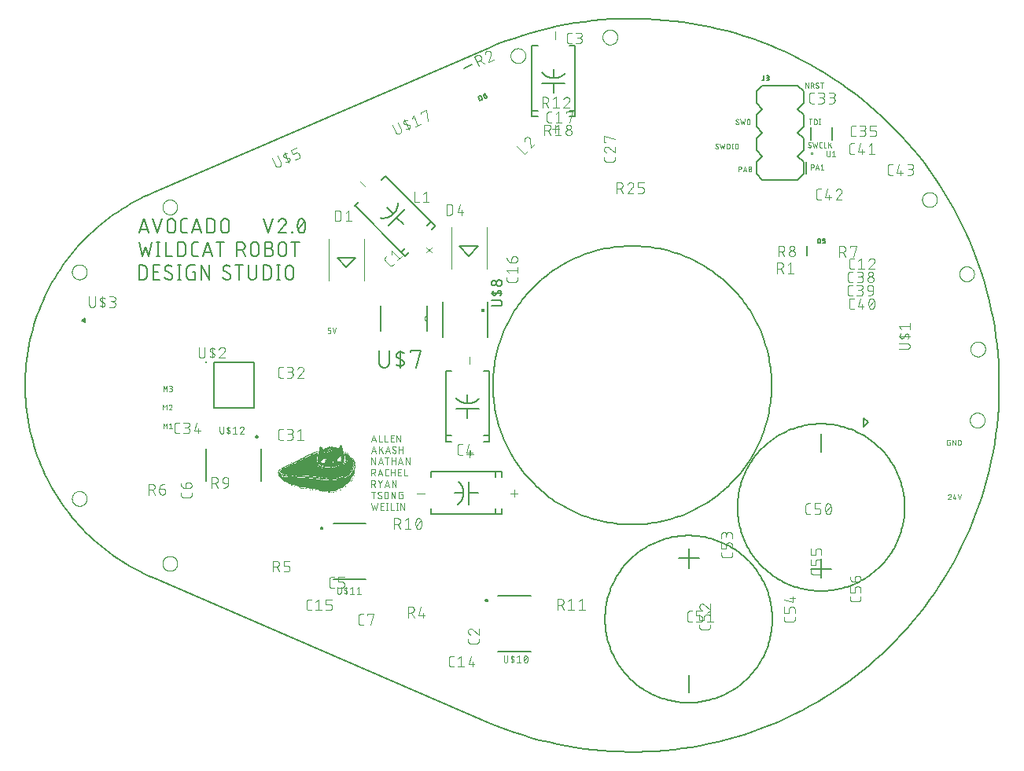
<source format=gto>
G75*
%MOIN*%
%OFA0B0*%
%FSLAX25Y25*%
%IPPOS*%
%LPD*%
%AMOC8*
5,1,8,0,0,1.08239X$1,22.5*
%
%ADD10C,0.00600*%
%ADD11C,0.00200*%
%ADD12C,0.00500*%
%ADD13C,0.00300*%
%ADD14C,0.00000*%
%ADD15R,0.00157X0.00079*%
%ADD16R,0.00079X0.00079*%
%ADD17R,0.00236X0.00079*%
%ADD18R,0.00394X0.00079*%
%ADD19R,0.00315X0.00079*%
%ADD20R,0.00787X0.00079*%
%ADD21R,0.00630X0.00079*%
%ADD22R,0.00709X0.00079*%
%ADD23R,0.01181X0.00079*%
%ADD24R,0.01102X0.00079*%
%ADD25R,0.01890X0.00079*%
%ADD26R,0.01339X0.00079*%
%ADD27R,0.00945X0.00079*%
%ADD28R,0.01969X0.00079*%
%ADD29R,0.01260X0.00079*%
%ADD30R,0.00866X0.00079*%
%ADD31R,0.02520X0.00079*%
%ADD32R,0.00551X0.00079*%
%ADD33R,0.00472X0.00079*%
%ADD34R,0.01575X0.00079*%
%ADD35R,0.04646X0.00079*%
%ADD36R,0.01732X0.00079*%
%ADD37R,0.01654X0.00079*%
%ADD38R,0.01024X0.00079*%
%ADD39R,0.02283X0.00079*%
%ADD40R,0.02047X0.00079*%
%ADD41R,0.01496X0.00079*%
%ADD42R,0.05669X0.00079*%
%ADD43R,0.02835X0.00079*%
%ADD44R,0.01417X0.00079*%
%ADD45R,0.02362X0.00079*%
%ADD46R,0.02992X0.00079*%
%ADD47R,0.02756X0.00079*%
%ADD48R,0.02677X0.00079*%
%ADD49R,0.02441X0.00079*%
%ADD50R,0.02126X0.00079*%
%ADD51R,0.02205X0.00079*%
%ADD52R,0.01811X0.00079*%
%ADD53R,0.03858X0.00079*%
%ADD54R,0.04016X0.00079*%
%ADD55R,0.03228X0.00079*%
%ADD56R,0.02913X0.00079*%
%ADD57R,0.04409X0.00079*%
%ADD58R,0.03071X0.00079*%
%ADD59R,0.03465X0.00079*%
%ADD60R,0.04252X0.00079*%
%ADD61R,0.05276X0.00079*%
%ADD62R,0.03150X0.00079*%
%ADD63R,0.03307X0.00079*%
%ADD64R,0.05433X0.00079*%
%ADD65R,0.03780X0.00079*%
%ADD66R,0.02598X0.00079*%
%ADD67R,0.03937X0.00079*%
%ADD68R,0.03386X0.00079*%
%ADD69C,0.00800*%
%ADD70C,0.00400*%
%ADD71C,0.00787*%
%ADD72C,0.00394*%
%ADD73C,0.01000*%
%ADD74C,0.00700*%
%ADD75C,0.01768*%
D10*
X0074829Y0081354D02*
X0216915Y0019962D01*
X0216915Y0019961D02*
X0220440Y0018516D01*
X0223999Y0017157D01*
X0227591Y0015886D01*
X0231212Y0014703D01*
X0234862Y0013609D01*
X0238537Y0012605D01*
X0242236Y0011692D01*
X0245956Y0010869D01*
X0249695Y0010137D01*
X0253450Y0009498D01*
X0257221Y0008950D01*
X0261003Y0008496D01*
X0264796Y0008133D01*
X0268597Y0007864D01*
X0272402Y0007689D01*
X0276211Y0007606D01*
X0280021Y0007617D01*
X0283830Y0007721D01*
X0287634Y0007918D01*
X0291433Y0008209D01*
X0295224Y0008592D01*
X0299004Y0009068D01*
X0302771Y0009637D01*
X0306523Y0010298D01*
X0310258Y0011050D01*
X0313973Y0011894D01*
X0317667Y0012828D01*
X0321336Y0013853D01*
X0324980Y0014967D01*
X0328595Y0016171D01*
X0332179Y0017462D01*
X0335731Y0018841D01*
X0339247Y0020306D01*
X0342727Y0021857D01*
X0346168Y0023493D01*
X0349568Y0025213D01*
X0352924Y0027015D01*
X0356236Y0028900D01*
X0359500Y0030864D01*
X0362715Y0032908D01*
X0365879Y0035031D01*
X0368990Y0037230D01*
X0372046Y0039504D01*
X0375046Y0041853D01*
X0377987Y0044275D01*
X0380868Y0046768D01*
X0383688Y0049331D01*
X0386443Y0051962D01*
X0389133Y0054660D01*
X0391757Y0057423D01*
X0394311Y0060249D01*
X0396796Y0063137D01*
X0399210Y0066085D01*
X0401550Y0069091D01*
X0403816Y0072154D01*
X0406006Y0075271D01*
X0408120Y0078441D01*
X0410155Y0081662D01*
X0412110Y0084932D01*
X0413985Y0088249D01*
X0415778Y0091610D01*
X0417488Y0095015D01*
X0419114Y0098460D01*
X0420656Y0101944D01*
X0422111Y0105465D01*
X0423480Y0109021D01*
X0424761Y0112609D01*
X0425954Y0116227D01*
X0427058Y0119873D01*
X0428073Y0123546D01*
X0428997Y0127242D01*
X0429830Y0130960D01*
X0430572Y0134697D01*
X0431222Y0138451D01*
X0431780Y0142219D01*
X0432246Y0146001D01*
X0432619Y0149792D01*
X0432898Y0153592D01*
X0433085Y0157397D01*
X0433178Y0161206D01*
X0433178Y0165016D01*
X0433085Y0168825D01*
X0432898Y0172630D01*
X0432619Y0176430D01*
X0432246Y0180221D01*
X0431780Y0184003D01*
X0431222Y0187771D01*
X0430572Y0191525D01*
X0429830Y0195262D01*
X0428997Y0198980D01*
X0428073Y0202676D01*
X0427058Y0206349D01*
X0425954Y0209995D01*
X0424761Y0213613D01*
X0423480Y0217201D01*
X0422111Y0220757D01*
X0420656Y0224278D01*
X0419114Y0227762D01*
X0417488Y0231207D01*
X0415778Y0234612D01*
X0413985Y0237973D01*
X0412110Y0241290D01*
X0410155Y0244560D01*
X0408120Y0247781D01*
X0406006Y0250951D01*
X0403816Y0254068D01*
X0401550Y0257131D01*
X0399210Y0260137D01*
X0396796Y0263085D01*
X0394311Y0265973D01*
X0391757Y0268799D01*
X0389133Y0271562D01*
X0386443Y0274260D01*
X0383688Y0276891D01*
X0380868Y0279454D01*
X0377987Y0281947D01*
X0375046Y0284369D01*
X0372046Y0286718D01*
X0368990Y0288992D01*
X0365879Y0291191D01*
X0362715Y0293314D01*
X0359500Y0295358D01*
X0356236Y0297322D01*
X0352924Y0299207D01*
X0349568Y0301009D01*
X0346168Y0302729D01*
X0342727Y0304365D01*
X0339247Y0305916D01*
X0335731Y0307381D01*
X0332179Y0308760D01*
X0328595Y0310051D01*
X0324980Y0311255D01*
X0321336Y0312369D01*
X0317667Y0313394D01*
X0313973Y0314328D01*
X0310258Y0315172D01*
X0306523Y0315924D01*
X0302771Y0316585D01*
X0299004Y0317154D01*
X0295224Y0317630D01*
X0291433Y0318013D01*
X0287634Y0318304D01*
X0283830Y0318501D01*
X0280021Y0318605D01*
X0276211Y0318616D01*
X0272402Y0318533D01*
X0268597Y0318358D01*
X0264796Y0318089D01*
X0261003Y0317726D01*
X0257221Y0317272D01*
X0253450Y0316724D01*
X0249695Y0316085D01*
X0245956Y0315353D01*
X0242236Y0314530D01*
X0238537Y0313617D01*
X0234862Y0312613D01*
X0231212Y0311519D01*
X0227591Y0310336D01*
X0223999Y0309065D01*
X0220440Y0307706D01*
X0216915Y0306261D01*
X0216915Y0306260D02*
X0074829Y0244868D01*
X0171148Y0196939D02*
X0171148Y0186139D01*
X0190748Y0186139D02*
X0190748Y0192739D01*
X0190748Y0196939D01*
X0074829Y0244868D02*
X0072837Y0244008D01*
X0070866Y0243100D01*
X0068919Y0242144D01*
X0066995Y0241141D01*
X0065097Y0240090D01*
X0063225Y0238994D01*
X0061380Y0237852D01*
X0059564Y0236665D01*
X0057777Y0235434D01*
X0056022Y0234159D01*
X0054298Y0232842D01*
X0052606Y0231483D01*
X0050949Y0230084D01*
X0049326Y0228644D01*
X0047739Y0227164D01*
X0046188Y0225647D01*
X0044676Y0224091D01*
X0043202Y0222499D01*
X0041767Y0220872D01*
X0040372Y0219210D01*
X0039019Y0217514D01*
X0037708Y0215786D01*
X0036439Y0214026D01*
X0035214Y0212235D01*
X0034033Y0210415D01*
X0032897Y0208567D01*
X0031806Y0206691D01*
X0030762Y0204789D01*
X0029765Y0202862D01*
X0028815Y0200912D01*
X0027914Y0198938D01*
X0027060Y0196944D01*
X0026256Y0194928D01*
X0025502Y0192894D01*
X0024798Y0190842D01*
X0024144Y0188774D01*
X0023541Y0186689D01*
X0022989Y0184591D01*
X0022488Y0182480D01*
X0022040Y0180357D01*
X0021644Y0178224D01*
X0021300Y0176082D01*
X0021008Y0173932D01*
X0020770Y0171776D01*
X0020584Y0169614D01*
X0020451Y0167449D01*
X0020372Y0165280D01*
X0020345Y0163111D01*
X0020372Y0160942D01*
X0020451Y0158773D01*
X0020584Y0156608D01*
X0020770Y0154446D01*
X0021008Y0152290D01*
X0021300Y0150140D01*
X0021644Y0147998D01*
X0022040Y0145865D01*
X0022488Y0143742D01*
X0022989Y0141631D01*
X0023541Y0139533D01*
X0024144Y0137448D01*
X0024798Y0135380D01*
X0025502Y0133328D01*
X0026256Y0131294D01*
X0027060Y0129278D01*
X0027914Y0127284D01*
X0028815Y0125310D01*
X0029765Y0123360D01*
X0030762Y0121433D01*
X0031806Y0119531D01*
X0032897Y0117655D01*
X0034033Y0115807D01*
X0035214Y0113987D01*
X0036439Y0112196D01*
X0037708Y0110436D01*
X0039019Y0108708D01*
X0040372Y0107012D01*
X0041767Y0105350D01*
X0043202Y0103723D01*
X0044676Y0102131D01*
X0046188Y0100575D01*
X0047739Y0099058D01*
X0049326Y0097578D01*
X0050949Y0096138D01*
X0052606Y0094739D01*
X0054298Y0093380D01*
X0056022Y0092063D01*
X0057777Y0090788D01*
X0059564Y0089557D01*
X0061380Y0088370D01*
X0063225Y0087228D01*
X0065097Y0086132D01*
X0066995Y0085081D01*
X0068919Y0084078D01*
X0070866Y0083122D01*
X0072837Y0082214D01*
X0074829Y0081354D01*
X0218623Y0163111D02*
X0218641Y0164560D01*
X0218694Y0166009D01*
X0218783Y0167455D01*
X0218907Y0168899D01*
X0219067Y0170340D01*
X0219262Y0171776D01*
X0219492Y0173207D01*
X0219758Y0174632D01*
X0220058Y0176050D01*
X0220393Y0177460D01*
X0220762Y0178862D01*
X0221166Y0180254D01*
X0221604Y0181635D01*
X0222075Y0183006D01*
X0222580Y0184365D01*
X0223118Y0185710D01*
X0223689Y0187043D01*
X0224293Y0188360D01*
X0224929Y0189663D01*
X0225596Y0190949D01*
X0226295Y0192219D01*
X0227025Y0193471D01*
X0227785Y0194705D01*
X0228576Y0195920D01*
X0229396Y0197115D01*
X0230245Y0198290D01*
X0231122Y0199444D01*
X0232028Y0200575D01*
X0232961Y0201684D01*
X0233921Y0202770D01*
X0234908Y0203832D01*
X0235920Y0204869D01*
X0236957Y0205881D01*
X0238019Y0206868D01*
X0239105Y0207828D01*
X0240214Y0208761D01*
X0241345Y0209667D01*
X0242499Y0210544D01*
X0243674Y0211393D01*
X0244869Y0212213D01*
X0246084Y0213004D01*
X0247318Y0213764D01*
X0248570Y0214494D01*
X0249840Y0215193D01*
X0251126Y0215860D01*
X0252429Y0216496D01*
X0253746Y0217100D01*
X0255079Y0217671D01*
X0256424Y0218209D01*
X0257783Y0218714D01*
X0259154Y0219185D01*
X0260535Y0219623D01*
X0261927Y0220027D01*
X0263329Y0220396D01*
X0264739Y0220731D01*
X0266157Y0221031D01*
X0267582Y0221297D01*
X0269013Y0221527D01*
X0270449Y0221722D01*
X0271890Y0221882D01*
X0273334Y0222006D01*
X0274780Y0222095D01*
X0276229Y0222148D01*
X0277678Y0222166D01*
X0279127Y0222148D01*
X0280576Y0222095D01*
X0282022Y0222006D01*
X0283466Y0221882D01*
X0284907Y0221722D01*
X0286343Y0221527D01*
X0287774Y0221297D01*
X0289199Y0221031D01*
X0290617Y0220731D01*
X0292027Y0220396D01*
X0293429Y0220027D01*
X0294821Y0219623D01*
X0296202Y0219185D01*
X0297573Y0218714D01*
X0298932Y0218209D01*
X0300277Y0217671D01*
X0301610Y0217100D01*
X0302927Y0216496D01*
X0304230Y0215860D01*
X0305516Y0215193D01*
X0306786Y0214494D01*
X0308038Y0213764D01*
X0309272Y0213004D01*
X0310487Y0212213D01*
X0311682Y0211393D01*
X0312857Y0210544D01*
X0314011Y0209667D01*
X0315142Y0208761D01*
X0316251Y0207828D01*
X0317337Y0206868D01*
X0318399Y0205881D01*
X0319436Y0204869D01*
X0320448Y0203832D01*
X0321435Y0202770D01*
X0322395Y0201684D01*
X0323328Y0200575D01*
X0324234Y0199444D01*
X0325111Y0198290D01*
X0325960Y0197115D01*
X0326780Y0195920D01*
X0327571Y0194705D01*
X0328331Y0193471D01*
X0329061Y0192219D01*
X0329760Y0190949D01*
X0330427Y0189663D01*
X0331063Y0188360D01*
X0331667Y0187043D01*
X0332238Y0185710D01*
X0332776Y0184365D01*
X0333281Y0183006D01*
X0333752Y0181635D01*
X0334190Y0180254D01*
X0334594Y0178862D01*
X0334963Y0177460D01*
X0335298Y0176050D01*
X0335598Y0174632D01*
X0335864Y0173207D01*
X0336094Y0171776D01*
X0336289Y0170340D01*
X0336449Y0168899D01*
X0336573Y0167455D01*
X0336662Y0166009D01*
X0336715Y0164560D01*
X0336733Y0163111D01*
X0336715Y0161662D01*
X0336662Y0160213D01*
X0336573Y0158767D01*
X0336449Y0157323D01*
X0336289Y0155882D01*
X0336094Y0154446D01*
X0335864Y0153015D01*
X0335598Y0151590D01*
X0335298Y0150172D01*
X0334963Y0148762D01*
X0334594Y0147360D01*
X0334190Y0145968D01*
X0333752Y0144587D01*
X0333281Y0143216D01*
X0332776Y0141857D01*
X0332238Y0140512D01*
X0331667Y0139179D01*
X0331063Y0137862D01*
X0330427Y0136559D01*
X0329760Y0135273D01*
X0329061Y0134003D01*
X0328331Y0132751D01*
X0327571Y0131517D01*
X0326780Y0130302D01*
X0325960Y0129107D01*
X0325111Y0127932D01*
X0324234Y0126778D01*
X0323328Y0125647D01*
X0322395Y0124538D01*
X0321435Y0123452D01*
X0320448Y0122390D01*
X0319436Y0121353D01*
X0318399Y0120341D01*
X0317337Y0119354D01*
X0316251Y0118394D01*
X0315142Y0117461D01*
X0314011Y0116555D01*
X0312857Y0115678D01*
X0311682Y0114829D01*
X0310487Y0114009D01*
X0309272Y0113218D01*
X0308038Y0112458D01*
X0306786Y0111728D01*
X0305516Y0111029D01*
X0304230Y0110362D01*
X0302927Y0109726D01*
X0301610Y0109122D01*
X0300277Y0108551D01*
X0298932Y0108013D01*
X0297573Y0107508D01*
X0296202Y0107037D01*
X0294821Y0106599D01*
X0293429Y0106195D01*
X0292027Y0105826D01*
X0290617Y0105491D01*
X0289199Y0105191D01*
X0287774Y0104925D01*
X0286343Y0104695D01*
X0284907Y0104500D01*
X0283466Y0104340D01*
X0282022Y0104216D01*
X0280576Y0104127D01*
X0279127Y0104074D01*
X0277678Y0104056D01*
X0276229Y0104074D01*
X0274780Y0104127D01*
X0273334Y0104216D01*
X0271890Y0104340D01*
X0270449Y0104500D01*
X0269013Y0104695D01*
X0267582Y0104925D01*
X0266157Y0105191D01*
X0264739Y0105491D01*
X0263329Y0105826D01*
X0261927Y0106195D01*
X0260535Y0106599D01*
X0259154Y0107037D01*
X0257783Y0107508D01*
X0256424Y0108013D01*
X0255079Y0108551D01*
X0253746Y0109122D01*
X0252429Y0109726D01*
X0251126Y0110362D01*
X0249840Y0111029D01*
X0248570Y0111728D01*
X0247318Y0112458D01*
X0246084Y0113218D01*
X0244869Y0114009D01*
X0243674Y0114829D01*
X0242499Y0115678D01*
X0241345Y0116555D01*
X0240214Y0117461D01*
X0239105Y0118394D01*
X0238019Y0119354D01*
X0236957Y0120341D01*
X0235920Y0121353D01*
X0234908Y0122390D01*
X0233921Y0123452D01*
X0232961Y0124538D01*
X0232028Y0125647D01*
X0231122Y0126778D01*
X0230245Y0127932D01*
X0229396Y0129107D01*
X0228576Y0130302D01*
X0227785Y0131517D01*
X0227025Y0132751D01*
X0226295Y0134003D01*
X0225596Y0135273D01*
X0224929Y0136559D01*
X0224293Y0137862D01*
X0223689Y0139179D01*
X0223118Y0140512D01*
X0222580Y0141857D01*
X0222075Y0143216D01*
X0221604Y0144587D01*
X0221166Y0145968D01*
X0220762Y0147360D01*
X0220393Y0148762D01*
X0220058Y0150172D01*
X0219758Y0151590D01*
X0219492Y0153015D01*
X0219262Y0154446D01*
X0219067Y0155882D01*
X0218907Y0157323D01*
X0218783Y0158767D01*
X0218694Y0160213D01*
X0218641Y0161662D01*
X0218623Y0163111D01*
D11*
X0151415Y0185258D02*
X0152149Y0187458D01*
X0150682Y0187458D02*
X0151415Y0185258D01*
X0149866Y0185747D02*
X0149866Y0185992D01*
X0149864Y0186035D01*
X0149859Y0186077D01*
X0149849Y0186119D01*
X0149837Y0186159D01*
X0149820Y0186199D01*
X0149800Y0186237D01*
X0149778Y0186272D01*
X0149752Y0186306D01*
X0149723Y0186338D01*
X0149691Y0186367D01*
X0149657Y0186393D01*
X0149622Y0186415D01*
X0149584Y0186435D01*
X0149544Y0186452D01*
X0149504Y0186464D01*
X0149462Y0186474D01*
X0149420Y0186479D01*
X0149377Y0186481D01*
X0149377Y0186480D02*
X0148644Y0186480D01*
X0148644Y0187458D01*
X0149866Y0187458D01*
X0149866Y0185747D02*
X0149864Y0185704D01*
X0149859Y0185662D01*
X0149849Y0185620D01*
X0149837Y0185580D01*
X0149820Y0185540D01*
X0149800Y0185502D01*
X0149778Y0185467D01*
X0149752Y0185433D01*
X0149723Y0185401D01*
X0149691Y0185372D01*
X0149657Y0185346D01*
X0149621Y0185324D01*
X0149584Y0185304D01*
X0149544Y0185287D01*
X0149504Y0185275D01*
X0149462Y0185265D01*
X0149420Y0185260D01*
X0149377Y0185258D01*
X0148644Y0185258D01*
X0082112Y0162734D02*
X0081379Y0162734D01*
X0082112Y0162734D02*
X0082155Y0162732D01*
X0082197Y0162727D01*
X0082239Y0162717D01*
X0082279Y0162705D01*
X0082319Y0162688D01*
X0082357Y0162668D01*
X0082392Y0162646D01*
X0082426Y0162620D01*
X0082458Y0162591D01*
X0082487Y0162559D01*
X0082513Y0162525D01*
X0082535Y0162490D01*
X0082555Y0162452D01*
X0082572Y0162412D01*
X0082584Y0162372D01*
X0082594Y0162330D01*
X0082599Y0162288D01*
X0082601Y0162245D01*
X0082599Y0162202D01*
X0082594Y0162160D01*
X0082584Y0162118D01*
X0082572Y0162078D01*
X0082555Y0162038D01*
X0082535Y0162001D01*
X0082513Y0161965D01*
X0082487Y0161931D01*
X0082458Y0161899D01*
X0082426Y0161870D01*
X0082392Y0161844D01*
X0082357Y0161822D01*
X0082319Y0161802D01*
X0082279Y0161785D01*
X0082239Y0161773D01*
X0082197Y0161763D01*
X0082155Y0161758D01*
X0082112Y0161756D01*
X0081623Y0161756D01*
X0081990Y0161756D02*
X0082038Y0161754D01*
X0082086Y0161748D01*
X0082133Y0161739D01*
X0082179Y0161726D01*
X0082224Y0161709D01*
X0082267Y0161689D01*
X0082309Y0161666D01*
X0082349Y0161639D01*
X0082387Y0161610D01*
X0082422Y0161577D01*
X0082455Y0161542D01*
X0082484Y0161504D01*
X0082511Y0161464D01*
X0082534Y0161422D01*
X0082554Y0161379D01*
X0082571Y0161334D01*
X0082584Y0161288D01*
X0082593Y0161241D01*
X0082599Y0161193D01*
X0082601Y0161145D01*
X0082599Y0161097D01*
X0082593Y0161049D01*
X0082584Y0161002D01*
X0082571Y0160956D01*
X0082554Y0160911D01*
X0082534Y0160868D01*
X0082511Y0160826D01*
X0082484Y0160786D01*
X0082455Y0160748D01*
X0082422Y0160713D01*
X0082387Y0160680D01*
X0082349Y0160651D01*
X0082309Y0160624D01*
X0082267Y0160601D01*
X0082224Y0160581D01*
X0082179Y0160564D01*
X0082133Y0160551D01*
X0082086Y0160542D01*
X0082038Y0160536D01*
X0081990Y0160534D01*
X0081379Y0160534D01*
X0080347Y0160534D02*
X0080347Y0162734D01*
X0079614Y0161512D01*
X0078880Y0162734D01*
X0078880Y0160534D01*
X0078802Y0154939D02*
X0079535Y0153716D01*
X0080268Y0154939D01*
X0080268Y0152739D01*
X0081300Y0152739D02*
X0082522Y0152739D01*
X0081300Y0152739D02*
X0082339Y0153961D01*
X0081972Y0154939D02*
X0081920Y0154937D01*
X0081868Y0154931D01*
X0081816Y0154922D01*
X0081766Y0154908D01*
X0081716Y0154891D01*
X0081668Y0154870D01*
X0081622Y0154846D01*
X0081578Y0154819D01*
X0081535Y0154788D01*
X0081495Y0154754D01*
X0081458Y0154718D01*
X0081424Y0154678D01*
X0081392Y0154636D01*
X0081364Y0154593D01*
X0081339Y0154547D01*
X0081317Y0154499D01*
X0081299Y0154450D01*
X0082339Y0153961D02*
X0082372Y0153995D01*
X0082402Y0154032D01*
X0082430Y0154072D01*
X0082454Y0154113D01*
X0082474Y0154156D01*
X0082491Y0154201D01*
X0082505Y0154247D01*
X0082514Y0154294D01*
X0082520Y0154341D01*
X0082522Y0154389D01*
X0082520Y0154434D01*
X0082514Y0154480D01*
X0082505Y0154524D01*
X0082492Y0154568D01*
X0082476Y0154610D01*
X0082456Y0154651D01*
X0082432Y0154690D01*
X0082406Y0154727D01*
X0082377Y0154762D01*
X0082345Y0154794D01*
X0082310Y0154823D01*
X0082273Y0154849D01*
X0082234Y0154873D01*
X0082193Y0154893D01*
X0082151Y0154909D01*
X0082107Y0154922D01*
X0082063Y0154931D01*
X0082017Y0154937D01*
X0081972Y0154939D01*
X0078802Y0154939D02*
X0078802Y0152739D01*
X0079038Y0146986D02*
X0079771Y0145764D01*
X0080504Y0146986D01*
X0080504Y0144786D01*
X0081536Y0144786D02*
X0082758Y0144786D01*
X0082147Y0144786D02*
X0082147Y0146986D01*
X0081536Y0146497D01*
X0079038Y0146986D02*
X0079038Y0144786D01*
X0313123Y0264731D02*
X0313795Y0264364D01*
X0313551Y0263447D02*
X0313488Y0263449D01*
X0313426Y0263455D01*
X0313364Y0263464D01*
X0313303Y0263477D01*
X0313242Y0263494D01*
X0313183Y0263515D01*
X0313125Y0263539D01*
X0313069Y0263567D01*
X0313014Y0263598D01*
X0312961Y0263632D01*
X0312911Y0263669D01*
X0312863Y0263709D01*
X0312818Y0263753D01*
X0313795Y0264364D02*
X0313831Y0264341D01*
X0313865Y0264314D01*
X0313897Y0264285D01*
X0313926Y0264253D01*
X0313952Y0264219D01*
X0313975Y0264183D01*
X0313994Y0264144D01*
X0314011Y0264105D01*
X0314023Y0264064D01*
X0314033Y0264022D01*
X0314038Y0263979D01*
X0314040Y0263936D01*
X0314038Y0263893D01*
X0314033Y0263851D01*
X0314023Y0263809D01*
X0314011Y0263769D01*
X0313994Y0263729D01*
X0313974Y0263692D01*
X0313952Y0263656D01*
X0313926Y0263622D01*
X0313897Y0263590D01*
X0313865Y0263561D01*
X0313831Y0263535D01*
X0313796Y0263513D01*
X0313758Y0263493D01*
X0313718Y0263476D01*
X0313678Y0263464D01*
X0313636Y0263454D01*
X0313594Y0263449D01*
X0313551Y0263447D01*
X0313917Y0265465D02*
X0313869Y0265498D01*
X0313818Y0265529D01*
X0313766Y0265557D01*
X0313712Y0265580D01*
X0313657Y0265601D01*
X0313600Y0265618D01*
X0313543Y0265631D01*
X0313485Y0265640D01*
X0313426Y0265646D01*
X0313367Y0265648D01*
X0313367Y0265647D02*
X0313324Y0265645D01*
X0313282Y0265640D01*
X0313240Y0265630D01*
X0313200Y0265618D01*
X0313160Y0265601D01*
X0313123Y0265581D01*
X0313087Y0265559D01*
X0313053Y0265533D01*
X0313021Y0265504D01*
X0312992Y0265472D01*
X0312966Y0265438D01*
X0312944Y0265403D01*
X0312924Y0265365D01*
X0312907Y0265325D01*
X0312895Y0265285D01*
X0312885Y0265243D01*
X0312880Y0265201D01*
X0312878Y0265158D01*
X0312880Y0265115D01*
X0312885Y0265072D01*
X0312895Y0265030D01*
X0312907Y0264989D01*
X0312924Y0264950D01*
X0312943Y0264911D01*
X0312966Y0264875D01*
X0312992Y0264841D01*
X0313021Y0264809D01*
X0313053Y0264780D01*
X0313087Y0264753D01*
X0313123Y0264730D01*
X0314827Y0265647D02*
X0315316Y0263447D01*
X0315804Y0264914D01*
X0316293Y0263447D01*
X0316782Y0265647D01*
X0317713Y0265647D02*
X0318324Y0265647D01*
X0317713Y0265647D02*
X0317713Y0263447D01*
X0318324Y0263447D01*
X0318372Y0263449D01*
X0318420Y0263455D01*
X0318467Y0263464D01*
X0318513Y0263477D01*
X0318558Y0263494D01*
X0318601Y0263514D01*
X0318643Y0263537D01*
X0318683Y0263564D01*
X0318721Y0263593D01*
X0318756Y0263626D01*
X0318789Y0263661D01*
X0318818Y0263699D01*
X0318845Y0263739D01*
X0318868Y0263781D01*
X0318888Y0263824D01*
X0318905Y0263869D01*
X0318918Y0263915D01*
X0318927Y0263962D01*
X0318933Y0264010D01*
X0318935Y0264058D01*
X0318936Y0264058D02*
X0318936Y0265036D01*
X0318935Y0265036D02*
X0318933Y0265084D01*
X0318927Y0265132D01*
X0318918Y0265179D01*
X0318905Y0265225D01*
X0318888Y0265270D01*
X0318868Y0265313D01*
X0318845Y0265355D01*
X0318818Y0265395D01*
X0318789Y0265433D01*
X0318756Y0265468D01*
X0318721Y0265501D01*
X0318683Y0265530D01*
X0318643Y0265557D01*
X0318601Y0265580D01*
X0318558Y0265600D01*
X0318513Y0265617D01*
X0318467Y0265630D01*
X0318420Y0265639D01*
X0318372Y0265645D01*
X0318324Y0265647D01*
X0319880Y0265647D02*
X0320369Y0265647D01*
X0320124Y0265647D02*
X0320124Y0263447D01*
X0319880Y0263447D02*
X0320369Y0263447D01*
X0321241Y0264058D02*
X0321241Y0265036D01*
X0321243Y0265084D01*
X0321249Y0265132D01*
X0321258Y0265179D01*
X0321271Y0265225D01*
X0321288Y0265270D01*
X0321308Y0265313D01*
X0321331Y0265355D01*
X0321358Y0265395D01*
X0321387Y0265433D01*
X0321420Y0265468D01*
X0321455Y0265501D01*
X0321493Y0265530D01*
X0321533Y0265557D01*
X0321575Y0265580D01*
X0321618Y0265600D01*
X0321663Y0265617D01*
X0321709Y0265630D01*
X0321756Y0265639D01*
X0321804Y0265645D01*
X0321852Y0265647D01*
X0321900Y0265645D01*
X0321948Y0265639D01*
X0321995Y0265630D01*
X0322041Y0265617D01*
X0322086Y0265600D01*
X0322129Y0265580D01*
X0322171Y0265557D01*
X0322211Y0265530D01*
X0322249Y0265501D01*
X0322284Y0265468D01*
X0322317Y0265433D01*
X0322346Y0265395D01*
X0322373Y0265355D01*
X0322396Y0265313D01*
X0322416Y0265270D01*
X0322433Y0265225D01*
X0322446Y0265179D01*
X0322455Y0265132D01*
X0322461Y0265084D01*
X0322463Y0265036D01*
X0322463Y0264058D01*
X0322461Y0264010D01*
X0322455Y0263962D01*
X0322446Y0263915D01*
X0322433Y0263869D01*
X0322416Y0263824D01*
X0322396Y0263781D01*
X0322373Y0263739D01*
X0322346Y0263699D01*
X0322317Y0263661D01*
X0322284Y0263626D01*
X0322249Y0263593D01*
X0322211Y0263564D01*
X0322171Y0263537D01*
X0322129Y0263514D01*
X0322086Y0263494D01*
X0322041Y0263477D01*
X0321995Y0263464D01*
X0321948Y0263455D01*
X0321900Y0263449D01*
X0321852Y0263447D01*
X0321804Y0263449D01*
X0321756Y0263455D01*
X0321709Y0263464D01*
X0321663Y0263477D01*
X0321618Y0263494D01*
X0321575Y0263514D01*
X0321533Y0263537D01*
X0321493Y0263564D01*
X0321455Y0263593D01*
X0321420Y0263626D01*
X0321387Y0263661D01*
X0321358Y0263699D01*
X0321331Y0263739D01*
X0321308Y0263781D01*
X0321288Y0263824D01*
X0321271Y0263869D01*
X0321258Y0263915D01*
X0321249Y0263962D01*
X0321243Y0264010D01*
X0321241Y0264058D01*
X0322660Y0255962D02*
X0323271Y0255962D01*
X0323319Y0255960D01*
X0323367Y0255954D01*
X0323414Y0255945D01*
X0323460Y0255932D01*
X0323505Y0255915D01*
X0323548Y0255895D01*
X0323590Y0255872D01*
X0323630Y0255845D01*
X0323668Y0255816D01*
X0323703Y0255783D01*
X0323736Y0255748D01*
X0323765Y0255710D01*
X0323792Y0255670D01*
X0323815Y0255628D01*
X0323835Y0255585D01*
X0323852Y0255540D01*
X0323865Y0255494D01*
X0323874Y0255447D01*
X0323880Y0255399D01*
X0323882Y0255351D01*
X0323880Y0255303D01*
X0323874Y0255255D01*
X0323865Y0255208D01*
X0323852Y0255162D01*
X0323835Y0255117D01*
X0323815Y0255074D01*
X0323792Y0255032D01*
X0323765Y0254992D01*
X0323736Y0254954D01*
X0323703Y0254919D01*
X0323668Y0254886D01*
X0323630Y0254857D01*
X0323590Y0254830D01*
X0323548Y0254807D01*
X0323505Y0254787D01*
X0323460Y0254770D01*
X0323414Y0254757D01*
X0323367Y0254748D01*
X0323319Y0254742D01*
X0323271Y0254740D01*
X0322660Y0254740D01*
X0322660Y0253762D02*
X0322660Y0255962D01*
X0325326Y0255962D02*
X0326060Y0253762D01*
X0325876Y0254312D02*
X0324776Y0254312D01*
X0324593Y0253762D02*
X0325326Y0255962D01*
X0328097Y0254862D02*
X0328095Y0254780D01*
X0328090Y0254698D01*
X0328080Y0254616D01*
X0328067Y0254535D01*
X0328051Y0254454D01*
X0328030Y0254375D01*
X0328006Y0254296D01*
X0327979Y0254218D01*
X0327948Y0254142D01*
X0327914Y0254068D01*
X0327914Y0254067D02*
X0327899Y0254030D01*
X0327881Y0253994D01*
X0327860Y0253960D01*
X0327836Y0253928D01*
X0327809Y0253898D01*
X0327780Y0253871D01*
X0327749Y0253846D01*
X0327715Y0253824D01*
X0327680Y0253806D01*
X0327643Y0253790D01*
X0327605Y0253778D01*
X0327566Y0253769D01*
X0327526Y0253764D01*
X0327486Y0253762D01*
X0327446Y0253764D01*
X0327406Y0253769D01*
X0327367Y0253778D01*
X0327329Y0253790D01*
X0327292Y0253806D01*
X0327257Y0253824D01*
X0327223Y0253846D01*
X0327192Y0253871D01*
X0327163Y0253898D01*
X0327136Y0253928D01*
X0327112Y0253960D01*
X0327091Y0253994D01*
X0327073Y0254030D01*
X0327058Y0254067D01*
X0326997Y0254251D02*
X0327975Y0255473D01*
X0327914Y0255657D02*
X0327899Y0255694D01*
X0327881Y0255730D01*
X0327860Y0255764D01*
X0327836Y0255796D01*
X0327809Y0255826D01*
X0327780Y0255853D01*
X0327749Y0255878D01*
X0327715Y0255900D01*
X0327680Y0255918D01*
X0327643Y0255934D01*
X0327605Y0255946D01*
X0327566Y0255955D01*
X0327526Y0255960D01*
X0327486Y0255962D01*
X0327446Y0255960D01*
X0327406Y0255955D01*
X0327367Y0255946D01*
X0327329Y0255934D01*
X0327292Y0255918D01*
X0327257Y0255900D01*
X0327223Y0255878D01*
X0327192Y0255853D01*
X0327163Y0255826D01*
X0327136Y0255796D01*
X0327112Y0255764D01*
X0327091Y0255730D01*
X0327073Y0255694D01*
X0327058Y0255657D01*
X0327914Y0255656D02*
X0327948Y0255582D01*
X0327979Y0255506D01*
X0328006Y0255428D01*
X0328030Y0255349D01*
X0328051Y0255270D01*
X0328067Y0255189D01*
X0328080Y0255108D01*
X0328090Y0255026D01*
X0328095Y0254944D01*
X0328097Y0254862D01*
X0326875Y0254862D02*
X0326877Y0254944D01*
X0326882Y0255026D01*
X0326892Y0255108D01*
X0326905Y0255189D01*
X0326921Y0255270D01*
X0326942Y0255349D01*
X0326966Y0255428D01*
X0326993Y0255506D01*
X0327024Y0255582D01*
X0327058Y0255656D01*
X0326875Y0254862D02*
X0326877Y0254780D01*
X0326882Y0254698D01*
X0326892Y0254616D01*
X0326905Y0254535D01*
X0326921Y0254454D01*
X0326942Y0254375D01*
X0326966Y0254296D01*
X0326993Y0254218D01*
X0327024Y0254142D01*
X0327058Y0254068D01*
X0324955Y0273841D02*
X0325444Y0276041D01*
X0326303Y0275430D02*
X0326303Y0274452D01*
X0326305Y0274404D01*
X0326311Y0274356D01*
X0326320Y0274309D01*
X0326333Y0274263D01*
X0326350Y0274218D01*
X0326370Y0274175D01*
X0326393Y0274133D01*
X0326420Y0274093D01*
X0326449Y0274055D01*
X0326482Y0274020D01*
X0326517Y0273987D01*
X0326555Y0273958D01*
X0326595Y0273931D01*
X0326637Y0273908D01*
X0326680Y0273888D01*
X0326725Y0273871D01*
X0326771Y0273858D01*
X0326818Y0273849D01*
X0326866Y0273843D01*
X0326914Y0273841D01*
X0326962Y0273843D01*
X0327010Y0273849D01*
X0327057Y0273858D01*
X0327103Y0273871D01*
X0327148Y0273888D01*
X0327191Y0273908D01*
X0327233Y0273931D01*
X0327273Y0273958D01*
X0327311Y0273987D01*
X0327346Y0274020D01*
X0327379Y0274055D01*
X0327408Y0274093D01*
X0327435Y0274133D01*
X0327458Y0274175D01*
X0327478Y0274218D01*
X0327495Y0274263D01*
X0327508Y0274309D01*
X0327517Y0274356D01*
X0327523Y0274404D01*
X0327525Y0274452D01*
X0327525Y0275430D01*
X0327523Y0275478D01*
X0327517Y0275526D01*
X0327508Y0275573D01*
X0327495Y0275619D01*
X0327478Y0275664D01*
X0327458Y0275707D01*
X0327435Y0275749D01*
X0327408Y0275789D01*
X0327379Y0275827D01*
X0327346Y0275862D01*
X0327311Y0275895D01*
X0327273Y0275924D01*
X0327233Y0275951D01*
X0327191Y0275974D01*
X0327148Y0275994D01*
X0327103Y0276011D01*
X0327057Y0276024D01*
X0327010Y0276033D01*
X0326962Y0276039D01*
X0326914Y0276041D01*
X0326866Y0276039D01*
X0326818Y0276033D01*
X0326771Y0276024D01*
X0326725Y0276011D01*
X0326680Y0275994D01*
X0326637Y0275974D01*
X0326595Y0275951D01*
X0326555Y0275924D01*
X0326517Y0275895D01*
X0326482Y0275862D01*
X0326449Y0275827D01*
X0326420Y0275789D01*
X0326393Y0275749D01*
X0326370Y0275707D01*
X0326350Y0275664D01*
X0326333Y0275619D01*
X0326320Y0275573D01*
X0326311Y0275526D01*
X0326305Y0275478D01*
X0326303Y0275430D01*
X0324466Y0275308D02*
X0324955Y0273841D01*
X0323977Y0273841D02*
X0324466Y0275308D01*
X0323488Y0276041D02*
X0323977Y0273841D01*
X0322457Y0274758D02*
X0321784Y0275124D01*
X0322029Y0276041D02*
X0322088Y0276039D01*
X0322147Y0276033D01*
X0322205Y0276024D01*
X0322262Y0276011D01*
X0322319Y0275994D01*
X0322374Y0275973D01*
X0322428Y0275950D01*
X0322480Y0275922D01*
X0322531Y0275891D01*
X0322579Y0275858D01*
X0321784Y0275124D02*
X0321748Y0275147D01*
X0321714Y0275174D01*
X0321682Y0275203D01*
X0321653Y0275235D01*
X0321627Y0275269D01*
X0321604Y0275305D01*
X0321585Y0275344D01*
X0321568Y0275383D01*
X0321556Y0275424D01*
X0321546Y0275466D01*
X0321541Y0275509D01*
X0321539Y0275552D01*
X0321540Y0275552D02*
X0321542Y0275595D01*
X0321547Y0275637D01*
X0321557Y0275679D01*
X0321569Y0275719D01*
X0321586Y0275759D01*
X0321606Y0275797D01*
X0321628Y0275832D01*
X0321654Y0275866D01*
X0321683Y0275898D01*
X0321715Y0275927D01*
X0321749Y0275953D01*
X0321785Y0275975D01*
X0321822Y0275995D01*
X0321862Y0276012D01*
X0321902Y0276024D01*
X0321944Y0276034D01*
X0321986Y0276039D01*
X0322029Y0276041D01*
X0321479Y0274147D02*
X0321524Y0274103D01*
X0321572Y0274063D01*
X0321622Y0274026D01*
X0321675Y0273992D01*
X0321730Y0273961D01*
X0321786Y0273933D01*
X0321844Y0273909D01*
X0321903Y0273888D01*
X0321964Y0273871D01*
X0322025Y0273858D01*
X0322087Y0273849D01*
X0322149Y0273843D01*
X0322212Y0273841D01*
X0322255Y0273843D01*
X0322297Y0273848D01*
X0322339Y0273858D01*
X0322379Y0273870D01*
X0322419Y0273887D01*
X0322457Y0273907D01*
X0322492Y0273929D01*
X0322526Y0273955D01*
X0322558Y0273984D01*
X0322587Y0274016D01*
X0322613Y0274050D01*
X0322635Y0274086D01*
X0322655Y0274123D01*
X0322672Y0274163D01*
X0322684Y0274203D01*
X0322694Y0274245D01*
X0322699Y0274287D01*
X0322701Y0274330D01*
X0322699Y0274373D01*
X0322694Y0274416D01*
X0322684Y0274458D01*
X0322672Y0274499D01*
X0322655Y0274538D01*
X0322636Y0274577D01*
X0322613Y0274613D01*
X0322587Y0274647D01*
X0322558Y0274679D01*
X0322526Y0274708D01*
X0322492Y0274735D01*
X0322456Y0274758D01*
X0352581Y0276041D02*
X0353803Y0276041D01*
X0353192Y0276041D02*
X0353192Y0273841D01*
X0354669Y0273841D02*
X0355280Y0273841D01*
X0354669Y0273841D02*
X0354669Y0276041D01*
X0355280Y0276041D01*
X0355328Y0276039D01*
X0355376Y0276033D01*
X0355423Y0276024D01*
X0355469Y0276011D01*
X0355514Y0275994D01*
X0355557Y0275974D01*
X0355599Y0275951D01*
X0355639Y0275924D01*
X0355677Y0275895D01*
X0355712Y0275862D01*
X0355745Y0275827D01*
X0355774Y0275789D01*
X0355801Y0275749D01*
X0355824Y0275707D01*
X0355844Y0275664D01*
X0355861Y0275619D01*
X0355874Y0275573D01*
X0355883Y0275526D01*
X0355889Y0275478D01*
X0355891Y0275430D01*
X0355891Y0274452D01*
X0355889Y0274404D01*
X0355883Y0274356D01*
X0355874Y0274309D01*
X0355861Y0274263D01*
X0355844Y0274218D01*
X0355824Y0274175D01*
X0355801Y0274133D01*
X0355774Y0274093D01*
X0355745Y0274055D01*
X0355712Y0274020D01*
X0355677Y0273987D01*
X0355639Y0273958D01*
X0355599Y0273931D01*
X0355557Y0273908D01*
X0355514Y0273888D01*
X0355469Y0273871D01*
X0355423Y0273858D01*
X0355376Y0273849D01*
X0355328Y0273843D01*
X0355280Y0273841D01*
X0356836Y0273841D02*
X0357325Y0273841D01*
X0357080Y0273841D02*
X0357080Y0276041D01*
X0356836Y0276041D02*
X0357325Y0276041D01*
X0357494Y0266198D02*
X0357983Y0266198D01*
X0357494Y0266199D02*
X0357451Y0266197D01*
X0357409Y0266192D01*
X0357367Y0266182D01*
X0357327Y0266170D01*
X0357287Y0266153D01*
X0357249Y0266133D01*
X0357214Y0266111D01*
X0357180Y0266085D01*
X0357148Y0266056D01*
X0357119Y0266024D01*
X0357093Y0265990D01*
X0357071Y0265954D01*
X0357051Y0265917D01*
X0357034Y0265877D01*
X0357022Y0265837D01*
X0357012Y0265795D01*
X0357007Y0265753D01*
X0357005Y0265710D01*
X0357005Y0264487D01*
X0357007Y0264444D01*
X0357012Y0264402D01*
X0357022Y0264360D01*
X0357034Y0264320D01*
X0357051Y0264280D01*
X0357071Y0264243D01*
X0357093Y0264207D01*
X0357119Y0264173D01*
X0357148Y0264141D01*
X0357180Y0264112D01*
X0357214Y0264086D01*
X0357250Y0264064D01*
X0357287Y0264044D01*
X0357327Y0264027D01*
X0357367Y0264015D01*
X0357409Y0264005D01*
X0357451Y0264000D01*
X0357494Y0263998D01*
X0357983Y0263998D01*
X0358888Y0263998D02*
X0359865Y0263998D01*
X0360788Y0263998D02*
X0360788Y0266198D01*
X0361277Y0265343D02*
X0362010Y0263998D01*
X0360788Y0264854D02*
X0362010Y0266198D01*
X0358888Y0266198D02*
X0358888Y0263998D01*
X0360115Y0262366D02*
X0360115Y0260709D01*
X0360117Y0260660D01*
X0360122Y0260612D01*
X0360132Y0260564D01*
X0360145Y0260517D01*
X0360161Y0260471D01*
X0360181Y0260426D01*
X0360204Y0260383D01*
X0360231Y0260343D01*
X0360261Y0260304D01*
X0360293Y0260267D01*
X0360328Y0260233D01*
X0360366Y0260202D01*
X0360406Y0260174D01*
X0360448Y0260149D01*
X0360491Y0260128D01*
X0360537Y0260109D01*
X0360583Y0260095D01*
X0360631Y0260084D01*
X0360679Y0260076D01*
X0360728Y0260072D01*
X0360776Y0260072D01*
X0360825Y0260076D01*
X0360873Y0260084D01*
X0360921Y0260095D01*
X0360967Y0260109D01*
X0361013Y0260128D01*
X0361056Y0260149D01*
X0361098Y0260174D01*
X0361138Y0260202D01*
X0361176Y0260233D01*
X0361211Y0260267D01*
X0361243Y0260304D01*
X0361273Y0260343D01*
X0361300Y0260383D01*
X0361323Y0260426D01*
X0361343Y0260471D01*
X0361359Y0260517D01*
X0361372Y0260564D01*
X0361382Y0260612D01*
X0361387Y0260660D01*
X0361389Y0260709D01*
X0361389Y0262366D01*
X0362435Y0261856D02*
X0363072Y0262366D01*
X0363072Y0260071D01*
X0362435Y0260071D02*
X0363710Y0260071D01*
X0358195Y0256750D02*
X0358195Y0254550D01*
X0357584Y0254550D02*
X0358806Y0254550D01*
X0356768Y0254550D02*
X0356035Y0256750D01*
X0355302Y0254550D01*
X0355485Y0255100D02*
X0356585Y0255100D01*
X0357584Y0256261D02*
X0358195Y0256750D01*
X0353980Y0256750D02*
X0353369Y0256750D01*
X0353369Y0254550D01*
X0353369Y0255527D02*
X0353980Y0255527D01*
X0354028Y0255529D01*
X0354076Y0255535D01*
X0354123Y0255544D01*
X0354169Y0255557D01*
X0354214Y0255574D01*
X0354257Y0255594D01*
X0354299Y0255617D01*
X0354339Y0255644D01*
X0354377Y0255673D01*
X0354412Y0255706D01*
X0354445Y0255741D01*
X0354474Y0255779D01*
X0354501Y0255819D01*
X0354524Y0255861D01*
X0354544Y0255904D01*
X0354561Y0255949D01*
X0354574Y0255995D01*
X0354583Y0256042D01*
X0354589Y0256090D01*
X0354591Y0256138D01*
X0354589Y0256186D01*
X0354583Y0256234D01*
X0354574Y0256281D01*
X0354561Y0256327D01*
X0354544Y0256372D01*
X0354524Y0256415D01*
X0354501Y0256457D01*
X0354474Y0256497D01*
X0354445Y0256535D01*
X0354412Y0256570D01*
X0354377Y0256603D01*
X0354339Y0256632D01*
X0354299Y0256659D01*
X0354257Y0256682D01*
X0354214Y0256702D01*
X0354169Y0256719D01*
X0354123Y0256732D01*
X0354076Y0256741D01*
X0354028Y0256747D01*
X0353980Y0256749D01*
X0354686Y0263998D02*
X0355174Y0265465D01*
X0355663Y0263998D01*
X0356152Y0266198D01*
X0354197Y0266198D02*
X0354686Y0263998D01*
X0353165Y0264915D02*
X0352493Y0265282D01*
X0352737Y0266199D02*
X0352796Y0266197D01*
X0352855Y0266191D01*
X0352913Y0266182D01*
X0352970Y0266169D01*
X0353027Y0266152D01*
X0353082Y0266131D01*
X0353136Y0266108D01*
X0353188Y0266080D01*
X0353239Y0266049D01*
X0353287Y0266016D01*
X0352493Y0265282D02*
X0352457Y0265305D01*
X0352423Y0265332D01*
X0352391Y0265361D01*
X0352362Y0265393D01*
X0352336Y0265427D01*
X0352313Y0265463D01*
X0352294Y0265502D01*
X0352277Y0265541D01*
X0352265Y0265582D01*
X0352255Y0265624D01*
X0352250Y0265667D01*
X0352248Y0265710D01*
X0352250Y0265753D01*
X0352255Y0265795D01*
X0352265Y0265837D01*
X0352277Y0265877D01*
X0352294Y0265917D01*
X0352314Y0265955D01*
X0352336Y0265990D01*
X0352362Y0266024D01*
X0352391Y0266056D01*
X0352423Y0266085D01*
X0352457Y0266111D01*
X0352493Y0266133D01*
X0352530Y0266153D01*
X0352570Y0266170D01*
X0352610Y0266182D01*
X0352652Y0266192D01*
X0352694Y0266197D01*
X0352737Y0266199D01*
X0352188Y0264304D02*
X0352233Y0264260D01*
X0352281Y0264220D01*
X0352331Y0264183D01*
X0352384Y0264149D01*
X0352439Y0264118D01*
X0352495Y0264090D01*
X0352553Y0264066D01*
X0352612Y0264045D01*
X0352673Y0264028D01*
X0352734Y0264015D01*
X0352796Y0264006D01*
X0352858Y0264000D01*
X0352921Y0263998D01*
X0352964Y0264000D01*
X0353006Y0264005D01*
X0353048Y0264015D01*
X0353088Y0264027D01*
X0353128Y0264044D01*
X0353166Y0264064D01*
X0353201Y0264086D01*
X0353235Y0264112D01*
X0353267Y0264141D01*
X0353296Y0264173D01*
X0353322Y0264207D01*
X0353344Y0264243D01*
X0353364Y0264280D01*
X0353381Y0264320D01*
X0353393Y0264360D01*
X0353403Y0264402D01*
X0353408Y0264444D01*
X0353410Y0264487D01*
X0353408Y0264530D01*
X0353403Y0264573D01*
X0353393Y0264615D01*
X0353381Y0264656D01*
X0353364Y0264695D01*
X0353345Y0264734D01*
X0353322Y0264770D01*
X0353296Y0264804D01*
X0353267Y0264836D01*
X0353235Y0264865D01*
X0353201Y0264892D01*
X0353165Y0264915D01*
X0353324Y0289195D02*
X0353324Y0291395D01*
X0353936Y0291395D01*
X0353984Y0291393D01*
X0354032Y0291387D01*
X0354079Y0291378D01*
X0354125Y0291365D01*
X0354170Y0291348D01*
X0354213Y0291328D01*
X0354255Y0291305D01*
X0354295Y0291278D01*
X0354333Y0291249D01*
X0354368Y0291216D01*
X0354401Y0291181D01*
X0354430Y0291143D01*
X0354457Y0291103D01*
X0354480Y0291061D01*
X0354500Y0291018D01*
X0354517Y0290973D01*
X0354530Y0290927D01*
X0354539Y0290880D01*
X0354545Y0290832D01*
X0354547Y0290784D01*
X0354545Y0290736D01*
X0354539Y0290688D01*
X0354530Y0290641D01*
X0354517Y0290595D01*
X0354500Y0290550D01*
X0354480Y0290507D01*
X0354457Y0290465D01*
X0354430Y0290425D01*
X0354401Y0290387D01*
X0354368Y0290352D01*
X0354333Y0290319D01*
X0354295Y0290290D01*
X0354255Y0290263D01*
X0354213Y0290240D01*
X0354170Y0290220D01*
X0354125Y0290203D01*
X0354079Y0290190D01*
X0354032Y0290181D01*
X0353984Y0290175D01*
X0353936Y0290173D01*
X0353324Y0290173D01*
X0354058Y0290173D02*
X0354547Y0289195D01*
X0356376Y0290112D02*
X0356412Y0290089D01*
X0356446Y0290062D01*
X0356478Y0290033D01*
X0356507Y0290001D01*
X0356533Y0289967D01*
X0356556Y0289931D01*
X0356575Y0289892D01*
X0356592Y0289853D01*
X0356604Y0289812D01*
X0356614Y0289770D01*
X0356619Y0289727D01*
X0356621Y0289684D01*
X0356619Y0289641D01*
X0356614Y0289599D01*
X0356604Y0289557D01*
X0356592Y0289517D01*
X0356575Y0289477D01*
X0356555Y0289440D01*
X0356533Y0289404D01*
X0356507Y0289370D01*
X0356478Y0289338D01*
X0356446Y0289309D01*
X0356412Y0289283D01*
X0356377Y0289261D01*
X0356339Y0289241D01*
X0356299Y0289224D01*
X0356259Y0289212D01*
X0356217Y0289202D01*
X0356175Y0289197D01*
X0356132Y0289195D01*
X0356376Y0290112D02*
X0355704Y0290479D01*
X0355948Y0291396D02*
X0356007Y0291394D01*
X0356066Y0291388D01*
X0356124Y0291379D01*
X0356181Y0291366D01*
X0356238Y0291349D01*
X0356293Y0291328D01*
X0356347Y0291305D01*
X0356399Y0291277D01*
X0356450Y0291246D01*
X0356498Y0291213D01*
X0355704Y0290478D02*
X0355668Y0290501D01*
X0355634Y0290528D01*
X0355602Y0290557D01*
X0355573Y0290589D01*
X0355547Y0290623D01*
X0355524Y0290659D01*
X0355505Y0290698D01*
X0355488Y0290737D01*
X0355476Y0290778D01*
X0355466Y0290820D01*
X0355461Y0290863D01*
X0355459Y0290906D01*
X0355461Y0290949D01*
X0355466Y0290991D01*
X0355476Y0291033D01*
X0355488Y0291073D01*
X0355505Y0291113D01*
X0355525Y0291151D01*
X0355547Y0291186D01*
X0355573Y0291220D01*
X0355602Y0291252D01*
X0355634Y0291281D01*
X0355668Y0291307D01*
X0355704Y0291329D01*
X0355741Y0291349D01*
X0355781Y0291366D01*
X0355821Y0291378D01*
X0355863Y0291388D01*
X0355905Y0291393D01*
X0355948Y0291395D01*
X0355399Y0289501D02*
X0355444Y0289457D01*
X0355492Y0289417D01*
X0355542Y0289380D01*
X0355595Y0289346D01*
X0355650Y0289315D01*
X0355706Y0289287D01*
X0355764Y0289263D01*
X0355823Y0289242D01*
X0355884Y0289225D01*
X0355945Y0289212D01*
X0356007Y0289203D01*
X0356069Y0289197D01*
X0356132Y0289195D01*
X0357953Y0289195D02*
X0357953Y0291395D01*
X0357342Y0291395D02*
X0358564Y0291395D01*
X0352229Y0291395D02*
X0352229Y0289195D01*
X0351006Y0291395D01*
X0351006Y0289195D01*
X0411574Y0139899D02*
X0412307Y0139899D01*
X0411574Y0139899D02*
X0411531Y0139897D01*
X0411489Y0139892D01*
X0411447Y0139882D01*
X0411407Y0139870D01*
X0411367Y0139853D01*
X0411329Y0139833D01*
X0411294Y0139811D01*
X0411260Y0139785D01*
X0411228Y0139756D01*
X0411199Y0139724D01*
X0411173Y0139690D01*
X0411151Y0139654D01*
X0411131Y0139617D01*
X0411114Y0139577D01*
X0411102Y0139537D01*
X0411092Y0139495D01*
X0411087Y0139453D01*
X0411085Y0139410D01*
X0411085Y0138188D01*
X0411087Y0138145D01*
X0411092Y0138103D01*
X0411102Y0138061D01*
X0411114Y0138021D01*
X0411131Y0137981D01*
X0411151Y0137944D01*
X0411173Y0137908D01*
X0411199Y0137874D01*
X0411228Y0137842D01*
X0411260Y0137813D01*
X0411294Y0137787D01*
X0411330Y0137765D01*
X0411367Y0137745D01*
X0411407Y0137728D01*
X0411447Y0137716D01*
X0411489Y0137706D01*
X0411531Y0137701D01*
X0411574Y0137699D01*
X0412307Y0137699D01*
X0412307Y0138921D01*
X0411941Y0138921D01*
X0413389Y0139899D02*
X0414611Y0137699D01*
X0414611Y0139899D01*
X0415693Y0139899D02*
X0416304Y0139899D01*
X0416352Y0139897D01*
X0416400Y0139891D01*
X0416447Y0139882D01*
X0416493Y0139869D01*
X0416538Y0139852D01*
X0416581Y0139832D01*
X0416623Y0139809D01*
X0416663Y0139782D01*
X0416701Y0139753D01*
X0416736Y0139720D01*
X0416769Y0139685D01*
X0416798Y0139647D01*
X0416825Y0139607D01*
X0416848Y0139565D01*
X0416868Y0139522D01*
X0416885Y0139477D01*
X0416898Y0139431D01*
X0416907Y0139384D01*
X0416913Y0139336D01*
X0416915Y0139288D01*
X0416915Y0138310D01*
X0416913Y0138262D01*
X0416907Y0138214D01*
X0416898Y0138167D01*
X0416885Y0138121D01*
X0416868Y0138076D01*
X0416848Y0138033D01*
X0416825Y0137991D01*
X0416798Y0137951D01*
X0416769Y0137913D01*
X0416736Y0137878D01*
X0416701Y0137845D01*
X0416663Y0137816D01*
X0416623Y0137789D01*
X0416581Y0137766D01*
X0416538Y0137746D01*
X0416493Y0137729D01*
X0416447Y0137716D01*
X0416400Y0137707D01*
X0416352Y0137701D01*
X0416304Y0137699D01*
X0415693Y0137699D01*
X0415693Y0139899D01*
X0413389Y0139899D02*
X0413389Y0137699D01*
X0414128Y0116907D02*
X0413639Y0115196D01*
X0414861Y0115196D01*
X0414494Y0115685D02*
X0414494Y0114707D01*
X0412701Y0114707D02*
X0411479Y0114707D01*
X0412518Y0115929D01*
X0412151Y0116907D02*
X0412099Y0116905D01*
X0412047Y0116899D01*
X0411995Y0116890D01*
X0411945Y0116876D01*
X0411895Y0116859D01*
X0411847Y0116838D01*
X0411801Y0116814D01*
X0411757Y0116787D01*
X0411714Y0116756D01*
X0411674Y0116722D01*
X0411637Y0116686D01*
X0411603Y0116646D01*
X0411571Y0116604D01*
X0411543Y0116561D01*
X0411518Y0116515D01*
X0411496Y0116467D01*
X0411478Y0116418D01*
X0412518Y0115929D02*
X0412551Y0115963D01*
X0412581Y0116000D01*
X0412609Y0116040D01*
X0412633Y0116081D01*
X0412653Y0116124D01*
X0412670Y0116169D01*
X0412684Y0116215D01*
X0412693Y0116262D01*
X0412699Y0116309D01*
X0412701Y0116357D01*
X0412699Y0116402D01*
X0412693Y0116448D01*
X0412684Y0116492D01*
X0412671Y0116536D01*
X0412655Y0116578D01*
X0412635Y0116619D01*
X0412611Y0116658D01*
X0412585Y0116695D01*
X0412556Y0116730D01*
X0412524Y0116762D01*
X0412489Y0116791D01*
X0412452Y0116817D01*
X0412413Y0116841D01*
X0412372Y0116861D01*
X0412330Y0116877D01*
X0412286Y0116890D01*
X0412242Y0116899D01*
X0412196Y0116905D01*
X0412151Y0116907D01*
X0415677Y0116907D02*
X0416410Y0114707D01*
X0417143Y0116907D01*
D12*
X0377678Y0147363D02*
X0375709Y0145394D01*
X0375709Y0149331D01*
X0377678Y0147363D01*
X0351625Y0218283D02*
X0351625Y0222033D01*
X0356231Y0223382D02*
X0356231Y0225282D01*
X0356759Y0225282D01*
X0356759Y0225283D02*
X0356803Y0225281D01*
X0356846Y0225276D01*
X0356889Y0225267D01*
X0356930Y0225254D01*
X0356971Y0225239D01*
X0357010Y0225219D01*
X0357048Y0225197D01*
X0357083Y0225172D01*
X0357117Y0225143D01*
X0357147Y0225113D01*
X0357176Y0225079D01*
X0357201Y0225044D01*
X0357223Y0225006D01*
X0357243Y0224967D01*
X0357258Y0224926D01*
X0357271Y0224885D01*
X0357280Y0224842D01*
X0357285Y0224799D01*
X0357287Y0224755D01*
X0357287Y0223910D01*
X0357285Y0223866D01*
X0357280Y0223823D01*
X0357271Y0223780D01*
X0357258Y0223739D01*
X0357243Y0223698D01*
X0357223Y0223659D01*
X0357201Y0223621D01*
X0357176Y0223586D01*
X0357147Y0223552D01*
X0357117Y0223522D01*
X0357083Y0223493D01*
X0357048Y0223468D01*
X0357010Y0223446D01*
X0356971Y0223426D01*
X0356930Y0223411D01*
X0356889Y0223398D01*
X0356846Y0223389D01*
X0356803Y0223384D01*
X0356759Y0223382D01*
X0356231Y0223382D01*
X0358463Y0223382D02*
X0359096Y0223382D01*
X0359096Y0223383D02*
X0359135Y0223385D01*
X0359174Y0223390D01*
X0359211Y0223399D01*
X0359248Y0223411D01*
X0359284Y0223427D01*
X0359318Y0223446D01*
X0359350Y0223468D01*
X0359380Y0223493D01*
X0359408Y0223521D01*
X0359433Y0223551D01*
X0359455Y0223583D01*
X0359474Y0223617D01*
X0359490Y0223653D01*
X0359502Y0223690D01*
X0359511Y0223727D01*
X0359516Y0223766D01*
X0359518Y0223805D01*
X0359519Y0223805D02*
X0359519Y0224016D01*
X0359518Y0224016D02*
X0359516Y0224055D01*
X0359511Y0224094D01*
X0359502Y0224131D01*
X0359490Y0224168D01*
X0359474Y0224204D01*
X0359455Y0224238D01*
X0359433Y0224270D01*
X0359408Y0224300D01*
X0359380Y0224328D01*
X0359350Y0224353D01*
X0359318Y0224375D01*
X0359284Y0224394D01*
X0359248Y0224410D01*
X0359211Y0224422D01*
X0359174Y0224431D01*
X0359135Y0224436D01*
X0359096Y0224438D01*
X0358463Y0224438D01*
X0358463Y0225282D01*
X0359519Y0225282D01*
X0362339Y0267036D02*
X0362339Y0272391D01*
X0353441Y0272391D02*
X0353441Y0267036D01*
X0335089Y0292481D02*
X0334561Y0292481D01*
X0335089Y0292480D02*
X0335134Y0292482D01*
X0335178Y0292488D01*
X0335222Y0292497D01*
X0335265Y0292510D01*
X0335306Y0292527D01*
X0335347Y0292547D01*
X0335385Y0292571D01*
X0335421Y0292597D01*
X0335454Y0292627D01*
X0335485Y0292659D01*
X0335514Y0292694D01*
X0335539Y0292731D01*
X0335560Y0292770D01*
X0335579Y0292811D01*
X0335594Y0292853D01*
X0335605Y0292897D01*
X0335613Y0292941D01*
X0335617Y0292986D01*
X0335617Y0293030D01*
X0335613Y0293075D01*
X0335605Y0293119D01*
X0335594Y0293163D01*
X0335579Y0293205D01*
X0335560Y0293246D01*
X0335539Y0293285D01*
X0335514Y0293322D01*
X0335485Y0293357D01*
X0335454Y0293389D01*
X0335421Y0293419D01*
X0335385Y0293445D01*
X0335347Y0293469D01*
X0335306Y0293489D01*
X0335265Y0293506D01*
X0335222Y0293519D01*
X0335178Y0293528D01*
X0335134Y0293534D01*
X0335089Y0293536D01*
X0335195Y0293536D02*
X0334772Y0293536D01*
X0335195Y0293536D02*
X0335235Y0293538D01*
X0335275Y0293544D01*
X0335314Y0293553D01*
X0335352Y0293566D01*
X0335388Y0293583D01*
X0335423Y0293603D01*
X0335456Y0293626D01*
X0335486Y0293653D01*
X0335514Y0293682D01*
X0335539Y0293713D01*
X0335560Y0293747D01*
X0335579Y0293783D01*
X0335594Y0293820D01*
X0335605Y0293859D01*
X0335613Y0293898D01*
X0335617Y0293938D01*
X0335617Y0293978D01*
X0335613Y0294018D01*
X0335605Y0294057D01*
X0335594Y0294096D01*
X0335579Y0294133D01*
X0335560Y0294169D01*
X0335539Y0294203D01*
X0335514Y0294234D01*
X0335486Y0294263D01*
X0335456Y0294290D01*
X0335423Y0294313D01*
X0335388Y0294333D01*
X0335352Y0294350D01*
X0335314Y0294363D01*
X0335275Y0294372D01*
X0335235Y0294378D01*
X0335195Y0294380D01*
X0335195Y0294381D02*
X0334561Y0294381D01*
X0333401Y0294381D02*
X0333401Y0292903D01*
X0333399Y0292864D01*
X0333394Y0292825D01*
X0333385Y0292788D01*
X0333373Y0292751D01*
X0333357Y0292715D01*
X0333338Y0292681D01*
X0333316Y0292649D01*
X0333291Y0292619D01*
X0333263Y0292591D01*
X0333233Y0292566D01*
X0333201Y0292544D01*
X0333167Y0292525D01*
X0333131Y0292509D01*
X0333094Y0292497D01*
X0333057Y0292488D01*
X0333018Y0292483D01*
X0332979Y0292481D01*
X0332767Y0292481D01*
X0253339Y0279669D02*
X0250938Y0279669D01*
X0250938Y0277169D02*
X0253339Y0277169D01*
X0253300Y0277209D02*
X0253300Y0307130D01*
X0253300Y0307169D02*
X0250938Y0307169D01*
X0249127Y0295457D02*
X0249018Y0295341D01*
X0248907Y0295227D01*
X0248793Y0295116D01*
X0248676Y0295008D01*
X0248556Y0294904D01*
X0248434Y0294802D01*
X0248310Y0294703D01*
X0248182Y0294607D01*
X0248053Y0294515D01*
X0247921Y0294426D01*
X0247788Y0294340D01*
X0247652Y0294257D01*
X0247514Y0294178D01*
X0247374Y0294102D01*
X0247232Y0294030D01*
X0247089Y0293962D01*
X0246944Y0293897D01*
X0246797Y0293835D01*
X0246649Y0293778D01*
X0246499Y0293724D01*
X0246348Y0293674D01*
X0246196Y0293627D01*
X0246043Y0293585D01*
X0245889Y0293546D01*
X0245734Y0293511D01*
X0245578Y0293480D01*
X0245421Y0293453D01*
X0245264Y0293429D01*
X0245106Y0293410D01*
X0244947Y0293395D01*
X0244789Y0293383D01*
X0244630Y0293376D01*
X0244471Y0293372D01*
X0244312Y0293373D01*
X0244153Y0293377D01*
X0243994Y0293386D01*
X0243836Y0293398D01*
X0243678Y0293414D01*
X0243520Y0293434D01*
X0243363Y0293459D01*
X0243206Y0293487D01*
X0243050Y0293519D01*
X0242895Y0293554D01*
X0242741Y0293594D01*
X0242588Y0293638D01*
X0242437Y0293685D01*
X0242286Y0293736D01*
X0242137Y0293791D01*
X0241989Y0293849D01*
X0241843Y0293912D01*
X0241698Y0293977D01*
X0241555Y0294047D01*
X0241413Y0294120D01*
X0241274Y0294196D01*
X0241136Y0294276D01*
X0241001Y0294359D01*
X0240868Y0294446D01*
X0240737Y0294536D01*
X0240608Y0294629D01*
X0240481Y0294726D01*
X0240357Y0294825D01*
X0240236Y0294928D01*
X0240117Y0295033D01*
X0240001Y0295142D01*
X0239887Y0295253D01*
X0239776Y0295367D01*
X0239668Y0295484D01*
X0239564Y0295604D01*
X0239462Y0295726D01*
X0239363Y0295850D01*
X0239363Y0291244D02*
X0244245Y0291244D01*
X0249127Y0291244D01*
X0244245Y0291244D02*
X0244245Y0287169D01*
X0244245Y0293488D02*
X0244245Y0297169D01*
X0237552Y0307169D02*
X0235190Y0307169D01*
X0235190Y0307130D02*
X0235190Y0279669D01*
X0237552Y0279669D01*
X0235190Y0279669D02*
X0235190Y0277209D01*
X0235190Y0277169D02*
X0237552Y0277169D01*
X0216000Y0285701D02*
X0215958Y0285798D01*
X0215957Y0285799D02*
X0215940Y0285834D01*
X0215920Y0285867D01*
X0215897Y0285898D01*
X0215871Y0285927D01*
X0215842Y0285954D01*
X0215811Y0285977D01*
X0215778Y0285998D01*
X0215743Y0286016D01*
X0215707Y0286030D01*
X0215670Y0286041D01*
X0215631Y0286049D01*
X0215593Y0286052D01*
X0215554Y0286053D01*
X0215515Y0286049D01*
X0215476Y0286042D01*
X0215439Y0286032D01*
X0215402Y0286018D01*
X0215403Y0286018D02*
X0214821Y0285767D01*
X0215031Y0285282D01*
X0215030Y0285282D02*
X0215050Y0285242D01*
X0215073Y0285203D01*
X0215099Y0285167D01*
X0215128Y0285133D01*
X0215160Y0285101D01*
X0215194Y0285073D01*
X0215231Y0285047D01*
X0215270Y0285024D01*
X0215310Y0285005D01*
X0215352Y0284990D01*
X0215395Y0284978D01*
X0215439Y0284969D01*
X0215484Y0284965D01*
X0215529Y0284964D01*
X0215574Y0284967D01*
X0215618Y0284974D01*
X0215661Y0284985D01*
X0215704Y0284999D01*
X0215745Y0285017D01*
X0215785Y0285038D01*
X0215822Y0285062D01*
X0215857Y0285090D01*
X0215890Y0285121D01*
X0215920Y0285154D01*
X0215948Y0285189D01*
X0215972Y0285227D01*
X0215993Y0285267D01*
X0216010Y0285308D01*
X0216024Y0285351D01*
X0216034Y0285394D01*
X0216040Y0285439D01*
X0216043Y0285484D01*
X0216042Y0285528D01*
X0216037Y0285573D01*
X0216028Y0285617D01*
X0216016Y0285660D01*
X0216000Y0285702D01*
X0214821Y0285767D02*
X0214800Y0285820D01*
X0214783Y0285875D01*
X0214769Y0285931D01*
X0214760Y0285988D01*
X0214754Y0286046D01*
X0214752Y0286103D01*
X0214754Y0286161D01*
X0214760Y0286218D01*
X0214770Y0286275D01*
X0214784Y0286331D01*
X0214801Y0286386D01*
X0214822Y0286439D01*
X0214847Y0286491D01*
X0214875Y0286542D01*
X0214907Y0286590D01*
X0214942Y0286636D01*
X0214980Y0286679D01*
X0215021Y0286720D01*
X0215064Y0286757D01*
X0215110Y0286792D01*
X0215158Y0286824D01*
X0215209Y0286852D01*
X0215261Y0286877D01*
X0213616Y0285590D02*
X0213951Y0284815D01*
X0213952Y0284815D02*
X0213967Y0284774D01*
X0213979Y0284732D01*
X0213988Y0284689D01*
X0213993Y0284646D01*
X0213995Y0284602D01*
X0213993Y0284559D01*
X0213987Y0284516D01*
X0213978Y0284473D01*
X0213966Y0284431D01*
X0213949Y0284390D01*
X0213930Y0284351D01*
X0213908Y0284314D01*
X0213882Y0284279D01*
X0213854Y0284245D01*
X0213823Y0284215D01*
X0213789Y0284187D01*
X0213754Y0284162D01*
X0213716Y0284139D01*
X0213677Y0284120D01*
X0213677Y0284121D02*
X0213192Y0283912D01*
X0212438Y0285655D01*
X0212922Y0285865D01*
X0212963Y0285880D01*
X0213005Y0285892D01*
X0213048Y0285901D01*
X0213091Y0285906D01*
X0213135Y0285908D01*
X0213178Y0285906D01*
X0213221Y0285900D01*
X0213264Y0285891D01*
X0213306Y0285879D01*
X0213346Y0285862D01*
X0213386Y0285843D01*
X0213423Y0285821D01*
X0213458Y0285795D01*
X0213492Y0285767D01*
X0213522Y0285736D01*
X0213550Y0285702D01*
X0213575Y0285667D01*
X0213598Y0285629D01*
X0213617Y0285590D01*
X0209705Y0299122D02*
X0206263Y0297632D01*
X0173003Y0251901D02*
X0171332Y0250231D01*
X0173030Y0251873D02*
X0194188Y0230716D01*
X0194244Y0230716D02*
X0192545Y0229017D01*
X0190778Y0230785D02*
X0192476Y0232483D01*
X0180742Y0231356D02*
X0177861Y0234237D01*
X0181313Y0237689D01*
X0177861Y0234237D02*
X0174408Y0230785D01*
X0176274Y0235824D02*
X0173671Y0238427D01*
X0171152Y0234042D02*
X0171310Y0234024D01*
X0171468Y0234009D01*
X0171627Y0233999D01*
X0171785Y0233992D01*
X0171944Y0233990D01*
X0172104Y0233992D01*
X0172262Y0233997D01*
X0172421Y0234006D01*
X0172580Y0234020D01*
X0172738Y0234037D01*
X0172895Y0234059D01*
X0173052Y0234084D01*
X0173209Y0234113D01*
X0173364Y0234146D01*
X0173519Y0234183D01*
X0173673Y0234223D01*
X0173825Y0234268D01*
X0173977Y0234316D01*
X0174127Y0234368D01*
X0174276Y0234424D01*
X0174423Y0234484D01*
X0174569Y0234547D01*
X0174714Y0234614D01*
X0174856Y0234684D01*
X0174997Y0234758D01*
X0175136Y0234835D01*
X0175273Y0234916D01*
X0175408Y0235000D01*
X0175541Y0235088D01*
X0175671Y0235179D01*
X0175799Y0235273D01*
X0175925Y0235370D01*
X0176049Y0235470D01*
X0176169Y0235574D01*
X0176288Y0235680D01*
X0176403Y0235789D01*
X0176516Y0235901D01*
X0176626Y0236016D01*
X0176733Y0236134D01*
X0176837Y0236254D01*
X0176938Y0236377D01*
X0177036Y0236502D01*
X0177131Y0236630D01*
X0177222Y0236760D01*
X0177311Y0236892D01*
X0177396Y0237027D01*
X0177477Y0237163D01*
X0177555Y0237301D01*
X0177630Y0237442D01*
X0177701Y0237584D01*
X0177769Y0237728D01*
X0177833Y0237874D01*
X0177893Y0238021D01*
X0177950Y0238169D01*
X0178003Y0238319D01*
X0178052Y0238470D01*
X0178098Y0238623D01*
X0178139Y0238776D01*
X0178177Y0238931D01*
X0178211Y0239086D01*
X0178241Y0239242D01*
X0178267Y0239399D01*
X0178289Y0239557D01*
X0178307Y0239715D01*
X0178322Y0239873D01*
X0178332Y0240032D01*
X0178339Y0240190D01*
X0178341Y0240349D01*
X0178339Y0240509D01*
X0178334Y0240667D01*
X0161867Y0240765D02*
X0160197Y0239095D01*
X0160225Y0239067D02*
X0179642Y0219650D01*
X0181313Y0221320D01*
X0179642Y0219650D02*
X0181382Y0217910D01*
X0181410Y0217882D02*
X0183080Y0219552D01*
X0219007Y0207524D02*
X0219069Y0207522D01*
X0219130Y0207516D01*
X0219191Y0207507D01*
X0219251Y0207494D01*
X0219311Y0207477D01*
X0219369Y0207456D01*
X0219426Y0207432D01*
X0219481Y0207405D01*
X0219534Y0207374D01*
X0219586Y0207340D01*
X0219635Y0207303D01*
X0219682Y0207262D01*
X0219726Y0207220D01*
X0219768Y0207174D01*
X0219807Y0207126D01*
X0219842Y0207075D01*
X0219875Y0207023D01*
X0219904Y0206969D01*
X0219930Y0206913D01*
X0219952Y0206855D01*
X0219971Y0206796D01*
X0219986Y0206736D01*
X0219997Y0206676D01*
X0220005Y0206614D01*
X0220009Y0206553D01*
X0220009Y0206491D01*
X0220005Y0206430D01*
X0219997Y0206368D01*
X0219986Y0206308D01*
X0219971Y0206248D01*
X0219952Y0206189D01*
X0219930Y0206131D01*
X0219904Y0206075D01*
X0219875Y0206021D01*
X0219842Y0205969D01*
X0219807Y0205918D01*
X0219768Y0205870D01*
X0219726Y0205824D01*
X0219682Y0205782D01*
X0219635Y0205741D01*
X0219586Y0205704D01*
X0219534Y0205670D01*
X0219481Y0205639D01*
X0219426Y0205612D01*
X0219369Y0205588D01*
X0219311Y0205567D01*
X0219251Y0205550D01*
X0219191Y0205537D01*
X0219130Y0205528D01*
X0219069Y0205522D01*
X0219007Y0205520D01*
X0218945Y0205522D01*
X0218884Y0205528D01*
X0218823Y0205537D01*
X0218763Y0205550D01*
X0218703Y0205567D01*
X0218645Y0205588D01*
X0218588Y0205612D01*
X0218533Y0205639D01*
X0218480Y0205670D01*
X0218428Y0205704D01*
X0218379Y0205741D01*
X0218332Y0205782D01*
X0218288Y0205824D01*
X0218246Y0205870D01*
X0218207Y0205918D01*
X0218172Y0205969D01*
X0218139Y0206021D01*
X0218110Y0206075D01*
X0218084Y0206131D01*
X0218062Y0206189D01*
X0218043Y0206248D01*
X0218028Y0206308D01*
X0218017Y0206368D01*
X0218009Y0206430D01*
X0218005Y0206491D01*
X0218005Y0206553D01*
X0218009Y0206614D01*
X0218017Y0206676D01*
X0218028Y0206736D01*
X0218043Y0206796D01*
X0218062Y0206855D01*
X0218084Y0206913D01*
X0218110Y0206969D01*
X0218139Y0207023D01*
X0218172Y0207075D01*
X0218207Y0207126D01*
X0218246Y0207174D01*
X0218288Y0207220D01*
X0218332Y0207262D01*
X0218379Y0207303D01*
X0218428Y0207340D01*
X0218480Y0207374D01*
X0218533Y0207405D01*
X0218588Y0207432D01*
X0218645Y0207456D01*
X0218703Y0207477D01*
X0218763Y0207494D01*
X0218823Y0207507D01*
X0218884Y0207516D01*
X0218945Y0207522D01*
X0219007Y0207524D01*
X0221261Y0207774D02*
X0221330Y0207772D01*
X0221399Y0207766D01*
X0221467Y0207757D01*
X0221535Y0207744D01*
X0221602Y0207727D01*
X0221668Y0207706D01*
X0221732Y0207682D01*
X0221795Y0207654D01*
X0221857Y0207623D01*
X0221917Y0207589D01*
X0221974Y0207551D01*
X0222030Y0207510D01*
X0222083Y0207466D01*
X0222134Y0207419D01*
X0222182Y0207370D01*
X0222227Y0207318D01*
X0222270Y0207263D01*
X0222309Y0207207D01*
X0222345Y0207148D01*
X0222378Y0207087D01*
X0222408Y0207025D01*
X0222434Y0206961D01*
X0222456Y0206896D01*
X0222475Y0206829D01*
X0222490Y0206762D01*
X0222501Y0206694D01*
X0222509Y0206625D01*
X0222513Y0206556D01*
X0222513Y0206488D01*
X0222509Y0206419D01*
X0222501Y0206350D01*
X0222490Y0206282D01*
X0222475Y0206215D01*
X0222456Y0206148D01*
X0222434Y0206083D01*
X0222408Y0206019D01*
X0222378Y0205957D01*
X0222345Y0205896D01*
X0222309Y0205837D01*
X0222270Y0205781D01*
X0222227Y0205726D01*
X0222182Y0205674D01*
X0222134Y0205625D01*
X0222083Y0205578D01*
X0222030Y0205534D01*
X0221974Y0205493D01*
X0221917Y0205455D01*
X0221857Y0205421D01*
X0221795Y0205390D01*
X0221732Y0205362D01*
X0221668Y0205338D01*
X0221602Y0205317D01*
X0221535Y0205300D01*
X0221467Y0205287D01*
X0221399Y0205278D01*
X0221330Y0205272D01*
X0221261Y0205270D01*
X0221192Y0205272D01*
X0221123Y0205278D01*
X0221055Y0205287D01*
X0220987Y0205300D01*
X0220920Y0205317D01*
X0220854Y0205338D01*
X0220790Y0205362D01*
X0220727Y0205390D01*
X0220665Y0205421D01*
X0220605Y0205455D01*
X0220548Y0205493D01*
X0220492Y0205534D01*
X0220439Y0205578D01*
X0220388Y0205625D01*
X0220340Y0205674D01*
X0220295Y0205726D01*
X0220252Y0205781D01*
X0220213Y0205837D01*
X0220177Y0205896D01*
X0220144Y0205957D01*
X0220114Y0206019D01*
X0220088Y0206083D01*
X0220066Y0206148D01*
X0220047Y0206215D01*
X0220032Y0206282D01*
X0220021Y0206350D01*
X0220013Y0206419D01*
X0220009Y0206488D01*
X0220009Y0206556D01*
X0220013Y0206625D01*
X0220021Y0206694D01*
X0220032Y0206762D01*
X0220047Y0206829D01*
X0220066Y0206896D01*
X0220088Y0206961D01*
X0220114Y0207025D01*
X0220144Y0207087D01*
X0220177Y0207148D01*
X0220213Y0207207D01*
X0220252Y0207263D01*
X0220295Y0207318D01*
X0220340Y0207370D01*
X0220388Y0207419D01*
X0220439Y0207466D01*
X0220492Y0207510D01*
X0220548Y0207551D01*
X0220605Y0207589D01*
X0220665Y0207623D01*
X0220727Y0207654D01*
X0220790Y0207682D01*
X0220854Y0207706D01*
X0220920Y0207727D01*
X0220987Y0207744D01*
X0221055Y0207757D01*
X0221123Y0207766D01*
X0221192Y0207772D01*
X0221261Y0207774D01*
X0220635Y0202941D02*
X0220259Y0202315D01*
X0219884Y0201689D01*
X0221762Y0201313D02*
X0221804Y0201386D01*
X0221843Y0201461D01*
X0221878Y0201537D01*
X0221910Y0201615D01*
X0221939Y0201694D01*
X0221964Y0201774D01*
X0221986Y0201856D01*
X0222005Y0201938D01*
X0222020Y0202021D01*
X0222032Y0202104D01*
X0222040Y0202188D01*
X0222044Y0202272D01*
X0222045Y0202356D01*
X0222042Y0202440D01*
X0222036Y0202524D01*
X0222026Y0202607D01*
X0222013Y0202691D01*
X0222513Y0202315D02*
X0218006Y0202315D01*
X0218506Y0201940D02*
X0218518Y0201888D01*
X0218533Y0201837D01*
X0218551Y0201787D01*
X0218574Y0201738D01*
X0218599Y0201692D01*
X0218628Y0201647D01*
X0218660Y0201604D01*
X0218695Y0201564D01*
X0218732Y0201526D01*
X0218773Y0201492D01*
X0218815Y0201460D01*
X0218860Y0201431D01*
X0218907Y0201405D01*
X0218955Y0201383D01*
X0219005Y0201364D01*
X0219056Y0201349D01*
X0219108Y0201338D01*
X0219161Y0201330D01*
X0219214Y0201327D01*
X0219267Y0201326D01*
X0219320Y0201330D01*
X0219373Y0201338D01*
X0219425Y0201349D01*
X0219476Y0201364D01*
X0219526Y0201382D01*
X0219575Y0201404D01*
X0219621Y0201429D01*
X0219666Y0201458D01*
X0219709Y0201490D01*
X0219749Y0201524D01*
X0219787Y0201562D01*
X0219822Y0201602D01*
X0219854Y0201645D01*
X0219883Y0201689D01*
X0218506Y0201939D02*
X0218493Y0202023D01*
X0218483Y0202106D01*
X0218477Y0202190D01*
X0218474Y0202274D01*
X0218475Y0202358D01*
X0218479Y0202442D01*
X0218487Y0202526D01*
X0218499Y0202609D01*
X0218514Y0202692D01*
X0218533Y0202774D01*
X0218555Y0202856D01*
X0218580Y0202936D01*
X0218609Y0203015D01*
X0218641Y0203093D01*
X0218676Y0203169D01*
X0218715Y0203244D01*
X0218757Y0203317D01*
X0220635Y0202942D02*
X0220664Y0202986D01*
X0220696Y0203029D01*
X0220731Y0203069D01*
X0220769Y0203107D01*
X0220809Y0203141D01*
X0220852Y0203173D01*
X0220897Y0203202D01*
X0220943Y0203227D01*
X0220992Y0203249D01*
X0221042Y0203267D01*
X0221093Y0203282D01*
X0221145Y0203293D01*
X0221198Y0203301D01*
X0221251Y0203305D01*
X0221304Y0203304D01*
X0221357Y0203301D01*
X0221410Y0203293D01*
X0221462Y0203282D01*
X0221513Y0203266D01*
X0221563Y0203248D01*
X0221611Y0203226D01*
X0221658Y0203200D01*
X0221703Y0203171D01*
X0221745Y0203139D01*
X0221786Y0203105D01*
X0221823Y0203067D01*
X0221858Y0203027D01*
X0221890Y0202984D01*
X0221919Y0202939D01*
X0221944Y0202893D01*
X0221967Y0202844D01*
X0221985Y0202794D01*
X0222000Y0202743D01*
X0222012Y0202691D01*
X0221261Y0199211D02*
X0218006Y0199211D01*
X0218006Y0196707D02*
X0221261Y0196707D01*
X0221330Y0196709D01*
X0221399Y0196715D01*
X0221467Y0196724D01*
X0221535Y0196737D01*
X0221602Y0196754D01*
X0221668Y0196775D01*
X0221732Y0196799D01*
X0221795Y0196827D01*
X0221857Y0196858D01*
X0221917Y0196892D01*
X0221974Y0196930D01*
X0222030Y0196971D01*
X0222083Y0197015D01*
X0222134Y0197062D01*
X0222182Y0197111D01*
X0222227Y0197163D01*
X0222270Y0197218D01*
X0222309Y0197274D01*
X0222345Y0197333D01*
X0222378Y0197394D01*
X0222408Y0197456D01*
X0222434Y0197520D01*
X0222456Y0197585D01*
X0222475Y0197652D01*
X0222490Y0197719D01*
X0222501Y0197787D01*
X0222509Y0197856D01*
X0222513Y0197925D01*
X0222513Y0197993D01*
X0222509Y0198062D01*
X0222501Y0198131D01*
X0222490Y0198199D01*
X0222475Y0198266D01*
X0222456Y0198333D01*
X0222434Y0198398D01*
X0222408Y0198462D01*
X0222378Y0198524D01*
X0222345Y0198585D01*
X0222309Y0198644D01*
X0222270Y0198700D01*
X0222227Y0198755D01*
X0222182Y0198807D01*
X0222134Y0198856D01*
X0222083Y0198903D01*
X0222030Y0198947D01*
X0221974Y0198988D01*
X0221917Y0199026D01*
X0221857Y0199060D01*
X0221795Y0199091D01*
X0221732Y0199119D01*
X0221668Y0199143D01*
X0221602Y0199164D01*
X0221535Y0199181D01*
X0221467Y0199194D01*
X0221399Y0199203D01*
X0221330Y0199209D01*
X0221261Y0199211D01*
X0216928Y0169234D02*
X0214566Y0169234D01*
X0216928Y0169194D02*
X0216928Y0139273D01*
X0216968Y0139234D02*
X0214566Y0139234D01*
X0214566Y0141734D02*
X0216968Y0141734D01*
X0207873Y0149234D02*
X0207873Y0153309D01*
X0212755Y0153309D01*
X0207873Y0153309D02*
X0202991Y0153309D01*
X0207873Y0155553D02*
X0207873Y0159234D01*
X0202991Y0157914D02*
X0203090Y0157790D01*
X0203192Y0157668D01*
X0203296Y0157548D01*
X0203404Y0157431D01*
X0203515Y0157317D01*
X0203629Y0157206D01*
X0203745Y0157097D01*
X0203864Y0156992D01*
X0203985Y0156889D01*
X0204109Y0156790D01*
X0204236Y0156693D01*
X0204365Y0156600D01*
X0204496Y0156510D01*
X0204629Y0156423D01*
X0204764Y0156340D01*
X0204902Y0156260D01*
X0205041Y0156184D01*
X0205183Y0156111D01*
X0205326Y0156041D01*
X0205471Y0155976D01*
X0205617Y0155913D01*
X0205765Y0155855D01*
X0205914Y0155800D01*
X0206065Y0155749D01*
X0206216Y0155702D01*
X0206369Y0155658D01*
X0206523Y0155618D01*
X0206678Y0155583D01*
X0206834Y0155551D01*
X0206991Y0155523D01*
X0207148Y0155498D01*
X0207306Y0155478D01*
X0207464Y0155462D01*
X0207622Y0155450D01*
X0207781Y0155441D01*
X0207940Y0155437D01*
X0208099Y0155436D01*
X0208258Y0155440D01*
X0208417Y0155447D01*
X0208575Y0155459D01*
X0208734Y0155474D01*
X0208892Y0155493D01*
X0209049Y0155517D01*
X0209206Y0155544D01*
X0209362Y0155575D01*
X0209517Y0155610D01*
X0209671Y0155649D01*
X0209824Y0155691D01*
X0209976Y0155738D01*
X0210127Y0155788D01*
X0210277Y0155842D01*
X0210425Y0155899D01*
X0210572Y0155961D01*
X0210717Y0156026D01*
X0210860Y0156094D01*
X0211002Y0156166D01*
X0211142Y0156242D01*
X0211280Y0156321D01*
X0211416Y0156404D01*
X0211549Y0156490D01*
X0211681Y0156579D01*
X0211810Y0156671D01*
X0211938Y0156767D01*
X0212062Y0156866D01*
X0212184Y0156968D01*
X0212304Y0157072D01*
X0212421Y0157180D01*
X0212535Y0157291D01*
X0212646Y0157405D01*
X0212755Y0157521D01*
X0201180Y0169234D02*
X0198818Y0169234D01*
X0198818Y0169194D02*
X0198818Y0141734D01*
X0201180Y0141734D01*
X0198818Y0141734D02*
X0198818Y0139273D01*
X0198818Y0139234D02*
X0201180Y0139234D01*
X0192398Y0126483D02*
X0222320Y0126483D01*
X0222359Y0126522D02*
X0222359Y0124120D01*
X0219859Y0124120D02*
X0219859Y0126522D01*
X0212359Y0117428D02*
X0208284Y0117428D01*
X0208284Y0122309D01*
X0208284Y0117428D02*
X0208284Y0112546D01*
X0206040Y0117428D02*
X0202359Y0117428D01*
X0203678Y0112546D02*
X0203802Y0112645D01*
X0203924Y0112747D01*
X0204044Y0112851D01*
X0204161Y0112959D01*
X0204275Y0113070D01*
X0204386Y0113184D01*
X0204495Y0113300D01*
X0204600Y0113419D01*
X0204703Y0113540D01*
X0204802Y0113664D01*
X0204899Y0113791D01*
X0204992Y0113920D01*
X0205082Y0114051D01*
X0205169Y0114184D01*
X0205252Y0114319D01*
X0205332Y0114457D01*
X0205408Y0114596D01*
X0205481Y0114738D01*
X0205551Y0114881D01*
X0205616Y0115026D01*
X0205679Y0115172D01*
X0205737Y0115320D01*
X0205792Y0115469D01*
X0205843Y0115620D01*
X0205890Y0115771D01*
X0205934Y0115924D01*
X0205974Y0116078D01*
X0206009Y0116233D01*
X0206041Y0116389D01*
X0206069Y0116546D01*
X0206094Y0116703D01*
X0206114Y0116861D01*
X0206130Y0117019D01*
X0206142Y0117177D01*
X0206151Y0117336D01*
X0206155Y0117495D01*
X0206156Y0117654D01*
X0206152Y0117813D01*
X0206145Y0117972D01*
X0206133Y0118130D01*
X0206118Y0118289D01*
X0206099Y0118447D01*
X0206075Y0118604D01*
X0206048Y0118761D01*
X0206017Y0118917D01*
X0205982Y0119072D01*
X0205943Y0119226D01*
X0205901Y0119379D01*
X0205854Y0119531D01*
X0205804Y0119682D01*
X0205750Y0119832D01*
X0205693Y0119980D01*
X0205631Y0120127D01*
X0205566Y0120272D01*
X0205498Y0120415D01*
X0205426Y0120557D01*
X0205350Y0120697D01*
X0205271Y0120835D01*
X0205188Y0120971D01*
X0205102Y0121104D01*
X0205013Y0121236D01*
X0204921Y0121365D01*
X0204825Y0121493D01*
X0204726Y0121617D01*
X0204624Y0121739D01*
X0204520Y0121859D01*
X0204412Y0121976D01*
X0204301Y0122090D01*
X0204187Y0122201D01*
X0204071Y0122310D01*
X0192359Y0124120D02*
X0192359Y0126483D01*
X0192359Y0110735D02*
X0192359Y0108372D01*
X0192398Y0108372D02*
X0219859Y0108372D01*
X0219859Y0110735D01*
X0219859Y0108372D02*
X0222320Y0108372D01*
X0222359Y0108372D02*
X0222359Y0110735D01*
X0220864Y0073832D02*
X0234549Y0073832D01*
X0234549Y0050210D02*
X0220864Y0050210D01*
X0164690Y0080857D02*
X0151005Y0080857D01*
X0151005Y0104480D02*
X0164690Y0104480D01*
X0120533Y0122650D02*
X0120533Y0136335D01*
X0096911Y0136335D02*
X0096911Y0122650D01*
X0098479Y0207928D02*
X0098479Y0214028D01*
X0095090Y0214028D02*
X0098479Y0207928D01*
X0095090Y0207928D02*
X0095090Y0214028D01*
X0092236Y0214028D02*
X0090203Y0214028D01*
X0090130Y0214026D01*
X0090056Y0214020D01*
X0089984Y0214010D01*
X0089911Y0213996D01*
X0089840Y0213979D01*
X0089770Y0213957D01*
X0089701Y0213932D01*
X0089634Y0213903D01*
X0089568Y0213870D01*
X0089504Y0213834D01*
X0089442Y0213794D01*
X0089382Y0213751D01*
X0089325Y0213705D01*
X0089270Y0213656D01*
X0089219Y0213605D01*
X0089170Y0213550D01*
X0089123Y0213493D01*
X0089081Y0213433D01*
X0089041Y0213371D01*
X0089005Y0213307D01*
X0088972Y0213241D01*
X0088943Y0213174D01*
X0088918Y0213105D01*
X0088896Y0213035D01*
X0088879Y0212963D01*
X0088865Y0212891D01*
X0088855Y0212819D01*
X0088849Y0212745D01*
X0088847Y0212672D01*
X0088847Y0209284D01*
X0088849Y0209213D01*
X0088854Y0209142D01*
X0088864Y0209072D01*
X0088877Y0209002D01*
X0088893Y0208933D01*
X0088913Y0208865D01*
X0088937Y0208798D01*
X0088964Y0208732D01*
X0088995Y0208668D01*
X0089029Y0208606D01*
X0089066Y0208545D01*
X0089106Y0208487D01*
X0089149Y0208431D01*
X0089195Y0208377D01*
X0089244Y0208325D01*
X0089296Y0208276D01*
X0089350Y0208230D01*
X0089406Y0208187D01*
X0089464Y0208147D01*
X0089525Y0208110D01*
X0089587Y0208076D01*
X0089651Y0208045D01*
X0089717Y0208018D01*
X0089784Y0207994D01*
X0089852Y0207974D01*
X0089921Y0207958D01*
X0089991Y0207945D01*
X0090061Y0207935D01*
X0090132Y0207930D01*
X0090203Y0207928D01*
X0092236Y0207928D01*
X0092236Y0211317D01*
X0091219Y0211317D01*
X0086342Y0214028D02*
X0084987Y0214028D01*
X0085664Y0214028D02*
X0085664Y0207928D01*
X0084987Y0207928D02*
X0086342Y0207928D01*
X0082194Y0210470D02*
X0080330Y0211486D01*
X0081008Y0214028D02*
X0081104Y0214026D01*
X0081200Y0214021D01*
X0081296Y0214012D01*
X0081391Y0213999D01*
X0081486Y0213983D01*
X0081580Y0213963D01*
X0081674Y0213939D01*
X0081766Y0213912D01*
X0081857Y0213882D01*
X0081947Y0213848D01*
X0082036Y0213811D01*
X0082123Y0213770D01*
X0082209Y0213726D01*
X0082293Y0213679D01*
X0082375Y0213629D01*
X0082455Y0213576D01*
X0082533Y0213520D01*
X0080330Y0211486D02*
X0080269Y0211524D01*
X0080211Y0211565D01*
X0080154Y0211608D01*
X0080100Y0211655D01*
X0080049Y0211705D01*
X0080000Y0211757D01*
X0079954Y0211812D01*
X0079911Y0211869D01*
X0079870Y0211928D01*
X0079833Y0211989D01*
X0079800Y0212052D01*
X0079769Y0212116D01*
X0079742Y0212183D01*
X0079718Y0212250D01*
X0079698Y0212319D01*
X0079682Y0212388D01*
X0079669Y0212458D01*
X0079659Y0212529D01*
X0079654Y0212601D01*
X0079652Y0212672D01*
X0079654Y0212743D01*
X0079659Y0212814D01*
X0079669Y0212884D01*
X0079682Y0212954D01*
X0079698Y0213023D01*
X0079718Y0213091D01*
X0079742Y0213158D01*
X0079769Y0213224D01*
X0079800Y0213288D01*
X0079834Y0213350D01*
X0079871Y0213411D01*
X0079911Y0213469D01*
X0079954Y0213525D01*
X0080000Y0213579D01*
X0080049Y0213631D01*
X0080101Y0213680D01*
X0080155Y0213726D01*
X0080211Y0213769D01*
X0080269Y0213809D01*
X0080330Y0213846D01*
X0080392Y0213880D01*
X0080456Y0213911D01*
X0080522Y0213938D01*
X0080589Y0213962D01*
X0080657Y0213982D01*
X0080726Y0213998D01*
X0080796Y0214011D01*
X0080866Y0214021D01*
X0080937Y0214026D01*
X0081008Y0214028D01*
X0079482Y0208775D02*
X0079556Y0208704D01*
X0079632Y0208635D01*
X0079711Y0208568D01*
X0079792Y0208505D01*
X0079875Y0208445D01*
X0079960Y0208387D01*
X0080048Y0208333D01*
X0080137Y0208282D01*
X0080228Y0208234D01*
X0080320Y0208190D01*
X0080414Y0208148D01*
X0080510Y0208110D01*
X0080607Y0208076D01*
X0080705Y0208045D01*
X0080804Y0208018D01*
X0080904Y0207994D01*
X0081005Y0207974D01*
X0081106Y0207957D01*
X0081208Y0207945D01*
X0081311Y0207935D01*
X0081413Y0207930D01*
X0081516Y0207928D01*
X0081589Y0207930D01*
X0081663Y0207936D01*
X0081735Y0207946D01*
X0081808Y0207960D01*
X0081879Y0207977D01*
X0081949Y0207999D01*
X0082018Y0208024D01*
X0082085Y0208053D01*
X0082151Y0208086D01*
X0082215Y0208122D01*
X0082277Y0208162D01*
X0082337Y0208205D01*
X0082394Y0208251D01*
X0082449Y0208300D01*
X0082500Y0208351D01*
X0082549Y0208406D01*
X0082596Y0208463D01*
X0082638Y0208523D01*
X0082678Y0208585D01*
X0082714Y0208649D01*
X0082747Y0208715D01*
X0082776Y0208782D01*
X0082801Y0208851D01*
X0082823Y0208921D01*
X0082840Y0208993D01*
X0082854Y0209065D01*
X0082864Y0209137D01*
X0082870Y0209211D01*
X0082872Y0209284D01*
X0082870Y0209355D01*
X0082865Y0209427D01*
X0082855Y0209498D01*
X0082842Y0209568D01*
X0082826Y0209637D01*
X0082806Y0209706D01*
X0082782Y0209773D01*
X0082755Y0209840D01*
X0082724Y0209904D01*
X0082691Y0209967D01*
X0082654Y0210028D01*
X0082613Y0210087D01*
X0082570Y0210144D01*
X0082524Y0210199D01*
X0082475Y0210251D01*
X0082424Y0210301D01*
X0082370Y0210348D01*
X0082313Y0210391D01*
X0082255Y0210432D01*
X0082194Y0210470D01*
X0077523Y0207928D02*
X0074811Y0207928D01*
X0074811Y0214028D01*
X0077523Y0214028D01*
X0076845Y0211317D02*
X0074811Y0211317D01*
X0071947Y0212334D02*
X0071947Y0209622D01*
X0071946Y0209622D02*
X0071944Y0209541D01*
X0071938Y0209461D01*
X0071929Y0209381D01*
X0071915Y0209301D01*
X0071898Y0209223D01*
X0071877Y0209145D01*
X0071853Y0209068D01*
X0071825Y0208992D01*
X0071793Y0208918D01*
X0071758Y0208846D01*
X0071719Y0208775D01*
X0071677Y0208706D01*
X0071632Y0208639D01*
X0071584Y0208575D01*
X0071532Y0208513D01*
X0071478Y0208453D01*
X0071421Y0208396D01*
X0071361Y0208342D01*
X0071299Y0208290D01*
X0071235Y0208242D01*
X0071168Y0208197D01*
X0071099Y0208155D01*
X0071028Y0208116D01*
X0070956Y0208081D01*
X0070882Y0208049D01*
X0070806Y0208021D01*
X0070729Y0207997D01*
X0070651Y0207976D01*
X0070573Y0207959D01*
X0070493Y0207945D01*
X0070413Y0207936D01*
X0070333Y0207930D01*
X0070252Y0207928D01*
X0068558Y0207928D01*
X0068558Y0214028D01*
X0070252Y0214028D01*
X0070333Y0214026D01*
X0070413Y0214020D01*
X0070493Y0214011D01*
X0070573Y0213997D01*
X0070651Y0213980D01*
X0070729Y0213959D01*
X0070806Y0213935D01*
X0070882Y0213907D01*
X0070956Y0213875D01*
X0071028Y0213840D01*
X0071099Y0213801D01*
X0071168Y0213759D01*
X0071235Y0213714D01*
X0071299Y0213666D01*
X0071361Y0213614D01*
X0071421Y0213560D01*
X0071478Y0213503D01*
X0071532Y0213443D01*
X0071584Y0213381D01*
X0071632Y0213317D01*
X0071677Y0213250D01*
X0071719Y0213181D01*
X0071758Y0213110D01*
X0071793Y0213038D01*
X0071825Y0212964D01*
X0071853Y0212888D01*
X0071877Y0212811D01*
X0071898Y0212733D01*
X0071915Y0212655D01*
X0071929Y0212575D01*
X0071938Y0212495D01*
X0071944Y0212415D01*
X0071946Y0212334D01*
X0072625Y0217828D02*
X0073980Y0223928D01*
X0076054Y0223928D02*
X0077409Y0223928D01*
X0076731Y0223928D02*
X0076731Y0217828D01*
X0076054Y0217828D02*
X0077409Y0217828D01*
X0079925Y0217828D02*
X0082636Y0217828D01*
X0084987Y0217828D02*
X0086681Y0217828D01*
X0086762Y0217830D01*
X0086842Y0217836D01*
X0086922Y0217845D01*
X0087002Y0217859D01*
X0087080Y0217876D01*
X0087158Y0217897D01*
X0087235Y0217921D01*
X0087311Y0217949D01*
X0087385Y0217981D01*
X0087457Y0218016D01*
X0087528Y0218055D01*
X0087597Y0218097D01*
X0087664Y0218142D01*
X0087728Y0218190D01*
X0087790Y0218242D01*
X0087850Y0218296D01*
X0087907Y0218353D01*
X0087961Y0218413D01*
X0088013Y0218475D01*
X0088061Y0218539D01*
X0088106Y0218606D01*
X0088148Y0218675D01*
X0088187Y0218746D01*
X0088222Y0218818D01*
X0088254Y0218892D01*
X0088282Y0218968D01*
X0088306Y0219045D01*
X0088327Y0219123D01*
X0088344Y0219201D01*
X0088358Y0219281D01*
X0088367Y0219361D01*
X0088373Y0219441D01*
X0088375Y0219522D01*
X0088375Y0222234D01*
X0088373Y0222315D01*
X0088367Y0222395D01*
X0088358Y0222475D01*
X0088344Y0222555D01*
X0088327Y0222633D01*
X0088306Y0222711D01*
X0088282Y0222788D01*
X0088254Y0222864D01*
X0088222Y0222938D01*
X0088187Y0223010D01*
X0088148Y0223081D01*
X0088106Y0223150D01*
X0088061Y0223217D01*
X0088013Y0223281D01*
X0087961Y0223343D01*
X0087907Y0223403D01*
X0087850Y0223460D01*
X0087790Y0223514D01*
X0087728Y0223566D01*
X0087664Y0223614D01*
X0087597Y0223659D01*
X0087528Y0223701D01*
X0087457Y0223740D01*
X0087385Y0223775D01*
X0087311Y0223807D01*
X0087235Y0223835D01*
X0087158Y0223859D01*
X0087080Y0223880D01*
X0087002Y0223897D01*
X0086922Y0223911D01*
X0086842Y0223920D01*
X0086762Y0223926D01*
X0086681Y0223928D01*
X0084987Y0223928D01*
X0084987Y0217828D01*
X0079925Y0217828D02*
X0079925Y0223928D01*
X0076444Y0227728D02*
X0078477Y0233828D01*
X0080602Y0232134D02*
X0080602Y0229422D01*
X0080603Y0229422D02*
X0080605Y0229341D01*
X0080611Y0229261D01*
X0080620Y0229181D01*
X0080634Y0229101D01*
X0080651Y0229023D01*
X0080672Y0228945D01*
X0080696Y0228868D01*
X0080724Y0228792D01*
X0080756Y0228718D01*
X0080791Y0228646D01*
X0080830Y0228575D01*
X0080872Y0228506D01*
X0080917Y0228439D01*
X0080965Y0228375D01*
X0081017Y0228313D01*
X0081071Y0228253D01*
X0081128Y0228196D01*
X0081188Y0228142D01*
X0081250Y0228090D01*
X0081314Y0228042D01*
X0081381Y0227997D01*
X0081450Y0227955D01*
X0081521Y0227916D01*
X0081593Y0227881D01*
X0081667Y0227849D01*
X0081743Y0227821D01*
X0081820Y0227797D01*
X0081898Y0227776D01*
X0081976Y0227759D01*
X0082056Y0227745D01*
X0082136Y0227736D01*
X0082216Y0227730D01*
X0082297Y0227728D01*
X0082378Y0227730D01*
X0082458Y0227736D01*
X0082538Y0227745D01*
X0082618Y0227759D01*
X0082696Y0227776D01*
X0082774Y0227797D01*
X0082851Y0227821D01*
X0082927Y0227849D01*
X0083001Y0227881D01*
X0083073Y0227916D01*
X0083144Y0227955D01*
X0083213Y0227997D01*
X0083280Y0228042D01*
X0083344Y0228090D01*
X0083406Y0228142D01*
X0083466Y0228196D01*
X0083523Y0228253D01*
X0083577Y0228313D01*
X0083629Y0228375D01*
X0083677Y0228439D01*
X0083722Y0228506D01*
X0083764Y0228575D01*
X0083803Y0228646D01*
X0083838Y0228718D01*
X0083870Y0228792D01*
X0083898Y0228868D01*
X0083922Y0228945D01*
X0083943Y0229023D01*
X0083960Y0229101D01*
X0083974Y0229181D01*
X0083983Y0229261D01*
X0083989Y0229341D01*
X0083991Y0229422D01*
X0083991Y0232134D01*
X0083989Y0232215D01*
X0083983Y0232295D01*
X0083974Y0232375D01*
X0083960Y0232455D01*
X0083943Y0232533D01*
X0083922Y0232611D01*
X0083898Y0232688D01*
X0083870Y0232764D01*
X0083838Y0232838D01*
X0083803Y0232910D01*
X0083764Y0232981D01*
X0083722Y0233050D01*
X0083677Y0233117D01*
X0083629Y0233181D01*
X0083577Y0233243D01*
X0083523Y0233303D01*
X0083466Y0233360D01*
X0083406Y0233414D01*
X0083344Y0233466D01*
X0083280Y0233514D01*
X0083213Y0233559D01*
X0083144Y0233601D01*
X0083073Y0233640D01*
X0083001Y0233675D01*
X0082927Y0233707D01*
X0082851Y0233735D01*
X0082774Y0233759D01*
X0082696Y0233780D01*
X0082618Y0233797D01*
X0082538Y0233811D01*
X0082458Y0233820D01*
X0082378Y0233826D01*
X0082297Y0233828D01*
X0082216Y0233826D01*
X0082136Y0233820D01*
X0082056Y0233811D01*
X0081976Y0233797D01*
X0081898Y0233780D01*
X0081820Y0233759D01*
X0081743Y0233735D01*
X0081667Y0233707D01*
X0081593Y0233675D01*
X0081521Y0233640D01*
X0081450Y0233601D01*
X0081381Y0233559D01*
X0081314Y0233514D01*
X0081250Y0233466D01*
X0081188Y0233414D01*
X0081128Y0233360D01*
X0081071Y0233303D01*
X0081017Y0233243D01*
X0080965Y0233181D01*
X0080917Y0233117D01*
X0080872Y0233050D01*
X0080830Y0232981D01*
X0080791Y0232910D01*
X0080756Y0232838D01*
X0080724Y0232764D01*
X0080696Y0232688D01*
X0080672Y0232611D01*
X0080651Y0232533D01*
X0080634Y0232455D01*
X0080620Y0232375D01*
X0080611Y0232295D01*
X0080605Y0232215D01*
X0080603Y0232134D01*
X0086440Y0232472D02*
X0086440Y0229084D01*
X0086442Y0229013D01*
X0086447Y0228942D01*
X0086457Y0228872D01*
X0086470Y0228802D01*
X0086486Y0228733D01*
X0086506Y0228665D01*
X0086530Y0228598D01*
X0086557Y0228532D01*
X0086588Y0228468D01*
X0086622Y0228406D01*
X0086659Y0228345D01*
X0086699Y0228287D01*
X0086742Y0228231D01*
X0086788Y0228177D01*
X0086837Y0228125D01*
X0086889Y0228076D01*
X0086943Y0228030D01*
X0086999Y0227987D01*
X0087057Y0227947D01*
X0087118Y0227910D01*
X0087180Y0227876D01*
X0087244Y0227845D01*
X0087310Y0227818D01*
X0087377Y0227794D01*
X0087445Y0227774D01*
X0087514Y0227758D01*
X0087584Y0227745D01*
X0087654Y0227735D01*
X0087725Y0227730D01*
X0087796Y0227728D01*
X0089151Y0227728D01*
X0090993Y0227728D02*
X0093026Y0233828D01*
X0095060Y0227728D01*
X0094551Y0229253D02*
X0091501Y0229253D01*
X0087796Y0233828D02*
X0087723Y0233826D01*
X0087649Y0233820D01*
X0087577Y0233810D01*
X0087504Y0233796D01*
X0087433Y0233779D01*
X0087363Y0233757D01*
X0087294Y0233732D01*
X0087227Y0233703D01*
X0087161Y0233670D01*
X0087097Y0233634D01*
X0087035Y0233594D01*
X0086975Y0233551D01*
X0086918Y0233505D01*
X0086863Y0233456D01*
X0086812Y0233405D01*
X0086763Y0233350D01*
X0086716Y0233293D01*
X0086674Y0233233D01*
X0086634Y0233171D01*
X0086598Y0233107D01*
X0086565Y0233041D01*
X0086536Y0232974D01*
X0086511Y0232905D01*
X0086489Y0232835D01*
X0086472Y0232763D01*
X0086458Y0232691D01*
X0086448Y0232619D01*
X0086442Y0232545D01*
X0086440Y0232472D01*
X0087796Y0233828D02*
X0089151Y0233828D01*
X0097380Y0233828D02*
X0099074Y0233828D01*
X0097380Y0233828D02*
X0097380Y0227728D01*
X0099074Y0227728D01*
X0099155Y0227730D01*
X0099235Y0227736D01*
X0099315Y0227745D01*
X0099395Y0227759D01*
X0099473Y0227776D01*
X0099551Y0227797D01*
X0099628Y0227821D01*
X0099704Y0227849D01*
X0099778Y0227881D01*
X0099850Y0227916D01*
X0099921Y0227955D01*
X0099990Y0227997D01*
X0100057Y0228042D01*
X0100121Y0228090D01*
X0100183Y0228142D01*
X0100243Y0228196D01*
X0100300Y0228253D01*
X0100354Y0228313D01*
X0100406Y0228375D01*
X0100454Y0228439D01*
X0100499Y0228506D01*
X0100541Y0228575D01*
X0100580Y0228646D01*
X0100615Y0228718D01*
X0100647Y0228792D01*
X0100675Y0228868D01*
X0100699Y0228945D01*
X0100720Y0229023D01*
X0100737Y0229101D01*
X0100751Y0229181D01*
X0100760Y0229261D01*
X0100766Y0229341D01*
X0100768Y0229422D01*
X0100769Y0229422D02*
X0100769Y0232134D01*
X0100768Y0232134D02*
X0100766Y0232215D01*
X0100760Y0232295D01*
X0100751Y0232375D01*
X0100737Y0232455D01*
X0100720Y0232533D01*
X0100699Y0232611D01*
X0100675Y0232688D01*
X0100647Y0232764D01*
X0100615Y0232838D01*
X0100580Y0232910D01*
X0100541Y0232981D01*
X0100499Y0233050D01*
X0100454Y0233117D01*
X0100406Y0233181D01*
X0100354Y0233243D01*
X0100300Y0233303D01*
X0100243Y0233360D01*
X0100183Y0233414D01*
X0100121Y0233466D01*
X0100057Y0233514D01*
X0099990Y0233559D01*
X0099921Y0233601D01*
X0099850Y0233640D01*
X0099778Y0233675D01*
X0099704Y0233707D01*
X0099628Y0233735D01*
X0099551Y0233759D01*
X0099473Y0233780D01*
X0099395Y0233797D01*
X0099315Y0233811D01*
X0099235Y0233820D01*
X0099155Y0233826D01*
X0099074Y0233828D01*
X0103428Y0232134D02*
X0103428Y0229422D01*
X0103430Y0229341D01*
X0103436Y0229261D01*
X0103445Y0229181D01*
X0103459Y0229101D01*
X0103476Y0229023D01*
X0103497Y0228945D01*
X0103521Y0228868D01*
X0103549Y0228792D01*
X0103581Y0228718D01*
X0103616Y0228646D01*
X0103655Y0228575D01*
X0103697Y0228506D01*
X0103742Y0228439D01*
X0103790Y0228375D01*
X0103842Y0228313D01*
X0103896Y0228253D01*
X0103953Y0228196D01*
X0104013Y0228142D01*
X0104075Y0228090D01*
X0104139Y0228042D01*
X0104206Y0227997D01*
X0104275Y0227955D01*
X0104346Y0227916D01*
X0104418Y0227881D01*
X0104492Y0227849D01*
X0104568Y0227821D01*
X0104645Y0227797D01*
X0104723Y0227776D01*
X0104801Y0227759D01*
X0104881Y0227745D01*
X0104961Y0227736D01*
X0105041Y0227730D01*
X0105122Y0227728D01*
X0105203Y0227730D01*
X0105283Y0227736D01*
X0105363Y0227745D01*
X0105443Y0227759D01*
X0105521Y0227776D01*
X0105599Y0227797D01*
X0105676Y0227821D01*
X0105752Y0227849D01*
X0105826Y0227881D01*
X0105898Y0227916D01*
X0105969Y0227955D01*
X0106038Y0227997D01*
X0106105Y0228042D01*
X0106169Y0228090D01*
X0106231Y0228142D01*
X0106291Y0228196D01*
X0106348Y0228253D01*
X0106402Y0228313D01*
X0106454Y0228375D01*
X0106502Y0228439D01*
X0106547Y0228506D01*
X0106589Y0228575D01*
X0106628Y0228646D01*
X0106663Y0228718D01*
X0106695Y0228792D01*
X0106723Y0228868D01*
X0106747Y0228945D01*
X0106768Y0229023D01*
X0106785Y0229101D01*
X0106799Y0229181D01*
X0106808Y0229261D01*
X0106814Y0229341D01*
X0106816Y0229422D01*
X0106816Y0232134D01*
X0106814Y0232215D01*
X0106808Y0232295D01*
X0106799Y0232375D01*
X0106785Y0232455D01*
X0106768Y0232533D01*
X0106747Y0232611D01*
X0106723Y0232688D01*
X0106695Y0232764D01*
X0106663Y0232838D01*
X0106628Y0232910D01*
X0106589Y0232981D01*
X0106547Y0233050D01*
X0106502Y0233117D01*
X0106454Y0233181D01*
X0106402Y0233243D01*
X0106348Y0233303D01*
X0106291Y0233360D01*
X0106231Y0233414D01*
X0106169Y0233466D01*
X0106105Y0233514D01*
X0106038Y0233559D01*
X0105969Y0233601D01*
X0105898Y0233640D01*
X0105826Y0233675D01*
X0105752Y0233707D01*
X0105676Y0233735D01*
X0105599Y0233759D01*
X0105521Y0233780D01*
X0105443Y0233797D01*
X0105363Y0233811D01*
X0105283Y0233820D01*
X0105203Y0233826D01*
X0105122Y0233828D01*
X0105041Y0233826D01*
X0104961Y0233820D01*
X0104881Y0233811D01*
X0104801Y0233797D01*
X0104723Y0233780D01*
X0104645Y0233759D01*
X0104568Y0233735D01*
X0104492Y0233707D01*
X0104418Y0233675D01*
X0104346Y0233640D01*
X0104275Y0233601D01*
X0104206Y0233559D01*
X0104139Y0233514D01*
X0104075Y0233466D01*
X0104013Y0233414D01*
X0103953Y0233360D01*
X0103896Y0233303D01*
X0103842Y0233243D01*
X0103790Y0233181D01*
X0103742Y0233117D01*
X0103697Y0233050D01*
X0103655Y0232981D01*
X0103616Y0232910D01*
X0103581Y0232838D01*
X0103549Y0232764D01*
X0103521Y0232688D01*
X0103497Y0232611D01*
X0103476Y0232533D01*
X0103459Y0232455D01*
X0103445Y0232375D01*
X0103436Y0232295D01*
X0103430Y0232215D01*
X0103428Y0232134D01*
X0103069Y0223928D02*
X0103069Y0217828D01*
X0099639Y0217828D02*
X0097606Y0223928D01*
X0095573Y0217828D01*
X0096081Y0219353D02*
X0099131Y0219353D01*
X0093731Y0217828D02*
X0092375Y0217828D01*
X0092304Y0217830D01*
X0092233Y0217835D01*
X0092163Y0217845D01*
X0092093Y0217858D01*
X0092024Y0217874D01*
X0091956Y0217894D01*
X0091889Y0217918D01*
X0091823Y0217945D01*
X0091759Y0217976D01*
X0091697Y0218010D01*
X0091636Y0218047D01*
X0091578Y0218087D01*
X0091522Y0218130D01*
X0091468Y0218176D01*
X0091416Y0218225D01*
X0091367Y0218277D01*
X0091321Y0218331D01*
X0091278Y0218387D01*
X0091238Y0218445D01*
X0091201Y0218506D01*
X0091167Y0218568D01*
X0091136Y0218632D01*
X0091109Y0218698D01*
X0091085Y0218765D01*
X0091065Y0218833D01*
X0091049Y0218902D01*
X0091036Y0218972D01*
X0091026Y0219042D01*
X0091021Y0219113D01*
X0091019Y0219184D01*
X0091020Y0219184D02*
X0091020Y0222572D01*
X0091019Y0222572D02*
X0091021Y0222645D01*
X0091027Y0222719D01*
X0091037Y0222791D01*
X0091051Y0222863D01*
X0091068Y0222935D01*
X0091090Y0223005D01*
X0091115Y0223074D01*
X0091144Y0223141D01*
X0091177Y0223207D01*
X0091213Y0223271D01*
X0091253Y0223333D01*
X0091295Y0223393D01*
X0091342Y0223450D01*
X0091391Y0223505D01*
X0091442Y0223556D01*
X0091497Y0223605D01*
X0091554Y0223651D01*
X0091614Y0223694D01*
X0091676Y0223734D01*
X0091740Y0223770D01*
X0091806Y0223803D01*
X0091873Y0223832D01*
X0091942Y0223857D01*
X0092012Y0223879D01*
X0092083Y0223896D01*
X0092156Y0223910D01*
X0092228Y0223920D01*
X0092302Y0223926D01*
X0092375Y0223928D01*
X0093731Y0223928D01*
X0101374Y0223928D02*
X0104763Y0223928D01*
X0110187Y0223928D02*
X0111881Y0223928D01*
X0110187Y0223928D02*
X0110187Y0217828D01*
X0110187Y0220539D02*
X0111881Y0220539D01*
X0112220Y0220539D02*
X0113576Y0217828D01*
X0116006Y0219522D02*
X0116006Y0222234D01*
X0116008Y0222315D01*
X0116014Y0222395D01*
X0116023Y0222475D01*
X0116037Y0222555D01*
X0116054Y0222633D01*
X0116075Y0222711D01*
X0116099Y0222788D01*
X0116127Y0222864D01*
X0116159Y0222938D01*
X0116194Y0223010D01*
X0116233Y0223081D01*
X0116275Y0223150D01*
X0116320Y0223217D01*
X0116368Y0223281D01*
X0116420Y0223343D01*
X0116474Y0223403D01*
X0116531Y0223460D01*
X0116591Y0223514D01*
X0116653Y0223566D01*
X0116717Y0223614D01*
X0116784Y0223659D01*
X0116853Y0223701D01*
X0116924Y0223740D01*
X0116996Y0223775D01*
X0117070Y0223807D01*
X0117146Y0223835D01*
X0117223Y0223859D01*
X0117301Y0223880D01*
X0117379Y0223897D01*
X0117459Y0223911D01*
X0117539Y0223920D01*
X0117619Y0223926D01*
X0117700Y0223928D01*
X0117781Y0223926D01*
X0117861Y0223920D01*
X0117941Y0223911D01*
X0118021Y0223897D01*
X0118099Y0223880D01*
X0118177Y0223859D01*
X0118254Y0223835D01*
X0118330Y0223807D01*
X0118404Y0223775D01*
X0118476Y0223740D01*
X0118547Y0223701D01*
X0118616Y0223659D01*
X0118683Y0223614D01*
X0118747Y0223566D01*
X0118809Y0223514D01*
X0118869Y0223460D01*
X0118926Y0223403D01*
X0118980Y0223343D01*
X0119032Y0223281D01*
X0119080Y0223217D01*
X0119125Y0223150D01*
X0119167Y0223081D01*
X0119206Y0223010D01*
X0119241Y0222938D01*
X0119273Y0222864D01*
X0119301Y0222788D01*
X0119325Y0222711D01*
X0119346Y0222633D01*
X0119363Y0222555D01*
X0119377Y0222475D01*
X0119386Y0222395D01*
X0119392Y0222315D01*
X0119394Y0222234D01*
X0119395Y0222234D02*
X0119395Y0219522D01*
X0119394Y0219522D02*
X0119392Y0219441D01*
X0119386Y0219361D01*
X0119377Y0219281D01*
X0119363Y0219201D01*
X0119346Y0219123D01*
X0119325Y0219045D01*
X0119301Y0218968D01*
X0119273Y0218892D01*
X0119241Y0218818D01*
X0119206Y0218746D01*
X0119167Y0218675D01*
X0119125Y0218606D01*
X0119080Y0218539D01*
X0119032Y0218475D01*
X0118980Y0218413D01*
X0118926Y0218353D01*
X0118869Y0218296D01*
X0118809Y0218242D01*
X0118747Y0218190D01*
X0118683Y0218142D01*
X0118616Y0218097D01*
X0118547Y0218055D01*
X0118476Y0218016D01*
X0118404Y0217981D01*
X0118330Y0217949D01*
X0118254Y0217921D01*
X0118177Y0217897D01*
X0118099Y0217876D01*
X0118021Y0217859D01*
X0117941Y0217845D01*
X0117861Y0217836D01*
X0117781Y0217830D01*
X0117700Y0217828D01*
X0117619Y0217830D01*
X0117539Y0217836D01*
X0117459Y0217845D01*
X0117379Y0217859D01*
X0117301Y0217876D01*
X0117223Y0217897D01*
X0117146Y0217921D01*
X0117070Y0217949D01*
X0116996Y0217981D01*
X0116924Y0218016D01*
X0116853Y0218055D01*
X0116784Y0218097D01*
X0116717Y0218142D01*
X0116653Y0218190D01*
X0116591Y0218242D01*
X0116531Y0218296D01*
X0116474Y0218353D01*
X0116420Y0218413D01*
X0116368Y0218475D01*
X0116320Y0218539D01*
X0116275Y0218606D01*
X0116233Y0218675D01*
X0116194Y0218746D01*
X0116159Y0218818D01*
X0116127Y0218892D01*
X0116099Y0218968D01*
X0116075Y0219045D01*
X0116054Y0219123D01*
X0116037Y0219201D01*
X0116023Y0219281D01*
X0116014Y0219361D01*
X0116008Y0219441D01*
X0116006Y0219522D01*
X0111881Y0220540D02*
X0111962Y0220542D01*
X0112042Y0220548D01*
X0112122Y0220557D01*
X0112202Y0220571D01*
X0112280Y0220588D01*
X0112358Y0220609D01*
X0112435Y0220633D01*
X0112511Y0220661D01*
X0112585Y0220693D01*
X0112657Y0220728D01*
X0112728Y0220767D01*
X0112797Y0220809D01*
X0112864Y0220854D01*
X0112928Y0220902D01*
X0112990Y0220954D01*
X0113050Y0221008D01*
X0113107Y0221065D01*
X0113161Y0221125D01*
X0113213Y0221187D01*
X0113261Y0221251D01*
X0113306Y0221318D01*
X0113348Y0221387D01*
X0113387Y0221458D01*
X0113422Y0221530D01*
X0113454Y0221604D01*
X0113482Y0221680D01*
X0113506Y0221757D01*
X0113527Y0221835D01*
X0113544Y0221913D01*
X0113558Y0221993D01*
X0113567Y0222073D01*
X0113573Y0222153D01*
X0113575Y0222234D01*
X0113573Y0222315D01*
X0113567Y0222395D01*
X0113558Y0222475D01*
X0113544Y0222555D01*
X0113527Y0222633D01*
X0113506Y0222711D01*
X0113482Y0222788D01*
X0113454Y0222864D01*
X0113422Y0222938D01*
X0113387Y0223010D01*
X0113348Y0223081D01*
X0113306Y0223150D01*
X0113261Y0223217D01*
X0113213Y0223281D01*
X0113161Y0223343D01*
X0113107Y0223403D01*
X0113050Y0223460D01*
X0112990Y0223514D01*
X0112928Y0223566D01*
X0112864Y0223614D01*
X0112797Y0223659D01*
X0112728Y0223701D01*
X0112657Y0223740D01*
X0112585Y0223775D01*
X0112511Y0223807D01*
X0112435Y0223835D01*
X0112358Y0223859D01*
X0112280Y0223880D01*
X0112202Y0223897D01*
X0112122Y0223911D01*
X0112042Y0223920D01*
X0111962Y0223926D01*
X0111881Y0223928D01*
X0112720Y0214028D02*
X0109331Y0214028D01*
X0111026Y0214028D02*
X0111026Y0207928D01*
X0114989Y0209622D02*
X0114989Y0214028D01*
X0118378Y0214028D02*
X0118378Y0209622D01*
X0118377Y0209622D02*
X0118375Y0209541D01*
X0118369Y0209461D01*
X0118360Y0209381D01*
X0118346Y0209301D01*
X0118329Y0209223D01*
X0118308Y0209145D01*
X0118284Y0209068D01*
X0118256Y0208992D01*
X0118224Y0208918D01*
X0118189Y0208846D01*
X0118150Y0208775D01*
X0118108Y0208706D01*
X0118063Y0208639D01*
X0118015Y0208575D01*
X0117963Y0208513D01*
X0117909Y0208453D01*
X0117852Y0208396D01*
X0117792Y0208342D01*
X0117730Y0208290D01*
X0117666Y0208242D01*
X0117599Y0208197D01*
X0117530Y0208155D01*
X0117459Y0208116D01*
X0117387Y0208081D01*
X0117313Y0208049D01*
X0117237Y0208021D01*
X0117160Y0207997D01*
X0117082Y0207976D01*
X0117004Y0207959D01*
X0116924Y0207945D01*
X0116844Y0207936D01*
X0116764Y0207930D01*
X0116683Y0207928D01*
X0116602Y0207930D01*
X0116522Y0207936D01*
X0116442Y0207945D01*
X0116362Y0207959D01*
X0116284Y0207976D01*
X0116206Y0207997D01*
X0116129Y0208021D01*
X0116053Y0208049D01*
X0115979Y0208081D01*
X0115907Y0208116D01*
X0115836Y0208155D01*
X0115767Y0208197D01*
X0115700Y0208242D01*
X0115636Y0208290D01*
X0115574Y0208342D01*
X0115514Y0208396D01*
X0115457Y0208453D01*
X0115403Y0208513D01*
X0115351Y0208575D01*
X0115303Y0208639D01*
X0115258Y0208706D01*
X0115216Y0208775D01*
X0115177Y0208846D01*
X0115142Y0208918D01*
X0115110Y0208992D01*
X0115082Y0209068D01*
X0115058Y0209145D01*
X0115037Y0209223D01*
X0115020Y0209301D01*
X0115006Y0209381D01*
X0114997Y0209461D01*
X0114991Y0209541D01*
X0114989Y0209622D01*
X0121232Y0207928D02*
X0122926Y0207928D01*
X0121232Y0207928D02*
X0121232Y0214028D01*
X0122926Y0214028D01*
X0123007Y0214026D01*
X0123087Y0214020D01*
X0123167Y0214011D01*
X0123247Y0213997D01*
X0123325Y0213980D01*
X0123403Y0213959D01*
X0123480Y0213935D01*
X0123556Y0213907D01*
X0123630Y0213875D01*
X0123702Y0213840D01*
X0123773Y0213801D01*
X0123842Y0213759D01*
X0123909Y0213714D01*
X0123973Y0213666D01*
X0124035Y0213614D01*
X0124095Y0213560D01*
X0124152Y0213503D01*
X0124206Y0213443D01*
X0124258Y0213381D01*
X0124306Y0213317D01*
X0124351Y0213250D01*
X0124393Y0213181D01*
X0124432Y0213110D01*
X0124467Y0213038D01*
X0124499Y0212964D01*
X0124527Y0212888D01*
X0124551Y0212811D01*
X0124572Y0212733D01*
X0124589Y0212655D01*
X0124603Y0212575D01*
X0124612Y0212495D01*
X0124618Y0212415D01*
X0124620Y0212334D01*
X0124621Y0212334D02*
X0124621Y0209622D01*
X0124620Y0209622D02*
X0124618Y0209541D01*
X0124612Y0209461D01*
X0124603Y0209381D01*
X0124589Y0209301D01*
X0124572Y0209223D01*
X0124551Y0209145D01*
X0124527Y0209068D01*
X0124499Y0208992D01*
X0124467Y0208918D01*
X0124432Y0208846D01*
X0124393Y0208775D01*
X0124351Y0208706D01*
X0124306Y0208639D01*
X0124258Y0208575D01*
X0124206Y0208513D01*
X0124152Y0208453D01*
X0124095Y0208396D01*
X0124035Y0208342D01*
X0123973Y0208290D01*
X0123909Y0208242D01*
X0123842Y0208197D01*
X0123773Y0208155D01*
X0123702Y0208116D01*
X0123630Y0208081D01*
X0123556Y0208049D01*
X0123480Y0208021D01*
X0123403Y0207997D01*
X0123325Y0207976D01*
X0123247Y0207959D01*
X0123167Y0207945D01*
X0123087Y0207936D01*
X0123007Y0207930D01*
X0122926Y0207928D01*
X0127126Y0207928D02*
X0128481Y0207928D01*
X0127804Y0207928D02*
X0127804Y0214028D01*
X0128481Y0214028D02*
X0127126Y0214028D01*
X0130791Y0212334D02*
X0130791Y0209622D01*
X0130792Y0209622D02*
X0130794Y0209541D01*
X0130800Y0209461D01*
X0130809Y0209381D01*
X0130823Y0209301D01*
X0130840Y0209223D01*
X0130861Y0209145D01*
X0130885Y0209068D01*
X0130913Y0208992D01*
X0130945Y0208918D01*
X0130980Y0208846D01*
X0131019Y0208775D01*
X0131061Y0208706D01*
X0131106Y0208639D01*
X0131154Y0208575D01*
X0131206Y0208513D01*
X0131260Y0208453D01*
X0131317Y0208396D01*
X0131377Y0208342D01*
X0131439Y0208290D01*
X0131503Y0208242D01*
X0131570Y0208197D01*
X0131639Y0208155D01*
X0131710Y0208116D01*
X0131782Y0208081D01*
X0131856Y0208049D01*
X0131932Y0208021D01*
X0132009Y0207997D01*
X0132087Y0207976D01*
X0132165Y0207959D01*
X0132245Y0207945D01*
X0132325Y0207936D01*
X0132405Y0207930D01*
X0132486Y0207928D01*
X0132567Y0207930D01*
X0132647Y0207936D01*
X0132727Y0207945D01*
X0132807Y0207959D01*
X0132885Y0207976D01*
X0132963Y0207997D01*
X0133040Y0208021D01*
X0133116Y0208049D01*
X0133190Y0208081D01*
X0133262Y0208116D01*
X0133333Y0208155D01*
X0133402Y0208197D01*
X0133469Y0208242D01*
X0133533Y0208290D01*
X0133595Y0208342D01*
X0133655Y0208396D01*
X0133712Y0208453D01*
X0133766Y0208513D01*
X0133818Y0208575D01*
X0133866Y0208639D01*
X0133911Y0208706D01*
X0133953Y0208775D01*
X0133992Y0208846D01*
X0134027Y0208918D01*
X0134059Y0208992D01*
X0134087Y0209068D01*
X0134111Y0209145D01*
X0134132Y0209223D01*
X0134149Y0209301D01*
X0134163Y0209381D01*
X0134172Y0209461D01*
X0134178Y0209541D01*
X0134180Y0209622D01*
X0134180Y0212334D01*
X0134178Y0212415D01*
X0134172Y0212495D01*
X0134163Y0212575D01*
X0134149Y0212655D01*
X0134132Y0212733D01*
X0134111Y0212811D01*
X0134087Y0212888D01*
X0134059Y0212964D01*
X0134027Y0213038D01*
X0133992Y0213110D01*
X0133953Y0213181D01*
X0133911Y0213250D01*
X0133866Y0213317D01*
X0133818Y0213381D01*
X0133766Y0213443D01*
X0133712Y0213503D01*
X0133655Y0213560D01*
X0133595Y0213614D01*
X0133533Y0213666D01*
X0133469Y0213714D01*
X0133402Y0213759D01*
X0133333Y0213801D01*
X0133262Y0213840D01*
X0133190Y0213875D01*
X0133116Y0213907D01*
X0133040Y0213935D01*
X0132963Y0213959D01*
X0132885Y0213980D01*
X0132807Y0213997D01*
X0132727Y0214011D01*
X0132647Y0214020D01*
X0132567Y0214026D01*
X0132486Y0214028D01*
X0132405Y0214026D01*
X0132325Y0214020D01*
X0132245Y0214011D01*
X0132165Y0213997D01*
X0132087Y0213980D01*
X0132009Y0213959D01*
X0131932Y0213935D01*
X0131856Y0213907D01*
X0131782Y0213875D01*
X0131710Y0213840D01*
X0131639Y0213801D01*
X0131570Y0213759D01*
X0131503Y0213714D01*
X0131439Y0213666D01*
X0131377Y0213614D01*
X0131317Y0213560D01*
X0131260Y0213503D01*
X0131206Y0213443D01*
X0131154Y0213381D01*
X0131106Y0213317D01*
X0131061Y0213250D01*
X0131019Y0213181D01*
X0130980Y0213110D01*
X0130945Y0213038D01*
X0130913Y0212964D01*
X0130885Y0212888D01*
X0130861Y0212811D01*
X0130840Y0212733D01*
X0130823Y0212655D01*
X0130809Y0212575D01*
X0130800Y0212495D01*
X0130794Y0212415D01*
X0130792Y0212334D01*
X0134868Y0217828D02*
X0134868Y0223928D01*
X0133174Y0223928D02*
X0136562Y0223928D01*
X0133579Y0227728D02*
X0133240Y0227728D01*
X0133240Y0228067D01*
X0133579Y0228067D01*
X0133579Y0227728D01*
X0131007Y0227728D02*
X0127619Y0227728D01*
X0130499Y0231117D01*
X0129482Y0233828D02*
X0129397Y0233826D01*
X0129312Y0233821D01*
X0129228Y0233811D01*
X0129144Y0233799D01*
X0129061Y0233782D01*
X0128978Y0233762D01*
X0128896Y0233738D01*
X0128816Y0233711D01*
X0128737Y0233681D01*
X0128659Y0233647D01*
X0128583Y0233609D01*
X0128508Y0233569D01*
X0128435Y0233525D01*
X0128364Y0233478D01*
X0128296Y0233428D01*
X0128229Y0233375D01*
X0128165Y0233319D01*
X0128103Y0233261D01*
X0128044Y0233200D01*
X0127988Y0233136D01*
X0127935Y0233070D01*
X0127884Y0233002D01*
X0127836Y0232932D01*
X0127792Y0232859D01*
X0127750Y0232785D01*
X0127712Y0232709D01*
X0127678Y0232632D01*
X0127646Y0232553D01*
X0127618Y0232473D01*
X0130499Y0231117D02*
X0130554Y0231172D01*
X0130606Y0231230D01*
X0130656Y0231290D01*
X0130703Y0231352D01*
X0130747Y0231417D01*
X0130787Y0231483D01*
X0130825Y0231552D01*
X0130859Y0231622D01*
X0130890Y0231694D01*
X0130917Y0231767D01*
X0130941Y0231841D01*
X0130961Y0231917D01*
X0130977Y0231993D01*
X0130990Y0232070D01*
X0131000Y0232147D01*
X0131005Y0232225D01*
X0131007Y0232303D01*
X0131005Y0232380D01*
X0130999Y0232457D01*
X0130989Y0232534D01*
X0130976Y0232610D01*
X0130958Y0232685D01*
X0130937Y0232760D01*
X0130912Y0232833D01*
X0130883Y0232904D01*
X0130851Y0232975D01*
X0130815Y0233043D01*
X0130776Y0233110D01*
X0130734Y0233174D01*
X0130688Y0233236D01*
X0130639Y0233296D01*
X0130587Y0233354D01*
X0130533Y0233408D01*
X0130475Y0233460D01*
X0130415Y0233509D01*
X0130353Y0233555D01*
X0130289Y0233597D01*
X0130222Y0233636D01*
X0130154Y0233672D01*
X0130083Y0233704D01*
X0130012Y0233733D01*
X0129939Y0233758D01*
X0129864Y0233779D01*
X0129789Y0233797D01*
X0129713Y0233810D01*
X0129636Y0233820D01*
X0129559Y0233826D01*
X0129482Y0233828D01*
X0125494Y0233828D02*
X0123460Y0227728D01*
X0121427Y0233828D01*
X0122131Y0223928D02*
X0123825Y0223928D01*
X0123897Y0223926D01*
X0123969Y0223920D01*
X0124041Y0223911D01*
X0124112Y0223897D01*
X0124182Y0223880D01*
X0124251Y0223859D01*
X0124319Y0223835D01*
X0124385Y0223807D01*
X0124450Y0223775D01*
X0124513Y0223740D01*
X0124575Y0223702D01*
X0124634Y0223660D01*
X0124690Y0223616D01*
X0124745Y0223568D01*
X0124797Y0223518D01*
X0124845Y0223465D01*
X0124892Y0223409D01*
X0124935Y0223351D01*
X0124975Y0223291D01*
X0125011Y0223229D01*
X0125044Y0223165D01*
X0125074Y0223099D01*
X0125101Y0223032D01*
X0125123Y0222963D01*
X0125142Y0222894D01*
X0125158Y0222823D01*
X0125169Y0222752D01*
X0125177Y0222680D01*
X0125181Y0222608D01*
X0125181Y0222536D01*
X0125177Y0222464D01*
X0125169Y0222392D01*
X0125158Y0222321D01*
X0125142Y0222250D01*
X0125123Y0222181D01*
X0125101Y0222112D01*
X0125074Y0222045D01*
X0125044Y0221979D01*
X0125011Y0221915D01*
X0124975Y0221853D01*
X0124935Y0221793D01*
X0124892Y0221735D01*
X0124845Y0221679D01*
X0124797Y0221626D01*
X0124745Y0221576D01*
X0124690Y0221528D01*
X0124634Y0221484D01*
X0124575Y0221442D01*
X0124513Y0221404D01*
X0124450Y0221369D01*
X0124385Y0221337D01*
X0124319Y0221309D01*
X0124251Y0221285D01*
X0124182Y0221264D01*
X0124112Y0221247D01*
X0124041Y0221233D01*
X0123969Y0221224D01*
X0123897Y0221218D01*
X0123825Y0221216D01*
X0123825Y0221217D02*
X0122131Y0221217D01*
X0123825Y0221216D02*
X0123906Y0221214D01*
X0123986Y0221208D01*
X0124066Y0221199D01*
X0124146Y0221185D01*
X0124224Y0221168D01*
X0124302Y0221147D01*
X0124379Y0221123D01*
X0124455Y0221095D01*
X0124529Y0221063D01*
X0124601Y0221028D01*
X0124672Y0220989D01*
X0124741Y0220947D01*
X0124808Y0220902D01*
X0124872Y0220854D01*
X0124934Y0220802D01*
X0124994Y0220748D01*
X0125051Y0220691D01*
X0125105Y0220631D01*
X0125157Y0220569D01*
X0125205Y0220505D01*
X0125250Y0220438D01*
X0125292Y0220369D01*
X0125331Y0220298D01*
X0125366Y0220226D01*
X0125398Y0220152D01*
X0125426Y0220076D01*
X0125450Y0219999D01*
X0125471Y0219921D01*
X0125488Y0219843D01*
X0125502Y0219763D01*
X0125511Y0219683D01*
X0125517Y0219603D01*
X0125519Y0219522D01*
X0125517Y0219441D01*
X0125511Y0219361D01*
X0125502Y0219281D01*
X0125488Y0219201D01*
X0125471Y0219123D01*
X0125450Y0219045D01*
X0125426Y0218968D01*
X0125398Y0218892D01*
X0125366Y0218818D01*
X0125331Y0218746D01*
X0125292Y0218675D01*
X0125250Y0218606D01*
X0125205Y0218539D01*
X0125157Y0218475D01*
X0125105Y0218413D01*
X0125051Y0218353D01*
X0124994Y0218296D01*
X0124934Y0218242D01*
X0124872Y0218190D01*
X0124808Y0218142D01*
X0124741Y0218097D01*
X0124672Y0218055D01*
X0124601Y0218016D01*
X0124529Y0217981D01*
X0124455Y0217949D01*
X0124379Y0217921D01*
X0124302Y0217897D01*
X0124224Y0217876D01*
X0124146Y0217859D01*
X0124066Y0217845D01*
X0123986Y0217836D01*
X0123906Y0217830D01*
X0123825Y0217828D01*
X0122131Y0217828D01*
X0122131Y0223928D01*
X0127711Y0222234D02*
X0127711Y0219522D01*
X0127713Y0219441D01*
X0127719Y0219361D01*
X0127728Y0219281D01*
X0127742Y0219201D01*
X0127759Y0219123D01*
X0127780Y0219045D01*
X0127804Y0218968D01*
X0127832Y0218892D01*
X0127864Y0218818D01*
X0127899Y0218746D01*
X0127938Y0218675D01*
X0127980Y0218606D01*
X0128025Y0218539D01*
X0128073Y0218475D01*
X0128125Y0218413D01*
X0128179Y0218353D01*
X0128236Y0218296D01*
X0128296Y0218242D01*
X0128358Y0218190D01*
X0128422Y0218142D01*
X0128489Y0218097D01*
X0128558Y0218055D01*
X0128629Y0218016D01*
X0128701Y0217981D01*
X0128775Y0217949D01*
X0128851Y0217921D01*
X0128928Y0217897D01*
X0129006Y0217876D01*
X0129084Y0217859D01*
X0129164Y0217845D01*
X0129244Y0217836D01*
X0129324Y0217830D01*
X0129405Y0217828D01*
X0129486Y0217830D01*
X0129566Y0217836D01*
X0129646Y0217845D01*
X0129726Y0217859D01*
X0129804Y0217876D01*
X0129882Y0217897D01*
X0129959Y0217921D01*
X0130035Y0217949D01*
X0130109Y0217981D01*
X0130181Y0218016D01*
X0130252Y0218055D01*
X0130321Y0218097D01*
X0130388Y0218142D01*
X0130452Y0218190D01*
X0130514Y0218242D01*
X0130574Y0218296D01*
X0130631Y0218353D01*
X0130685Y0218413D01*
X0130737Y0218475D01*
X0130785Y0218539D01*
X0130830Y0218606D01*
X0130872Y0218675D01*
X0130911Y0218746D01*
X0130946Y0218818D01*
X0130978Y0218892D01*
X0131006Y0218968D01*
X0131030Y0219045D01*
X0131051Y0219123D01*
X0131068Y0219201D01*
X0131082Y0219281D01*
X0131091Y0219361D01*
X0131097Y0219441D01*
X0131099Y0219522D01*
X0131100Y0219522D02*
X0131100Y0222234D01*
X0131099Y0222234D02*
X0131097Y0222315D01*
X0131091Y0222395D01*
X0131082Y0222475D01*
X0131068Y0222555D01*
X0131051Y0222633D01*
X0131030Y0222711D01*
X0131006Y0222788D01*
X0130978Y0222864D01*
X0130946Y0222938D01*
X0130911Y0223010D01*
X0130872Y0223081D01*
X0130830Y0223150D01*
X0130785Y0223217D01*
X0130737Y0223281D01*
X0130685Y0223343D01*
X0130631Y0223403D01*
X0130574Y0223460D01*
X0130514Y0223514D01*
X0130452Y0223566D01*
X0130388Y0223614D01*
X0130321Y0223659D01*
X0130252Y0223701D01*
X0130181Y0223740D01*
X0130109Y0223775D01*
X0130035Y0223807D01*
X0129959Y0223835D01*
X0129882Y0223859D01*
X0129804Y0223880D01*
X0129726Y0223897D01*
X0129646Y0223911D01*
X0129566Y0223920D01*
X0129486Y0223926D01*
X0129405Y0223928D01*
X0129324Y0223926D01*
X0129244Y0223920D01*
X0129164Y0223911D01*
X0129084Y0223897D01*
X0129006Y0223880D01*
X0128928Y0223859D01*
X0128851Y0223835D01*
X0128775Y0223807D01*
X0128701Y0223775D01*
X0128629Y0223740D01*
X0128558Y0223701D01*
X0128489Y0223659D01*
X0128422Y0223614D01*
X0128358Y0223566D01*
X0128296Y0223514D01*
X0128236Y0223460D01*
X0128179Y0223403D01*
X0128125Y0223343D01*
X0128073Y0223281D01*
X0128025Y0223217D01*
X0127980Y0223150D01*
X0127938Y0223081D01*
X0127899Y0223010D01*
X0127864Y0222938D01*
X0127832Y0222864D01*
X0127804Y0222788D01*
X0127780Y0222711D01*
X0127759Y0222633D01*
X0127742Y0222555D01*
X0127728Y0222475D01*
X0127719Y0222395D01*
X0127713Y0222315D01*
X0127711Y0222234D01*
X0136151Y0229084D02*
X0138862Y0232472D01*
X0137507Y0233828D02*
X0137439Y0233826D01*
X0137372Y0233821D01*
X0137305Y0233812D01*
X0137239Y0233799D01*
X0137173Y0233783D01*
X0137108Y0233763D01*
X0137045Y0233740D01*
X0136983Y0233713D01*
X0136922Y0233683D01*
X0136863Y0233650D01*
X0136806Y0233614D01*
X0136751Y0233574D01*
X0136698Y0233532D01*
X0136648Y0233487D01*
X0136600Y0233440D01*
X0136554Y0233389D01*
X0136512Y0233337D01*
X0136472Y0233282D01*
X0136435Y0233225D01*
X0136402Y0233166D01*
X0136371Y0233106D01*
X0136344Y0233044D01*
X0136321Y0232981D01*
X0137507Y0233828D02*
X0137575Y0233826D01*
X0137642Y0233821D01*
X0137709Y0233812D01*
X0137775Y0233799D01*
X0137841Y0233783D01*
X0137906Y0233763D01*
X0137969Y0233740D01*
X0138031Y0233713D01*
X0138092Y0233683D01*
X0138151Y0233650D01*
X0138208Y0233614D01*
X0138263Y0233574D01*
X0138316Y0233532D01*
X0138366Y0233487D01*
X0138414Y0233440D01*
X0138460Y0233389D01*
X0138502Y0233337D01*
X0138542Y0233282D01*
X0138579Y0233225D01*
X0138612Y0233166D01*
X0138643Y0233106D01*
X0138670Y0233044D01*
X0138693Y0232981D01*
X0136320Y0232981D02*
X0136263Y0232860D01*
X0136209Y0232737D01*
X0136159Y0232612D01*
X0136111Y0232487D01*
X0136067Y0232360D01*
X0136027Y0232232D01*
X0135990Y0232103D01*
X0135956Y0231974D01*
X0135926Y0231843D01*
X0135899Y0231711D01*
X0135876Y0231579D01*
X0135857Y0231447D01*
X0135841Y0231314D01*
X0135828Y0231180D01*
X0135819Y0231046D01*
X0135814Y0230912D01*
X0135812Y0230778D01*
X0139201Y0230778D02*
X0139199Y0230912D01*
X0139194Y0231046D01*
X0139185Y0231180D01*
X0139172Y0231314D01*
X0139156Y0231447D01*
X0139137Y0231579D01*
X0139114Y0231711D01*
X0139087Y0231843D01*
X0139057Y0231974D01*
X0139023Y0232103D01*
X0138986Y0232232D01*
X0138946Y0232360D01*
X0138902Y0232487D01*
X0138854Y0232612D01*
X0138804Y0232737D01*
X0138750Y0232860D01*
X0138693Y0232981D01*
X0135812Y0230778D02*
X0135814Y0230644D01*
X0135819Y0230510D01*
X0135828Y0230376D01*
X0135841Y0230242D01*
X0135857Y0230109D01*
X0135876Y0229977D01*
X0135899Y0229845D01*
X0135926Y0229713D01*
X0135956Y0229582D01*
X0135990Y0229453D01*
X0136027Y0229324D01*
X0136067Y0229196D01*
X0136111Y0229069D01*
X0136159Y0228944D01*
X0136209Y0228819D01*
X0136263Y0228697D01*
X0136320Y0228575D01*
X0137507Y0227728D02*
X0137575Y0227730D01*
X0137642Y0227735D01*
X0137709Y0227744D01*
X0137775Y0227757D01*
X0137841Y0227773D01*
X0137906Y0227793D01*
X0137969Y0227816D01*
X0138031Y0227843D01*
X0138092Y0227873D01*
X0138151Y0227906D01*
X0138208Y0227942D01*
X0138263Y0227982D01*
X0138316Y0228024D01*
X0138366Y0228069D01*
X0138414Y0228116D01*
X0138460Y0228167D01*
X0138502Y0228219D01*
X0138542Y0228274D01*
X0138579Y0228331D01*
X0138612Y0228390D01*
X0138643Y0228450D01*
X0138670Y0228512D01*
X0138693Y0228575D01*
X0137507Y0227728D02*
X0137439Y0227730D01*
X0137372Y0227735D01*
X0137305Y0227744D01*
X0137239Y0227757D01*
X0137173Y0227773D01*
X0137108Y0227793D01*
X0137045Y0227816D01*
X0136983Y0227843D01*
X0136922Y0227873D01*
X0136863Y0227906D01*
X0136806Y0227942D01*
X0136751Y0227982D01*
X0136698Y0228024D01*
X0136648Y0228069D01*
X0136600Y0228116D01*
X0136554Y0228167D01*
X0136512Y0228219D01*
X0136472Y0228274D01*
X0136435Y0228331D01*
X0136402Y0228390D01*
X0136371Y0228450D01*
X0136344Y0228512D01*
X0136321Y0228575D01*
X0138693Y0228575D02*
X0138750Y0228697D01*
X0138804Y0228819D01*
X0138854Y0228944D01*
X0138902Y0229069D01*
X0138946Y0229196D01*
X0138986Y0229324D01*
X0139023Y0229453D01*
X0139057Y0229582D01*
X0139087Y0229713D01*
X0139114Y0229845D01*
X0139137Y0229977D01*
X0139156Y0230109D01*
X0139172Y0230242D01*
X0139185Y0230376D01*
X0139194Y0230510D01*
X0139199Y0230644D01*
X0139201Y0230778D01*
X0104911Y0211486D02*
X0104850Y0211524D01*
X0104792Y0211565D01*
X0104735Y0211608D01*
X0104681Y0211655D01*
X0104630Y0211705D01*
X0104581Y0211757D01*
X0104535Y0211812D01*
X0104492Y0211869D01*
X0104451Y0211928D01*
X0104414Y0211989D01*
X0104381Y0212052D01*
X0104350Y0212116D01*
X0104323Y0212183D01*
X0104299Y0212250D01*
X0104279Y0212319D01*
X0104263Y0212388D01*
X0104250Y0212458D01*
X0104240Y0212529D01*
X0104235Y0212601D01*
X0104233Y0212672D01*
X0104235Y0212743D01*
X0104240Y0212814D01*
X0104250Y0212884D01*
X0104263Y0212954D01*
X0104279Y0213023D01*
X0104299Y0213091D01*
X0104323Y0213158D01*
X0104350Y0213224D01*
X0104381Y0213288D01*
X0104415Y0213350D01*
X0104452Y0213411D01*
X0104492Y0213469D01*
X0104535Y0213525D01*
X0104581Y0213579D01*
X0104630Y0213631D01*
X0104682Y0213680D01*
X0104736Y0213726D01*
X0104792Y0213769D01*
X0104850Y0213809D01*
X0104911Y0213846D01*
X0104973Y0213880D01*
X0105037Y0213911D01*
X0105103Y0213938D01*
X0105170Y0213962D01*
X0105238Y0213982D01*
X0105307Y0213998D01*
X0105377Y0214011D01*
X0105447Y0214021D01*
X0105518Y0214026D01*
X0105589Y0214028D01*
X0105685Y0214026D01*
X0105781Y0214021D01*
X0105877Y0214012D01*
X0105972Y0213999D01*
X0106067Y0213983D01*
X0106161Y0213963D01*
X0106255Y0213939D01*
X0106347Y0213912D01*
X0106438Y0213882D01*
X0106528Y0213848D01*
X0106617Y0213811D01*
X0106704Y0213770D01*
X0106790Y0213726D01*
X0106874Y0213679D01*
X0106956Y0213629D01*
X0107036Y0213576D01*
X0107114Y0213520D01*
X0104063Y0208775D02*
X0104137Y0208704D01*
X0104213Y0208635D01*
X0104292Y0208568D01*
X0104373Y0208505D01*
X0104456Y0208445D01*
X0104541Y0208387D01*
X0104629Y0208333D01*
X0104718Y0208282D01*
X0104809Y0208234D01*
X0104901Y0208190D01*
X0104995Y0208148D01*
X0105091Y0208110D01*
X0105188Y0208076D01*
X0105286Y0208045D01*
X0105385Y0208018D01*
X0105485Y0207994D01*
X0105586Y0207974D01*
X0105687Y0207957D01*
X0105789Y0207945D01*
X0105892Y0207935D01*
X0105994Y0207930D01*
X0106097Y0207928D01*
X0106170Y0207930D01*
X0106244Y0207936D01*
X0106316Y0207946D01*
X0106389Y0207960D01*
X0106460Y0207977D01*
X0106530Y0207999D01*
X0106599Y0208024D01*
X0106666Y0208053D01*
X0106732Y0208086D01*
X0106796Y0208122D01*
X0106858Y0208162D01*
X0106918Y0208205D01*
X0106975Y0208251D01*
X0107030Y0208300D01*
X0107081Y0208351D01*
X0107130Y0208406D01*
X0107177Y0208463D01*
X0107219Y0208523D01*
X0107259Y0208585D01*
X0107295Y0208649D01*
X0107328Y0208715D01*
X0107357Y0208782D01*
X0107382Y0208851D01*
X0107404Y0208921D01*
X0107421Y0208993D01*
X0107435Y0209065D01*
X0107445Y0209137D01*
X0107451Y0209211D01*
X0107453Y0209284D01*
X0106775Y0210470D02*
X0104911Y0211486D01*
X0106775Y0210470D02*
X0106836Y0210432D01*
X0106894Y0210391D01*
X0106951Y0210348D01*
X0107005Y0210301D01*
X0107056Y0210251D01*
X0107105Y0210199D01*
X0107151Y0210144D01*
X0107194Y0210087D01*
X0107235Y0210028D01*
X0107272Y0209967D01*
X0107305Y0209904D01*
X0107336Y0209840D01*
X0107363Y0209773D01*
X0107387Y0209706D01*
X0107407Y0209637D01*
X0107423Y0209568D01*
X0107436Y0209498D01*
X0107446Y0209427D01*
X0107451Y0209355D01*
X0107453Y0209284D01*
X0076444Y0227728D02*
X0074411Y0233828D01*
X0070591Y0233828D02*
X0072625Y0227728D01*
X0072116Y0229253D02*
X0069066Y0229253D01*
X0068558Y0227728D02*
X0070591Y0233828D01*
X0068558Y0223928D02*
X0069913Y0217828D01*
X0071269Y0221895D01*
X0072625Y0217828D01*
D13*
X0102873Y0145546D02*
X0102873Y0143417D01*
X0102875Y0143361D01*
X0102881Y0143305D01*
X0102890Y0143250D01*
X0102903Y0143196D01*
X0102920Y0143143D01*
X0102941Y0143091D01*
X0102965Y0143040D01*
X0102992Y0142991D01*
X0103023Y0142945D01*
X0103057Y0142900D01*
X0103093Y0142858D01*
X0103133Y0142818D01*
X0103175Y0142782D01*
X0103220Y0142748D01*
X0103266Y0142717D01*
X0103315Y0142690D01*
X0103366Y0142666D01*
X0103418Y0142645D01*
X0103471Y0142628D01*
X0103525Y0142615D01*
X0103580Y0142606D01*
X0103636Y0142600D01*
X0103692Y0142598D01*
X0103748Y0142600D01*
X0103804Y0142606D01*
X0103859Y0142615D01*
X0103913Y0142628D01*
X0103966Y0142645D01*
X0104018Y0142666D01*
X0104069Y0142690D01*
X0104118Y0142717D01*
X0104164Y0142748D01*
X0104209Y0142782D01*
X0104251Y0142818D01*
X0104291Y0142858D01*
X0104327Y0142900D01*
X0104361Y0142945D01*
X0104392Y0142991D01*
X0104419Y0143040D01*
X0104443Y0143091D01*
X0104464Y0143143D01*
X0104481Y0143196D01*
X0104494Y0143250D01*
X0104503Y0143305D01*
X0104509Y0143361D01*
X0104511Y0143417D01*
X0104511Y0145546D01*
X0106517Y0145546D02*
X0106517Y0142599D01*
X0106763Y0142926D02*
X0106806Y0142936D01*
X0106847Y0142949D01*
X0106888Y0142967D01*
X0106926Y0142987D01*
X0106963Y0143012D01*
X0106997Y0143039D01*
X0107029Y0143069D01*
X0107057Y0143102D01*
X0107083Y0143138D01*
X0107106Y0143175D01*
X0107125Y0143215D01*
X0107140Y0143256D01*
X0107152Y0143298D01*
X0107160Y0143341D01*
X0107163Y0143385D01*
X0107164Y0143429D01*
X0107160Y0143472D01*
X0107152Y0143515D01*
X0107140Y0143558D01*
X0107125Y0143599D01*
X0107106Y0143638D01*
X0107083Y0143676D01*
X0107058Y0143711D01*
X0107029Y0143744D01*
X0106997Y0143775D01*
X0106963Y0143802D01*
X0106927Y0143826D01*
X0106927Y0143827D02*
X0106517Y0144073D01*
X0106108Y0144318D01*
X0105863Y0143090D02*
X0105921Y0143057D01*
X0105981Y0143027D01*
X0106042Y0143000D01*
X0106104Y0142977D01*
X0106168Y0142957D01*
X0106233Y0142940D01*
X0106298Y0142926D01*
X0106364Y0142916D01*
X0106430Y0142909D01*
X0106497Y0142905D01*
X0106564Y0142905D01*
X0106631Y0142909D01*
X0106697Y0142916D01*
X0106763Y0142926D01*
X0107172Y0145055D02*
X0107114Y0145088D01*
X0107054Y0145118D01*
X0106993Y0145145D01*
X0106931Y0145168D01*
X0106867Y0145188D01*
X0106802Y0145205D01*
X0106737Y0145219D01*
X0106671Y0145229D01*
X0106605Y0145236D01*
X0106538Y0145240D01*
X0106471Y0145240D01*
X0106404Y0145236D01*
X0106338Y0145229D01*
X0106272Y0145219D01*
X0106271Y0145219D02*
X0106228Y0145209D01*
X0106187Y0145196D01*
X0106146Y0145178D01*
X0106108Y0145158D01*
X0106071Y0145133D01*
X0106037Y0145106D01*
X0106005Y0145076D01*
X0105977Y0145043D01*
X0105951Y0145007D01*
X0105928Y0144970D01*
X0105909Y0144930D01*
X0105894Y0144889D01*
X0105882Y0144847D01*
X0105874Y0144804D01*
X0105871Y0144760D01*
X0105870Y0144716D01*
X0105874Y0144673D01*
X0105882Y0144630D01*
X0105894Y0144587D01*
X0105909Y0144546D01*
X0105928Y0144507D01*
X0105951Y0144469D01*
X0105976Y0144434D01*
X0106005Y0144401D01*
X0106037Y0144370D01*
X0106071Y0144343D01*
X0106107Y0144319D01*
X0108426Y0144891D02*
X0109245Y0145546D01*
X0109245Y0142599D01*
X0108426Y0142599D02*
X0110064Y0142599D01*
X0111349Y0142599D02*
X0112987Y0142599D01*
X0111349Y0142599D02*
X0112741Y0144236D01*
X0112250Y0145547D02*
X0112190Y0145545D01*
X0112131Y0145540D01*
X0112072Y0145530D01*
X0112014Y0145517D01*
X0111957Y0145501D01*
X0111901Y0145480D01*
X0111847Y0145457D01*
X0111793Y0145430D01*
X0111742Y0145399D01*
X0111693Y0145366D01*
X0111646Y0145329D01*
X0111601Y0145290D01*
X0111559Y0145248D01*
X0111520Y0145203D01*
X0111483Y0145156D01*
X0111450Y0145107D01*
X0111420Y0145056D01*
X0111393Y0145002D01*
X0111369Y0144948D01*
X0111349Y0144892D01*
X0112741Y0144236D02*
X0112778Y0144274D01*
X0112813Y0144315D01*
X0112845Y0144358D01*
X0112874Y0144402D01*
X0112899Y0144449D01*
X0112922Y0144497D01*
X0112941Y0144547D01*
X0112957Y0144598D01*
X0112970Y0144650D01*
X0112979Y0144703D01*
X0112984Y0144756D01*
X0112986Y0144809D01*
X0112987Y0144809D02*
X0112985Y0144862D01*
X0112979Y0144914D01*
X0112970Y0144966D01*
X0112957Y0145017D01*
X0112941Y0145067D01*
X0112920Y0145115D01*
X0112897Y0145162D01*
X0112870Y0145207D01*
X0112840Y0145251D01*
X0112807Y0145292D01*
X0112771Y0145330D01*
X0112733Y0145366D01*
X0112692Y0145399D01*
X0112648Y0145429D01*
X0112603Y0145456D01*
X0112556Y0145479D01*
X0112508Y0145500D01*
X0112458Y0145516D01*
X0112407Y0145529D01*
X0112355Y0145538D01*
X0112303Y0145544D01*
X0112250Y0145546D01*
X0167198Y0139108D02*
X0168165Y0142008D01*
X0169131Y0139108D01*
X0168890Y0139833D02*
X0167440Y0139833D01*
X0168165Y0137208D02*
X0169131Y0134308D01*
X0168890Y0135033D02*
X0167440Y0135033D01*
X0167198Y0134308D02*
X0168165Y0137208D01*
X0170381Y0137208D02*
X0170381Y0134308D01*
X0170381Y0135436D02*
X0171993Y0137208D01*
X0171026Y0136080D02*
X0171993Y0134308D01*
X0172958Y0134308D02*
X0173925Y0137208D01*
X0174891Y0134308D01*
X0174650Y0135033D02*
X0173200Y0135033D01*
X0172862Y0132408D02*
X0174473Y0132408D01*
X0173668Y0132408D02*
X0173668Y0129508D01*
X0171946Y0129508D02*
X0170980Y0132408D01*
X0170013Y0129508D01*
X0170255Y0130233D02*
X0171705Y0130233D01*
X0170863Y0127608D02*
X0171830Y0124708D01*
X0171588Y0125433D02*
X0170138Y0125433D01*
X0169897Y0124708D02*
X0170863Y0127608D01*
X0172929Y0126964D02*
X0172929Y0125353D01*
X0172931Y0125305D01*
X0172936Y0125257D01*
X0172945Y0125210D01*
X0172958Y0125163D01*
X0172974Y0125118D01*
X0172993Y0125074D01*
X0173015Y0125031D01*
X0173041Y0124990D01*
X0173070Y0124951D01*
X0173101Y0124915D01*
X0173135Y0124881D01*
X0173171Y0124850D01*
X0173210Y0124821D01*
X0173251Y0124795D01*
X0173294Y0124773D01*
X0173338Y0124754D01*
X0173383Y0124738D01*
X0173430Y0124725D01*
X0173477Y0124716D01*
X0173525Y0124711D01*
X0173573Y0124709D01*
X0173573Y0124708D02*
X0174218Y0124708D01*
X0175434Y0124708D02*
X0175434Y0127608D01*
X0174218Y0127608D02*
X0173573Y0127608D01*
X0173522Y0127606D01*
X0173472Y0127600D01*
X0173423Y0127590D01*
X0173374Y0127576D01*
X0173327Y0127559D01*
X0173281Y0127538D01*
X0173237Y0127513D01*
X0173194Y0127485D01*
X0173155Y0127454D01*
X0173118Y0127419D01*
X0173083Y0127382D01*
X0173052Y0127343D01*
X0173024Y0127300D01*
X0172999Y0127256D01*
X0172978Y0127210D01*
X0172961Y0127163D01*
X0172947Y0127114D01*
X0172937Y0127065D01*
X0172931Y0127015D01*
X0172929Y0126964D01*
X0175434Y0126319D02*
X0177045Y0126319D01*
X0177045Y0127608D02*
X0177045Y0124708D01*
X0178512Y0124708D02*
X0178512Y0127608D01*
X0179801Y0127608D01*
X0181008Y0127608D02*
X0181008Y0124708D01*
X0182297Y0124708D01*
X0179801Y0124708D02*
X0178512Y0124708D01*
X0178512Y0126319D02*
X0179479Y0126319D01*
X0180394Y0129508D02*
X0179428Y0132408D01*
X0178461Y0129508D01*
X0178703Y0130233D02*
X0180153Y0130233D01*
X0181598Y0129508D02*
X0181598Y0132408D01*
X0183209Y0129508D01*
X0183209Y0132408D01*
X0180394Y0134308D02*
X0180394Y0137208D01*
X0180394Y0135919D02*
X0178783Y0135919D01*
X0178783Y0137208D02*
X0178783Y0134308D01*
X0177192Y0135517D02*
X0176306Y0136000D01*
X0176628Y0137208D02*
X0176693Y0137206D01*
X0176757Y0137201D01*
X0176822Y0137192D01*
X0176885Y0137180D01*
X0176948Y0137165D01*
X0177010Y0137146D01*
X0177071Y0137124D01*
X0177130Y0137099D01*
X0177189Y0137070D01*
X0177245Y0137038D01*
X0177300Y0137004D01*
X0177353Y0136966D01*
X0176305Y0136000D02*
X0176265Y0136026D01*
X0176226Y0136055D01*
X0176189Y0136087D01*
X0176155Y0136122D01*
X0176124Y0136159D01*
X0176095Y0136198D01*
X0176069Y0136239D01*
X0176047Y0136282D01*
X0176028Y0136327D01*
X0176012Y0136373D01*
X0175999Y0136419D01*
X0175990Y0136467D01*
X0175985Y0136515D01*
X0175983Y0136564D01*
X0175984Y0136564D02*
X0175986Y0136612D01*
X0175991Y0136660D01*
X0176000Y0136707D01*
X0176013Y0136754D01*
X0176029Y0136799D01*
X0176048Y0136843D01*
X0176070Y0136886D01*
X0176096Y0136927D01*
X0176125Y0136966D01*
X0176156Y0137002D01*
X0176190Y0137036D01*
X0176226Y0137068D01*
X0176265Y0137096D01*
X0176306Y0137122D01*
X0176349Y0137144D01*
X0176393Y0137163D01*
X0176438Y0137179D01*
X0176485Y0137192D01*
X0176532Y0137201D01*
X0176580Y0137206D01*
X0176628Y0137208D01*
X0175904Y0134712D02*
X0175955Y0134662D01*
X0176010Y0134615D01*
X0176066Y0134572D01*
X0176125Y0134531D01*
X0176186Y0134493D01*
X0176249Y0134459D01*
X0176314Y0134428D01*
X0176380Y0134400D01*
X0176447Y0134376D01*
X0176516Y0134356D01*
X0176586Y0134339D01*
X0176656Y0134326D01*
X0176727Y0134317D01*
X0176798Y0134311D01*
X0176870Y0134309D01*
X0176918Y0134311D01*
X0176966Y0134316D01*
X0177013Y0134325D01*
X0177060Y0134338D01*
X0177105Y0134354D01*
X0177149Y0134373D01*
X0177192Y0134395D01*
X0177233Y0134421D01*
X0177272Y0134450D01*
X0177308Y0134481D01*
X0177342Y0134515D01*
X0177373Y0134551D01*
X0177402Y0134590D01*
X0177428Y0134631D01*
X0177450Y0134674D01*
X0177469Y0134718D01*
X0177485Y0134763D01*
X0177498Y0134810D01*
X0177507Y0134857D01*
X0177512Y0134905D01*
X0177514Y0134953D01*
X0177515Y0134953D02*
X0177513Y0135002D01*
X0177508Y0135050D01*
X0177499Y0135098D01*
X0177486Y0135144D01*
X0177470Y0135190D01*
X0177451Y0135235D01*
X0177429Y0135278D01*
X0177403Y0135319D01*
X0177374Y0135358D01*
X0177343Y0135395D01*
X0177309Y0135430D01*
X0177272Y0135462D01*
X0177233Y0135491D01*
X0177193Y0135517D01*
X0177257Y0132408D02*
X0177257Y0129508D01*
X0175646Y0129508D02*
X0175646Y0132408D01*
X0175646Y0131119D02*
X0177257Y0131119D01*
X0168809Y0132408D02*
X0168809Y0129508D01*
X0167198Y0132408D01*
X0167198Y0129508D01*
X0167198Y0127608D02*
X0168004Y0127608D01*
X0168004Y0127609D02*
X0168059Y0127607D01*
X0168114Y0127601D01*
X0168168Y0127592D01*
X0168221Y0127579D01*
X0168274Y0127562D01*
X0168325Y0127542D01*
X0168375Y0127519D01*
X0168423Y0127492D01*
X0168469Y0127461D01*
X0168513Y0127428D01*
X0168554Y0127392D01*
X0168593Y0127353D01*
X0168629Y0127312D01*
X0168662Y0127268D01*
X0168693Y0127222D01*
X0168720Y0127174D01*
X0168743Y0127124D01*
X0168763Y0127073D01*
X0168780Y0127020D01*
X0168793Y0126967D01*
X0168802Y0126913D01*
X0168808Y0126858D01*
X0168810Y0126803D01*
X0168808Y0126748D01*
X0168802Y0126693D01*
X0168793Y0126639D01*
X0168780Y0126586D01*
X0168763Y0126533D01*
X0168743Y0126482D01*
X0168720Y0126432D01*
X0168693Y0126384D01*
X0168662Y0126338D01*
X0168629Y0126294D01*
X0168593Y0126253D01*
X0168554Y0126214D01*
X0168513Y0126178D01*
X0168469Y0126145D01*
X0168423Y0126114D01*
X0168375Y0126087D01*
X0168325Y0126064D01*
X0168274Y0126044D01*
X0168221Y0126027D01*
X0168168Y0126014D01*
X0168114Y0126005D01*
X0168059Y0125999D01*
X0168004Y0125997D01*
X0167198Y0125997D01*
X0168165Y0125997D02*
X0168809Y0124708D01*
X0167198Y0124708D02*
X0167198Y0127608D01*
X0167198Y0122808D02*
X0168004Y0122808D01*
X0168004Y0122809D02*
X0168059Y0122807D01*
X0168114Y0122801D01*
X0168168Y0122792D01*
X0168221Y0122779D01*
X0168274Y0122762D01*
X0168325Y0122742D01*
X0168375Y0122719D01*
X0168423Y0122692D01*
X0168469Y0122661D01*
X0168513Y0122628D01*
X0168554Y0122592D01*
X0168593Y0122553D01*
X0168629Y0122512D01*
X0168662Y0122468D01*
X0168693Y0122422D01*
X0168720Y0122374D01*
X0168743Y0122324D01*
X0168763Y0122273D01*
X0168780Y0122220D01*
X0168793Y0122167D01*
X0168802Y0122113D01*
X0168808Y0122058D01*
X0168810Y0122003D01*
X0168808Y0121948D01*
X0168802Y0121893D01*
X0168793Y0121839D01*
X0168780Y0121786D01*
X0168763Y0121733D01*
X0168743Y0121682D01*
X0168720Y0121632D01*
X0168693Y0121584D01*
X0168662Y0121538D01*
X0168629Y0121494D01*
X0168593Y0121453D01*
X0168554Y0121414D01*
X0168513Y0121378D01*
X0168469Y0121345D01*
X0168423Y0121314D01*
X0168375Y0121287D01*
X0168325Y0121264D01*
X0168274Y0121244D01*
X0168221Y0121227D01*
X0168168Y0121214D01*
X0168114Y0121205D01*
X0168059Y0121199D01*
X0168004Y0121197D01*
X0167198Y0121197D01*
X0168165Y0121197D02*
X0168809Y0119908D01*
X0167198Y0119908D02*
X0167198Y0122808D01*
X0169897Y0122808D02*
X0170863Y0121439D01*
X0170863Y0119908D01*
X0170863Y0121439D02*
X0171830Y0122808D01*
X0173743Y0122808D02*
X0172777Y0119908D01*
X0173018Y0120633D02*
X0174468Y0120633D01*
X0174710Y0119908D02*
X0173743Y0122808D01*
X0175914Y0122808D02*
X0177525Y0119908D01*
X0177525Y0122808D01*
X0175914Y0122808D02*
X0175914Y0119908D01*
X0175550Y0118008D02*
X0177161Y0115108D01*
X0177161Y0118008D01*
X0178622Y0117364D02*
X0178622Y0115753D01*
X0178624Y0115705D01*
X0178629Y0115657D01*
X0178638Y0115610D01*
X0178651Y0115563D01*
X0178667Y0115518D01*
X0178686Y0115474D01*
X0178708Y0115431D01*
X0178734Y0115390D01*
X0178763Y0115351D01*
X0178794Y0115315D01*
X0178828Y0115281D01*
X0178864Y0115250D01*
X0178903Y0115221D01*
X0178944Y0115195D01*
X0178987Y0115173D01*
X0179031Y0115154D01*
X0179076Y0115138D01*
X0179123Y0115125D01*
X0179170Y0115116D01*
X0179218Y0115111D01*
X0179266Y0115109D01*
X0179266Y0115108D02*
X0180233Y0115108D01*
X0180233Y0116719D01*
X0179750Y0116719D01*
X0178622Y0117364D02*
X0178624Y0117415D01*
X0178630Y0117465D01*
X0178640Y0117514D01*
X0178654Y0117563D01*
X0178671Y0117610D01*
X0178692Y0117656D01*
X0178717Y0117700D01*
X0178745Y0117743D01*
X0178776Y0117782D01*
X0178811Y0117819D01*
X0178848Y0117854D01*
X0178887Y0117885D01*
X0178930Y0117913D01*
X0178974Y0117938D01*
X0179020Y0117959D01*
X0179067Y0117976D01*
X0179116Y0117990D01*
X0179165Y0118000D01*
X0179215Y0118006D01*
X0179266Y0118008D01*
X0180233Y0118008D01*
X0175550Y0118008D02*
X0175550Y0115108D01*
X0174185Y0115914D02*
X0174185Y0117203D01*
X0174186Y0117203D02*
X0174184Y0117258D01*
X0174178Y0117313D01*
X0174169Y0117367D01*
X0174156Y0117420D01*
X0174139Y0117473D01*
X0174119Y0117524D01*
X0174096Y0117574D01*
X0174069Y0117622D01*
X0174038Y0117668D01*
X0174005Y0117712D01*
X0173969Y0117753D01*
X0173930Y0117792D01*
X0173889Y0117828D01*
X0173845Y0117861D01*
X0173799Y0117892D01*
X0173751Y0117919D01*
X0173701Y0117942D01*
X0173650Y0117962D01*
X0173597Y0117979D01*
X0173544Y0117992D01*
X0173490Y0118001D01*
X0173435Y0118007D01*
X0173380Y0118009D01*
X0173325Y0118007D01*
X0173270Y0118001D01*
X0173216Y0117992D01*
X0173163Y0117979D01*
X0173110Y0117962D01*
X0173059Y0117942D01*
X0173009Y0117919D01*
X0172961Y0117892D01*
X0172915Y0117861D01*
X0172871Y0117828D01*
X0172830Y0117792D01*
X0172791Y0117753D01*
X0172755Y0117712D01*
X0172722Y0117668D01*
X0172691Y0117622D01*
X0172664Y0117574D01*
X0172641Y0117524D01*
X0172621Y0117473D01*
X0172604Y0117420D01*
X0172591Y0117367D01*
X0172582Y0117313D01*
X0172576Y0117258D01*
X0172574Y0117203D01*
X0172574Y0115914D01*
X0172576Y0115859D01*
X0172582Y0115804D01*
X0172591Y0115750D01*
X0172604Y0115697D01*
X0172621Y0115644D01*
X0172641Y0115593D01*
X0172664Y0115543D01*
X0172691Y0115495D01*
X0172722Y0115449D01*
X0172755Y0115405D01*
X0172791Y0115364D01*
X0172830Y0115325D01*
X0172871Y0115289D01*
X0172915Y0115256D01*
X0172961Y0115225D01*
X0173009Y0115198D01*
X0173059Y0115175D01*
X0173110Y0115155D01*
X0173163Y0115138D01*
X0173216Y0115125D01*
X0173270Y0115116D01*
X0173325Y0115110D01*
X0173380Y0115108D01*
X0173435Y0115110D01*
X0173490Y0115116D01*
X0173544Y0115125D01*
X0173597Y0115138D01*
X0173650Y0115155D01*
X0173701Y0115175D01*
X0173751Y0115198D01*
X0173799Y0115225D01*
X0173845Y0115256D01*
X0173889Y0115289D01*
X0173930Y0115325D01*
X0173969Y0115364D01*
X0174005Y0115405D01*
X0174038Y0115449D01*
X0174069Y0115495D01*
X0174096Y0115543D01*
X0174119Y0115593D01*
X0174139Y0115644D01*
X0174156Y0115697D01*
X0174169Y0115750D01*
X0174178Y0115804D01*
X0174184Y0115859D01*
X0174186Y0115914D01*
X0173993Y0113208D02*
X0173349Y0113208D01*
X0173671Y0113208D02*
X0173671Y0110308D01*
X0173349Y0110308D02*
X0173993Y0110308D01*
X0175272Y0110308D02*
X0176560Y0110308D01*
X0177573Y0110308D02*
X0178217Y0110308D01*
X0177895Y0110308D02*
X0177895Y0113208D01*
X0177573Y0113208D02*
X0178217Y0113208D01*
X0179489Y0113208D02*
X0181100Y0110308D01*
X0181100Y0113208D01*
X0179489Y0113208D02*
X0179489Y0110308D01*
X0175272Y0110308D02*
X0175272Y0113208D01*
X0172336Y0113208D02*
X0171048Y0113208D01*
X0171048Y0110308D01*
X0172336Y0110308D01*
X0172014Y0111919D02*
X0171048Y0111919D01*
X0169776Y0113208D02*
X0169131Y0110308D01*
X0168487Y0112242D01*
X0167842Y0110308D01*
X0167198Y0113208D01*
X0168004Y0115108D02*
X0168004Y0118008D01*
X0168809Y0118008D02*
X0167198Y0118008D01*
X0170193Y0116800D02*
X0171079Y0116317D01*
X0170757Y0115109D02*
X0170685Y0115111D01*
X0170614Y0115117D01*
X0170543Y0115126D01*
X0170473Y0115139D01*
X0170403Y0115156D01*
X0170334Y0115176D01*
X0170267Y0115200D01*
X0170201Y0115228D01*
X0170136Y0115259D01*
X0170073Y0115293D01*
X0170012Y0115331D01*
X0169953Y0115372D01*
X0169897Y0115415D01*
X0169842Y0115462D01*
X0169791Y0115512D01*
X0171080Y0116317D02*
X0171120Y0116291D01*
X0171159Y0116262D01*
X0171196Y0116230D01*
X0171230Y0116195D01*
X0171261Y0116158D01*
X0171290Y0116119D01*
X0171316Y0116078D01*
X0171338Y0116035D01*
X0171357Y0115990D01*
X0171373Y0115944D01*
X0171386Y0115898D01*
X0171395Y0115850D01*
X0171400Y0115802D01*
X0171402Y0115753D01*
X0171401Y0115753D02*
X0171399Y0115705D01*
X0171394Y0115657D01*
X0171385Y0115610D01*
X0171372Y0115563D01*
X0171356Y0115518D01*
X0171337Y0115474D01*
X0171315Y0115431D01*
X0171289Y0115390D01*
X0171260Y0115351D01*
X0171229Y0115315D01*
X0171195Y0115281D01*
X0171159Y0115250D01*
X0171120Y0115221D01*
X0171079Y0115195D01*
X0171036Y0115173D01*
X0170992Y0115154D01*
X0170947Y0115138D01*
X0170900Y0115125D01*
X0170853Y0115116D01*
X0170805Y0115111D01*
X0170757Y0115109D01*
X0171240Y0117766D02*
X0171187Y0117804D01*
X0171132Y0117838D01*
X0171076Y0117870D01*
X0171017Y0117899D01*
X0170958Y0117924D01*
X0170897Y0117946D01*
X0170835Y0117965D01*
X0170772Y0117980D01*
X0170709Y0117992D01*
X0170644Y0118001D01*
X0170580Y0118006D01*
X0170515Y0118008D01*
X0170467Y0118006D01*
X0170419Y0118001D01*
X0170372Y0117992D01*
X0170325Y0117979D01*
X0170280Y0117963D01*
X0170236Y0117944D01*
X0170193Y0117922D01*
X0170152Y0117896D01*
X0170113Y0117868D01*
X0170077Y0117836D01*
X0170043Y0117802D01*
X0170012Y0117766D01*
X0169983Y0117727D01*
X0169957Y0117686D01*
X0169935Y0117643D01*
X0169916Y0117599D01*
X0169900Y0117554D01*
X0169887Y0117507D01*
X0169878Y0117460D01*
X0169873Y0117412D01*
X0169871Y0117364D01*
X0169870Y0117364D02*
X0169872Y0117315D01*
X0169877Y0117267D01*
X0169886Y0117219D01*
X0169899Y0117173D01*
X0169915Y0117127D01*
X0169934Y0117082D01*
X0169956Y0117039D01*
X0169982Y0116998D01*
X0170011Y0116959D01*
X0170042Y0116922D01*
X0170076Y0116887D01*
X0170113Y0116855D01*
X0170152Y0116826D01*
X0170192Y0116800D01*
X0170341Y0139108D02*
X0171630Y0139108D01*
X0172837Y0139108D02*
X0174126Y0139108D01*
X0175333Y0139108D02*
X0175333Y0142008D01*
X0176622Y0142008D01*
X0177823Y0142008D02*
X0179434Y0139108D01*
X0179434Y0142008D01*
X0177823Y0142008D02*
X0177823Y0139108D01*
X0176622Y0139108D02*
X0175333Y0139108D01*
X0175333Y0140719D02*
X0176300Y0140719D01*
X0172837Y0142008D02*
X0172837Y0139108D01*
X0170341Y0139108D02*
X0170341Y0142008D01*
X0161868Y0077524D02*
X0161868Y0074577D01*
X0161049Y0074577D02*
X0162687Y0074577D01*
X0161049Y0076869D02*
X0161868Y0077524D01*
X0158945Y0077524D02*
X0158945Y0074577D01*
X0158126Y0074577D02*
X0159764Y0074577D01*
X0158126Y0076869D02*
X0158945Y0077524D01*
X0156217Y0077524D02*
X0156217Y0074577D01*
X0156463Y0074904D02*
X0156506Y0074914D01*
X0156547Y0074927D01*
X0156588Y0074945D01*
X0156626Y0074965D01*
X0156663Y0074990D01*
X0156697Y0075017D01*
X0156729Y0075047D01*
X0156757Y0075080D01*
X0156783Y0075116D01*
X0156806Y0075153D01*
X0156825Y0075193D01*
X0156840Y0075234D01*
X0156852Y0075276D01*
X0156860Y0075319D01*
X0156863Y0075363D01*
X0156864Y0075407D01*
X0156860Y0075450D01*
X0156852Y0075493D01*
X0156840Y0075536D01*
X0156825Y0075577D01*
X0156806Y0075616D01*
X0156783Y0075654D01*
X0156758Y0075689D01*
X0156729Y0075722D01*
X0156697Y0075753D01*
X0156663Y0075780D01*
X0156627Y0075804D01*
X0156627Y0075805D02*
X0156217Y0076050D01*
X0155808Y0076296D01*
X0155563Y0075068D02*
X0155621Y0075035D01*
X0155681Y0075005D01*
X0155742Y0074978D01*
X0155804Y0074955D01*
X0155868Y0074935D01*
X0155933Y0074918D01*
X0155998Y0074904D01*
X0156064Y0074894D01*
X0156130Y0074887D01*
X0156197Y0074883D01*
X0156264Y0074883D01*
X0156331Y0074887D01*
X0156397Y0074894D01*
X0156463Y0074904D01*
X0156872Y0077033D02*
X0156814Y0077066D01*
X0156754Y0077096D01*
X0156693Y0077123D01*
X0156631Y0077146D01*
X0156567Y0077166D01*
X0156502Y0077183D01*
X0156437Y0077197D01*
X0156371Y0077207D01*
X0156305Y0077214D01*
X0156238Y0077218D01*
X0156171Y0077218D01*
X0156104Y0077214D01*
X0156038Y0077207D01*
X0155972Y0077197D01*
X0155971Y0077197D02*
X0155928Y0077187D01*
X0155887Y0077174D01*
X0155846Y0077156D01*
X0155808Y0077136D01*
X0155771Y0077111D01*
X0155737Y0077084D01*
X0155705Y0077054D01*
X0155677Y0077021D01*
X0155651Y0076985D01*
X0155628Y0076948D01*
X0155609Y0076908D01*
X0155594Y0076867D01*
X0155582Y0076825D01*
X0155574Y0076782D01*
X0155571Y0076738D01*
X0155570Y0076694D01*
X0155574Y0076651D01*
X0155582Y0076608D01*
X0155594Y0076565D01*
X0155609Y0076524D01*
X0155628Y0076485D01*
X0155651Y0076447D01*
X0155676Y0076412D01*
X0155705Y0076379D01*
X0155737Y0076348D01*
X0155771Y0076321D01*
X0155807Y0076297D01*
X0154211Y0075395D02*
X0154211Y0077524D01*
X0152573Y0077524D02*
X0152573Y0075395D01*
X0152575Y0075339D01*
X0152581Y0075283D01*
X0152590Y0075228D01*
X0152603Y0075174D01*
X0152620Y0075121D01*
X0152641Y0075069D01*
X0152665Y0075018D01*
X0152692Y0074969D01*
X0152723Y0074923D01*
X0152757Y0074878D01*
X0152793Y0074836D01*
X0152833Y0074796D01*
X0152875Y0074760D01*
X0152920Y0074726D01*
X0152966Y0074695D01*
X0153015Y0074668D01*
X0153066Y0074644D01*
X0153118Y0074623D01*
X0153171Y0074606D01*
X0153225Y0074593D01*
X0153280Y0074584D01*
X0153336Y0074578D01*
X0153392Y0074576D01*
X0153448Y0074578D01*
X0153504Y0074584D01*
X0153559Y0074593D01*
X0153613Y0074606D01*
X0153666Y0074623D01*
X0153718Y0074644D01*
X0153769Y0074668D01*
X0153818Y0074695D01*
X0153864Y0074726D01*
X0153909Y0074760D01*
X0153951Y0074796D01*
X0153991Y0074836D01*
X0154027Y0074878D01*
X0154061Y0074923D01*
X0154092Y0074969D01*
X0154119Y0075018D01*
X0154143Y0075069D01*
X0154164Y0075121D01*
X0154181Y0075174D01*
X0154194Y0075228D01*
X0154203Y0075283D01*
X0154209Y0075339D01*
X0154211Y0075395D01*
X0223220Y0048452D02*
X0223220Y0046323D01*
X0223219Y0046323D02*
X0223221Y0046267D01*
X0223227Y0046211D01*
X0223236Y0046156D01*
X0223249Y0046102D01*
X0223266Y0046049D01*
X0223287Y0045997D01*
X0223311Y0045946D01*
X0223338Y0045897D01*
X0223369Y0045851D01*
X0223403Y0045806D01*
X0223439Y0045764D01*
X0223479Y0045724D01*
X0223521Y0045688D01*
X0223566Y0045654D01*
X0223612Y0045623D01*
X0223661Y0045596D01*
X0223712Y0045572D01*
X0223764Y0045551D01*
X0223817Y0045534D01*
X0223871Y0045521D01*
X0223926Y0045512D01*
X0223982Y0045506D01*
X0224038Y0045504D01*
X0224094Y0045506D01*
X0224150Y0045512D01*
X0224205Y0045521D01*
X0224259Y0045534D01*
X0224312Y0045551D01*
X0224364Y0045572D01*
X0224415Y0045596D01*
X0224464Y0045623D01*
X0224510Y0045654D01*
X0224555Y0045688D01*
X0224597Y0045724D01*
X0224637Y0045764D01*
X0224673Y0045806D01*
X0224707Y0045851D01*
X0224738Y0045897D01*
X0224765Y0045946D01*
X0224789Y0045997D01*
X0224810Y0046049D01*
X0224827Y0046102D01*
X0224840Y0046156D01*
X0224849Y0046211D01*
X0224855Y0046267D01*
X0224857Y0046323D01*
X0224857Y0048452D01*
X0226864Y0048452D02*
X0226864Y0045504D01*
X0227109Y0045832D02*
X0227152Y0045842D01*
X0227193Y0045855D01*
X0227234Y0045873D01*
X0227272Y0045893D01*
X0227309Y0045918D01*
X0227343Y0045945D01*
X0227375Y0045975D01*
X0227403Y0046008D01*
X0227429Y0046044D01*
X0227452Y0046081D01*
X0227471Y0046121D01*
X0227486Y0046162D01*
X0227498Y0046204D01*
X0227506Y0046247D01*
X0227509Y0046291D01*
X0227510Y0046335D01*
X0227506Y0046378D01*
X0227498Y0046421D01*
X0227486Y0046464D01*
X0227471Y0046505D01*
X0227452Y0046544D01*
X0227429Y0046582D01*
X0227404Y0046617D01*
X0227375Y0046650D01*
X0227343Y0046681D01*
X0227309Y0046708D01*
X0227273Y0046732D01*
X0226864Y0046978D01*
X0226454Y0047224D01*
X0226209Y0045996D02*
X0226267Y0045963D01*
X0226327Y0045933D01*
X0226388Y0045906D01*
X0226450Y0045883D01*
X0226514Y0045863D01*
X0226579Y0045846D01*
X0226644Y0045832D01*
X0226710Y0045822D01*
X0226776Y0045815D01*
X0226843Y0045811D01*
X0226910Y0045811D01*
X0226977Y0045815D01*
X0227043Y0045822D01*
X0227109Y0045832D01*
X0227518Y0047960D02*
X0227460Y0047993D01*
X0227400Y0048023D01*
X0227339Y0048050D01*
X0227277Y0048073D01*
X0227213Y0048093D01*
X0227148Y0048110D01*
X0227083Y0048124D01*
X0227017Y0048134D01*
X0226951Y0048141D01*
X0226884Y0048145D01*
X0226817Y0048145D01*
X0226750Y0048141D01*
X0226684Y0048134D01*
X0226618Y0048124D01*
X0226575Y0048114D01*
X0226534Y0048101D01*
X0226493Y0048083D01*
X0226455Y0048063D01*
X0226418Y0048038D01*
X0226384Y0048011D01*
X0226352Y0047981D01*
X0226324Y0047948D01*
X0226298Y0047912D01*
X0226275Y0047875D01*
X0226256Y0047835D01*
X0226241Y0047794D01*
X0226229Y0047752D01*
X0226221Y0047709D01*
X0226218Y0047665D01*
X0226217Y0047621D01*
X0226221Y0047578D01*
X0226229Y0047535D01*
X0226241Y0047492D01*
X0226256Y0047451D01*
X0226275Y0047412D01*
X0226298Y0047374D01*
X0226323Y0047339D01*
X0226352Y0047306D01*
X0226384Y0047275D01*
X0226418Y0047248D01*
X0226454Y0047224D01*
X0228773Y0047797D02*
X0229592Y0048452D01*
X0229592Y0045504D01*
X0230410Y0045504D02*
X0228773Y0045504D01*
X0233087Y0045914D02*
X0233126Y0045997D01*
X0233162Y0046082D01*
X0233194Y0046167D01*
X0233223Y0046255D01*
X0233248Y0046343D01*
X0233271Y0046432D01*
X0233290Y0046522D01*
X0233305Y0046612D01*
X0233317Y0046703D01*
X0233326Y0046795D01*
X0233331Y0046886D01*
X0233333Y0046978D01*
X0231696Y0046978D02*
X0231698Y0047070D01*
X0231703Y0047161D01*
X0231712Y0047253D01*
X0231724Y0047344D01*
X0231739Y0047434D01*
X0231758Y0047524D01*
X0231781Y0047613D01*
X0231806Y0047701D01*
X0231835Y0047788D01*
X0231867Y0047874D01*
X0231903Y0047959D01*
X0231942Y0048042D01*
X0232514Y0048452D02*
X0232561Y0048450D01*
X0232608Y0048445D01*
X0232654Y0048436D01*
X0232699Y0048423D01*
X0232743Y0048407D01*
X0232786Y0048388D01*
X0232827Y0048365D01*
X0232866Y0048339D01*
X0232903Y0048310D01*
X0232938Y0048279D01*
X0232970Y0048245D01*
X0233000Y0048208D01*
X0233027Y0048169D01*
X0233050Y0048129D01*
X0233070Y0048086D01*
X0233087Y0048043D01*
X0233169Y0047797D02*
X0231859Y0046159D01*
X0232514Y0045504D02*
X0232561Y0045506D01*
X0232608Y0045511D01*
X0232654Y0045520D01*
X0232699Y0045533D01*
X0232743Y0045549D01*
X0232786Y0045568D01*
X0232827Y0045591D01*
X0232866Y0045617D01*
X0232903Y0045646D01*
X0232938Y0045677D01*
X0232970Y0045711D01*
X0233000Y0045748D01*
X0233027Y0045787D01*
X0233050Y0045827D01*
X0233070Y0045870D01*
X0233087Y0045913D01*
X0232514Y0045504D02*
X0232467Y0045506D01*
X0232420Y0045511D01*
X0232374Y0045520D01*
X0232329Y0045533D01*
X0232285Y0045549D01*
X0232242Y0045568D01*
X0232201Y0045591D01*
X0232162Y0045617D01*
X0232125Y0045646D01*
X0232090Y0045677D01*
X0232058Y0045711D01*
X0232028Y0045748D01*
X0232001Y0045787D01*
X0231978Y0045827D01*
X0231958Y0045870D01*
X0231941Y0045913D01*
X0233333Y0046978D02*
X0233331Y0047070D01*
X0233326Y0047161D01*
X0233317Y0047253D01*
X0233305Y0047344D01*
X0233290Y0047434D01*
X0233271Y0047524D01*
X0233248Y0047613D01*
X0233223Y0047701D01*
X0233194Y0047789D01*
X0233162Y0047874D01*
X0233126Y0047959D01*
X0233087Y0048042D01*
X0232514Y0048452D02*
X0232467Y0048450D01*
X0232420Y0048445D01*
X0232374Y0048436D01*
X0232329Y0048423D01*
X0232285Y0048407D01*
X0232242Y0048388D01*
X0232201Y0048365D01*
X0232162Y0048339D01*
X0232125Y0048310D01*
X0232090Y0048279D01*
X0232058Y0048245D01*
X0232028Y0048208D01*
X0232001Y0048169D01*
X0231978Y0048129D01*
X0231958Y0048086D01*
X0231941Y0048043D01*
X0231696Y0046978D02*
X0231698Y0046886D01*
X0231703Y0046795D01*
X0231712Y0046703D01*
X0231724Y0046612D01*
X0231739Y0046522D01*
X0231758Y0046432D01*
X0231781Y0046343D01*
X0231806Y0046255D01*
X0231835Y0046168D01*
X0231867Y0046082D01*
X0231903Y0045997D01*
X0231942Y0045914D01*
D14*
X0078544Y0087520D02*
X0078546Y0087632D01*
X0078552Y0087743D01*
X0078562Y0087855D01*
X0078576Y0087966D01*
X0078593Y0088076D01*
X0078615Y0088186D01*
X0078641Y0088295D01*
X0078670Y0088403D01*
X0078703Y0088509D01*
X0078740Y0088615D01*
X0078781Y0088719D01*
X0078826Y0088822D01*
X0078874Y0088923D01*
X0078925Y0089022D01*
X0078980Y0089119D01*
X0079039Y0089214D01*
X0079100Y0089308D01*
X0079165Y0089399D01*
X0079234Y0089487D01*
X0079305Y0089573D01*
X0079379Y0089657D01*
X0079457Y0089737D01*
X0079537Y0089815D01*
X0079620Y0089891D01*
X0079705Y0089963D01*
X0079793Y0090032D01*
X0079883Y0090098D01*
X0079976Y0090160D01*
X0080071Y0090220D01*
X0080168Y0090276D01*
X0080266Y0090328D01*
X0080367Y0090377D01*
X0080469Y0090422D01*
X0080573Y0090464D01*
X0080678Y0090502D01*
X0080785Y0090536D01*
X0080892Y0090566D01*
X0081001Y0090593D01*
X0081110Y0090615D01*
X0081221Y0090634D01*
X0081331Y0090649D01*
X0081443Y0090660D01*
X0081554Y0090667D01*
X0081666Y0090670D01*
X0081778Y0090669D01*
X0081890Y0090664D01*
X0082001Y0090655D01*
X0082112Y0090642D01*
X0082223Y0090625D01*
X0082333Y0090605D01*
X0082442Y0090580D01*
X0082550Y0090552D01*
X0082657Y0090519D01*
X0082763Y0090483D01*
X0082867Y0090443D01*
X0082970Y0090400D01*
X0083072Y0090353D01*
X0083171Y0090302D01*
X0083269Y0090248D01*
X0083365Y0090190D01*
X0083459Y0090129D01*
X0083550Y0090065D01*
X0083639Y0089998D01*
X0083726Y0089927D01*
X0083810Y0089853D01*
X0083892Y0089777D01*
X0083970Y0089697D01*
X0084046Y0089615D01*
X0084119Y0089530D01*
X0084189Y0089443D01*
X0084255Y0089353D01*
X0084319Y0089261D01*
X0084379Y0089167D01*
X0084436Y0089071D01*
X0084489Y0088972D01*
X0084539Y0088872D01*
X0084585Y0088771D01*
X0084628Y0088667D01*
X0084667Y0088562D01*
X0084702Y0088456D01*
X0084733Y0088349D01*
X0084761Y0088240D01*
X0084784Y0088131D01*
X0084804Y0088021D01*
X0084820Y0087910D01*
X0084832Y0087799D01*
X0084840Y0087688D01*
X0084844Y0087576D01*
X0084844Y0087464D01*
X0084840Y0087352D01*
X0084832Y0087241D01*
X0084820Y0087130D01*
X0084804Y0087019D01*
X0084784Y0086909D01*
X0084761Y0086800D01*
X0084733Y0086691D01*
X0084702Y0086584D01*
X0084667Y0086478D01*
X0084628Y0086373D01*
X0084585Y0086269D01*
X0084539Y0086168D01*
X0084489Y0086068D01*
X0084436Y0085969D01*
X0084379Y0085873D01*
X0084319Y0085779D01*
X0084255Y0085687D01*
X0084189Y0085597D01*
X0084119Y0085510D01*
X0084046Y0085425D01*
X0083970Y0085343D01*
X0083892Y0085263D01*
X0083810Y0085187D01*
X0083726Y0085113D01*
X0083639Y0085042D01*
X0083550Y0084975D01*
X0083459Y0084911D01*
X0083365Y0084850D01*
X0083269Y0084792D01*
X0083171Y0084738D01*
X0083072Y0084687D01*
X0082970Y0084640D01*
X0082867Y0084597D01*
X0082763Y0084557D01*
X0082657Y0084521D01*
X0082550Y0084488D01*
X0082442Y0084460D01*
X0082333Y0084435D01*
X0082223Y0084415D01*
X0082112Y0084398D01*
X0082001Y0084385D01*
X0081890Y0084376D01*
X0081778Y0084371D01*
X0081666Y0084370D01*
X0081554Y0084373D01*
X0081443Y0084380D01*
X0081331Y0084391D01*
X0081221Y0084406D01*
X0081110Y0084425D01*
X0081001Y0084447D01*
X0080892Y0084474D01*
X0080785Y0084504D01*
X0080678Y0084538D01*
X0080573Y0084576D01*
X0080469Y0084618D01*
X0080367Y0084663D01*
X0080266Y0084712D01*
X0080168Y0084764D01*
X0080071Y0084820D01*
X0079976Y0084880D01*
X0079883Y0084942D01*
X0079793Y0085008D01*
X0079705Y0085077D01*
X0079620Y0085149D01*
X0079537Y0085225D01*
X0079457Y0085303D01*
X0079379Y0085383D01*
X0079305Y0085467D01*
X0079234Y0085553D01*
X0079165Y0085641D01*
X0079100Y0085732D01*
X0079039Y0085826D01*
X0078980Y0085921D01*
X0078925Y0086018D01*
X0078874Y0086117D01*
X0078826Y0086218D01*
X0078781Y0086321D01*
X0078740Y0086425D01*
X0078703Y0086531D01*
X0078670Y0086637D01*
X0078641Y0086745D01*
X0078615Y0086854D01*
X0078593Y0086964D01*
X0078576Y0087074D01*
X0078562Y0087185D01*
X0078552Y0087297D01*
X0078546Y0087408D01*
X0078544Y0087520D01*
X0040197Y0115080D02*
X0040199Y0115192D01*
X0040205Y0115303D01*
X0040215Y0115415D01*
X0040229Y0115526D01*
X0040246Y0115636D01*
X0040268Y0115746D01*
X0040294Y0115855D01*
X0040323Y0115963D01*
X0040356Y0116069D01*
X0040393Y0116175D01*
X0040434Y0116279D01*
X0040479Y0116382D01*
X0040527Y0116483D01*
X0040578Y0116582D01*
X0040633Y0116679D01*
X0040692Y0116774D01*
X0040753Y0116868D01*
X0040818Y0116959D01*
X0040887Y0117047D01*
X0040958Y0117133D01*
X0041032Y0117217D01*
X0041110Y0117297D01*
X0041190Y0117375D01*
X0041273Y0117451D01*
X0041358Y0117523D01*
X0041446Y0117592D01*
X0041536Y0117658D01*
X0041629Y0117720D01*
X0041724Y0117780D01*
X0041821Y0117836D01*
X0041919Y0117888D01*
X0042020Y0117937D01*
X0042122Y0117982D01*
X0042226Y0118024D01*
X0042331Y0118062D01*
X0042438Y0118096D01*
X0042545Y0118126D01*
X0042654Y0118153D01*
X0042763Y0118175D01*
X0042874Y0118194D01*
X0042984Y0118209D01*
X0043096Y0118220D01*
X0043207Y0118227D01*
X0043319Y0118230D01*
X0043431Y0118229D01*
X0043543Y0118224D01*
X0043654Y0118215D01*
X0043765Y0118202D01*
X0043876Y0118185D01*
X0043986Y0118165D01*
X0044095Y0118140D01*
X0044203Y0118112D01*
X0044310Y0118079D01*
X0044416Y0118043D01*
X0044520Y0118003D01*
X0044623Y0117960D01*
X0044725Y0117913D01*
X0044824Y0117862D01*
X0044922Y0117808D01*
X0045018Y0117750D01*
X0045112Y0117689D01*
X0045203Y0117625D01*
X0045292Y0117558D01*
X0045379Y0117487D01*
X0045463Y0117413D01*
X0045545Y0117337D01*
X0045623Y0117257D01*
X0045699Y0117175D01*
X0045772Y0117090D01*
X0045842Y0117003D01*
X0045908Y0116913D01*
X0045972Y0116821D01*
X0046032Y0116727D01*
X0046089Y0116631D01*
X0046142Y0116532D01*
X0046192Y0116432D01*
X0046238Y0116331D01*
X0046281Y0116227D01*
X0046320Y0116122D01*
X0046355Y0116016D01*
X0046386Y0115909D01*
X0046414Y0115800D01*
X0046437Y0115691D01*
X0046457Y0115581D01*
X0046473Y0115470D01*
X0046485Y0115359D01*
X0046493Y0115248D01*
X0046497Y0115136D01*
X0046497Y0115024D01*
X0046493Y0114912D01*
X0046485Y0114801D01*
X0046473Y0114690D01*
X0046457Y0114579D01*
X0046437Y0114469D01*
X0046414Y0114360D01*
X0046386Y0114251D01*
X0046355Y0114144D01*
X0046320Y0114038D01*
X0046281Y0113933D01*
X0046238Y0113829D01*
X0046192Y0113728D01*
X0046142Y0113628D01*
X0046089Y0113529D01*
X0046032Y0113433D01*
X0045972Y0113339D01*
X0045908Y0113247D01*
X0045842Y0113157D01*
X0045772Y0113070D01*
X0045699Y0112985D01*
X0045623Y0112903D01*
X0045545Y0112823D01*
X0045463Y0112747D01*
X0045379Y0112673D01*
X0045292Y0112602D01*
X0045203Y0112535D01*
X0045112Y0112471D01*
X0045018Y0112410D01*
X0044922Y0112352D01*
X0044824Y0112298D01*
X0044725Y0112247D01*
X0044623Y0112200D01*
X0044520Y0112157D01*
X0044416Y0112117D01*
X0044310Y0112081D01*
X0044203Y0112048D01*
X0044095Y0112020D01*
X0043986Y0111995D01*
X0043876Y0111975D01*
X0043765Y0111958D01*
X0043654Y0111945D01*
X0043543Y0111936D01*
X0043431Y0111931D01*
X0043319Y0111930D01*
X0043207Y0111933D01*
X0043096Y0111940D01*
X0042984Y0111951D01*
X0042874Y0111966D01*
X0042763Y0111985D01*
X0042654Y0112007D01*
X0042545Y0112034D01*
X0042438Y0112064D01*
X0042331Y0112098D01*
X0042226Y0112136D01*
X0042122Y0112178D01*
X0042020Y0112223D01*
X0041919Y0112272D01*
X0041821Y0112324D01*
X0041724Y0112380D01*
X0041629Y0112440D01*
X0041536Y0112502D01*
X0041446Y0112568D01*
X0041358Y0112637D01*
X0041273Y0112709D01*
X0041190Y0112785D01*
X0041110Y0112863D01*
X0041032Y0112943D01*
X0040958Y0113027D01*
X0040887Y0113113D01*
X0040818Y0113201D01*
X0040753Y0113292D01*
X0040692Y0113386D01*
X0040633Y0113481D01*
X0040578Y0113578D01*
X0040527Y0113677D01*
X0040479Y0113778D01*
X0040434Y0113881D01*
X0040393Y0113985D01*
X0040356Y0114091D01*
X0040323Y0114197D01*
X0040294Y0114305D01*
X0040268Y0114414D01*
X0040246Y0114524D01*
X0040229Y0114634D01*
X0040215Y0114745D01*
X0040205Y0114857D01*
X0040199Y0114968D01*
X0040197Y0115080D01*
X0040197Y0211143D02*
X0040199Y0211255D01*
X0040205Y0211366D01*
X0040215Y0211478D01*
X0040229Y0211589D01*
X0040246Y0211699D01*
X0040268Y0211809D01*
X0040294Y0211918D01*
X0040323Y0212026D01*
X0040356Y0212132D01*
X0040393Y0212238D01*
X0040434Y0212342D01*
X0040479Y0212445D01*
X0040527Y0212546D01*
X0040578Y0212645D01*
X0040633Y0212742D01*
X0040692Y0212837D01*
X0040753Y0212931D01*
X0040818Y0213022D01*
X0040887Y0213110D01*
X0040958Y0213196D01*
X0041032Y0213280D01*
X0041110Y0213360D01*
X0041190Y0213438D01*
X0041273Y0213514D01*
X0041358Y0213586D01*
X0041446Y0213655D01*
X0041536Y0213721D01*
X0041629Y0213783D01*
X0041724Y0213843D01*
X0041821Y0213899D01*
X0041919Y0213951D01*
X0042020Y0214000D01*
X0042122Y0214045D01*
X0042226Y0214087D01*
X0042331Y0214125D01*
X0042438Y0214159D01*
X0042545Y0214189D01*
X0042654Y0214216D01*
X0042763Y0214238D01*
X0042874Y0214257D01*
X0042984Y0214272D01*
X0043096Y0214283D01*
X0043207Y0214290D01*
X0043319Y0214293D01*
X0043431Y0214292D01*
X0043543Y0214287D01*
X0043654Y0214278D01*
X0043765Y0214265D01*
X0043876Y0214248D01*
X0043986Y0214228D01*
X0044095Y0214203D01*
X0044203Y0214175D01*
X0044310Y0214142D01*
X0044416Y0214106D01*
X0044520Y0214066D01*
X0044623Y0214023D01*
X0044725Y0213976D01*
X0044824Y0213925D01*
X0044922Y0213871D01*
X0045018Y0213813D01*
X0045112Y0213752D01*
X0045203Y0213688D01*
X0045292Y0213621D01*
X0045379Y0213550D01*
X0045463Y0213476D01*
X0045545Y0213400D01*
X0045623Y0213320D01*
X0045699Y0213238D01*
X0045772Y0213153D01*
X0045842Y0213066D01*
X0045908Y0212976D01*
X0045972Y0212884D01*
X0046032Y0212790D01*
X0046089Y0212694D01*
X0046142Y0212595D01*
X0046192Y0212495D01*
X0046238Y0212394D01*
X0046281Y0212290D01*
X0046320Y0212185D01*
X0046355Y0212079D01*
X0046386Y0211972D01*
X0046414Y0211863D01*
X0046437Y0211754D01*
X0046457Y0211644D01*
X0046473Y0211533D01*
X0046485Y0211422D01*
X0046493Y0211311D01*
X0046497Y0211199D01*
X0046497Y0211087D01*
X0046493Y0210975D01*
X0046485Y0210864D01*
X0046473Y0210753D01*
X0046457Y0210642D01*
X0046437Y0210532D01*
X0046414Y0210423D01*
X0046386Y0210314D01*
X0046355Y0210207D01*
X0046320Y0210101D01*
X0046281Y0209996D01*
X0046238Y0209892D01*
X0046192Y0209791D01*
X0046142Y0209691D01*
X0046089Y0209592D01*
X0046032Y0209496D01*
X0045972Y0209402D01*
X0045908Y0209310D01*
X0045842Y0209220D01*
X0045772Y0209133D01*
X0045699Y0209048D01*
X0045623Y0208966D01*
X0045545Y0208886D01*
X0045463Y0208810D01*
X0045379Y0208736D01*
X0045292Y0208665D01*
X0045203Y0208598D01*
X0045112Y0208534D01*
X0045018Y0208473D01*
X0044922Y0208415D01*
X0044824Y0208361D01*
X0044725Y0208310D01*
X0044623Y0208263D01*
X0044520Y0208220D01*
X0044416Y0208180D01*
X0044310Y0208144D01*
X0044203Y0208111D01*
X0044095Y0208083D01*
X0043986Y0208058D01*
X0043876Y0208038D01*
X0043765Y0208021D01*
X0043654Y0208008D01*
X0043543Y0207999D01*
X0043431Y0207994D01*
X0043319Y0207993D01*
X0043207Y0207996D01*
X0043096Y0208003D01*
X0042984Y0208014D01*
X0042874Y0208029D01*
X0042763Y0208048D01*
X0042654Y0208070D01*
X0042545Y0208097D01*
X0042438Y0208127D01*
X0042331Y0208161D01*
X0042226Y0208199D01*
X0042122Y0208241D01*
X0042020Y0208286D01*
X0041919Y0208335D01*
X0041821Y0208387D01*
X0041724Y0208443D01*
X0041629Y0208503D01*
X0041536Y0208565D01*
X0041446Y0208631D01*
X0041358Y0208700D01*
X0041273Y0208772D01*
X0041190Y0208848D01*
X0041110Y0208926D01*
X0041032Y0209006D01*
X0040958Y0209090D01*
X0040887Y0209176D01*
X0040818Y0209264D01*
X0040753Y0209355D01*
X0040692Y0209449D01*
X0040633Y0209544D01*
X0040578Y0209641D01*
X0040527Y0209740D01*
X0040479Y0209841D01*
X0040434Y0209944D01*
X0040393Y0210048D01*
X0040356Y0210154D01*
X0040323Y0210260D01*
X0040294Y0210368D01*
X0040268Y0210477D01*
X0040246Y0210587D01*
X0040229Y0210697D01*
X0040215Y0210808D01*
X0040205Y0210920D01*
X0040199Y0211031D01*
X0040197Y0211143D01*
X0078544Y0238702D02*
X0078546Y0238814D01*
X0078552Y0238925D01*
X0078562Y0239037D01*
X0078576Y0239148D01*
X0078593Y0239258D01*
X0078615Y0239368D01*
X0078641Y0239477D01*
X0078670Y0239585D01*
X0078703Y0239691D01*
X0078740Y0239797D01*
X0078781Y0239901D01*
X0078826Y0240004D01*
X0078874Y0240105D01*
X0078925Y0240204D01*
X0078980Y0240301D01*
X0079039Y0240396D01*
X0079100Y0240490D01*
X0079165Y0240581D01*
X0079234Y0240669D01*
X0079305Y0240755D01*
X0079379Y0240839D01*
X0079457Y0240919D01*
X0079537Y0240997D01*
X0079620Y0241073D01*
X0079705Y0241145D01*
X0079793Y0241214D01*
X0079883Y0241280D01*
X0079976Y0241342D01*
X0080071Y0241402D01*
X0080168Y0241458D01*
X0080266Y0241510D01*
X0080367Y0241559D01*
X0080469Y0241604D01*
X0080573Y0241646D01*
X0080678Y0241684D01*
X0080785Y0241718D01*
X0080892Y0241748D01*
X0081001Y0241775D01*
X0081110Y0241797D01*
X0081221Y0241816D01*
X0081331Y0241831D01*
X0081443Y0241842D01*
X0081554Y0241849D01*
X0081666Y0241852D01*
X0081778Y0241851D01*
X0081890Y0241846D01*
X0082001Y0241837D01*
X0082112Y0241824D01*
X0082223Y0241807D01*
X0082333Y0241787D01*
X0082442Y0241762D01*
X0082550Y0241734D01*
X0082657Y0241701D01*
X0082763Y0241665D01*
X0082867Y0241625D01*
X0082970Y0241582D01*
X0083072Y0241535D01*
X0083171Y0241484D01*
X0083269Y0241430D01*
X0083365Y0241372D01*
X0083459Y0241311D01*
X0083550Y0241247D01*
X0083639Y0241180D01*
X0083726Y0241109D01*
X0083810Y0241035D01*
X0083892Y0240959D01*
X0083970Y0240879D01*
X0084046Y0240797D01*
X0084119Y0240712D01*
X0084189Y0240625D01*
X0084255Y0240535D01*
X0084319Y0240443D01*
X0084379Y0240349D01*
X0084436Y0240253D01*
X0084489Y0240154D01*
X0084539Y0240054D01*
X0084585Y0239953D01*
X0084628Y0239849D01*
X0084667Y0239744D01*
X0084702Y0239638D01*
X0084733Y0239531D01*
X0084761Y0239422D01*
X0084784Y0239313D01*
X0084804Y0239203D01*
X0084820Y0239092D01*
X0084832Y0238981D01*
X0084840Y0238870D01*
X0084844Y0238758D01*
X0084844Y0238646D01*
X0084840Y0238534D01*
X0084832Y0238423D01*
X0084820Y0238312D01*
X0084804Y0238201D01*
X0084784Y0238091D01*
X0084761Y0237982D01*
X0084733Y0237873D01*
X0084702Y0237766D01*
X0084667Y0237660D01*
X0084628Y0237555D01*
X0084585Y0237451D01*
X0084539Y0237350D01*
X0084489Y0237250D01*
X0084436Y0237151D01*
X0084379Y0237055D01*
X0084319Y0236961D01*
X0084255Y0236869D01*
X0084189Y0236779D01*
X0084119Y0236692D01*
X0084046Y0236607D01*
X0083970Y0236525D01*
X0083892Y0236445D01*
X0083810Y0236369D01*
X0083726Y0236295D01*
X0083639Y0236224D01*
X0083550Y0236157D01*
X0083459Y0236093D01*
X0083365Y0236032D01*
X0083269Y0235974D01*
X0083171Y0235920D01*
X0083072Y0235869D01*
X0082970Y0235822D01*
X0082867Y0235779D01*
X0082763Y0235739D01*
X0082657Y0235703D01*
X0082550Y0235670D01*
X0082442Y0235642D01*
X0082333Y0235617D01*
X0082223Y0235597D01*
X0082112Y0235580D01*
X0082001Y0235567D01*
X0081890Y0235558D01*
X0081778Y0235553D01*
X0081666Y0235552D01*
X0081554Y0235555D01*
X0081443Y0235562D01*
X0081331Y0235573D01*
X0081221Y0235588D01*
X0081110Y0235607D01*
X0081001Y0235629D01*
X0080892Y0235656D01*
X0080785Y0235686D01*
X0080678Y0235720D01*
X0080573Y0235758D01*
X0080469Y0235800D01*
X0080367Y0235845D01*
X0080266Y0235894D01*
X0080168Y0235946D01*
X0080071Y0236002D01*
X0079976Y0236062D01*
X0079883Y0236124D01*
X0079793Y0236190D01*
X0079705Y0236259D01*
X0079620Y0236331D01*
X0079537Y0236407D01*
X0079457Y0236485D01*
X0079379Y0236565D01*
X0079305Y0236649D01*
X0079234Y0236735D01*
X0079165Y0236823D01*
X0079100Y0236914D01*
X0079039Y0237008D01*
X0078980Y0237103D01*
X0078925Y0237200D01*
X0078874Y0237299D01*
X0078826Y0237400D01*
X0078781Y0237503D01*
X0078740Y0237607D01*
X0078703Y0237713D01*
X0078670Y0237819D01*
X0078641Y0237927D01*
X0078615Y0238036D01*
X0078593Y0238146D01*
X0078576Y0238256D01*
X0078562Y0238367D01*
X0078552Y0238479D01*
X0078546Y0238590D01*
X0078544Y0238702D01*
X0190748Y0192739D02*
X0190680Y0192734D01*
X0190612Y0192725D01*
X0190544Y0192713D01*
X0190478Y0192696D01*
X0190412Y0192676D01*
X0190348Y0192652D01*
X0190285Y0192625D01*
X0190224Y0192594D01*
X0190164Y0192559D01*
X0190107Y0192521D01*
X0190052Y0192480D01*
X0190000Y0192436D01*
X0189950Y0192389D01*
X0189903Y0192339D01*
X0189858Y0192287D01*
X0189817Y0192232D01*
X0189779Y0192175D01*
X0189745Y0192116D01*
X0189713Y0192055D01*
X0189686Y0191992D01*
X0189662Y0191928D01*
X0189641Y0191862D01*
X0189625Y0191796D01*
X0189612Y0191728D01*
X0189603Y0191660D01*
X0189598Y0191592D01*
X0189597Y0191523D01*
X0189600Y0191455D01*
X0189607Y0191386D01*
X0189617Y0191319D01*
X0189632Y0191252D01*
X0189650Y0191186D01*
X0189672Y0191121D01*
X0189698Y0191057D01*
X0189727Y0190995D01*
X0189760Y0190935D01*
X0189796Y0190877D01*
X0189836Y0190820D01*
X0189878Y0190767D01*
X0189924Y0190715D01*
X0189972Y0190667D01*
X0190023Y0190621D01*
X0190077Y0190578D01*
X0190133Y0190539D01*
X0190191Y0190502D01*
X0190251Y0190470D01*
X0190313Y0190440D01*
X0190377Y0190414D01*
X0190442Y0190392D01*
X0190508Y0190374D01*
X0190575Y0190359D01*
X0190643Y0190348D01*
X0190711Y0190341D01*
X0190779Y0190338D01*
X0190848Y0190339D01*
X0226103Y0302875D02*
X0226105Y0302987D01*
X0226111Y0303098D01*
X0226121Y0303210D01*
X0226135Y0303321D01*
X0226152Y0303431D01*
X0226174Y0303541D01*
X0226200Y0303650D01*
X0226229Y0303758D01*
X0226262Y0303864D01*
X0226299Y0303970D01*
X0226340Y0304074D01*
X0226385Y0304177D01*
X0226433Y0304278D01*
X0226484Y0304377D01*
X0226539Y0304474D01*
X0226598Y0304569D01*
X0226659Y0304663D01*
X0226724Y0304754D01*
X0226793Y0304842D01*
X0226864Y0304928D01*
X0226938Y0305012D01*
X0227016Y0305092D01*
X0227096Y0305170D01*
X0227179Y0305246D01*
X0227264Y0305318D01*
X0227352Y0305387D01*
X0227442Y0305453D01*
X0227535Y0305515D01*
X0227630Y0305575D01*
X0227727Y0305631D01*
X0227825Y0305683D01*
X0227926Y0305732D01*
X0228028Y0305777D01*
X0228132Y0305819D01*
X0228237Y0305857D01*
X0228344Y0305891D01*
X0228451Y0305921D01*
X0228560Y0305948D01*
X0228669Y0305970D01*
X0228780Y0305989D01*
X0228890Y0306004D01*
X0229002Y0306015D01*
X0229113Y0306022D01*
X0229225Y0306025D01*
X0229337Y0306024D01*
X0229449Y0306019D01*
X0229560Y0306010D01*
X0229671Y0305997D01*
X0229782Y0305980D01*
X0229892Y0305960D01*
X0230001Y0305935D01*
X0230109Y0305907D01*
X0230216Y0305874D01*
X0230322Y0305838D01*
X0230426Y0305798D01*
X0230529Y0305755D01*
X0230631Y0305708D01*
X0230730Y0305657D01*
X0230828Y0305603D01*
X0230924Y0305545D01*
X0231018Y0305484D01*
X0231109Y0305420D01*
X0231198Y0305353D01*
X0231285Y0305282D01*
X0231369Y0305208D01*
X0231451Y0305132D01*
X0231529Y0305052D01*
X0231605Y0304970D01*
X0231678Y0304885D01*
X0231748Y0304798D01*
X0231814Y0304708D01*
X0231878Y0304616D01*
X0231938Y0304522D01*
X0231995Y0304426D01*
X0232048Y0304327D01*
X0232098Y0304227D01*
X0232144Y0304126D01*
X0232187Y0304022D01*
X0232226Y0303917D01*
X0232261Y0303811D01*
X0232292Y0303704D01*
X0232320Y0303595D01*
X0232343Y0303486D01*
X0232363Y0303376D01*
X0232379Y0303265D01*
X0232391Y0303154D01*
X0232399Y0303043D01*
X0232403Y0302931D01*
X0232403Y0302819D01*
X0232399Y0302707D01*
X0232391Y0302596D01*
X0232379Y0302485D01*
X0232363Y0302374D01*
X0232343Y0302264D01*
X0232320Y0302155D01*
X0232292Y0302046D01*
X0232261Y0301939D01*
X0232226Y0301833D01*
X0232187Y0301728D01*
X0232144Y0301624D01*
X0232098Y0301523D01*
X0232048Y0301423D01*
X0231995Y0301324D01*
X0231938Y0301228D01*
X0231878Y0301134D01*
X0231814Y0301042D01*
X0231748Y0300952D01*
X0231678Y0300865D01*
X0231605Y0300780D01*
X0231529Y0300698D01*
X0231451Y0300618D01*
X0231369Y0300542D01*
X0231285Y0300468D01*
X0231198Y0300397D01*
X0231109Y0300330D01*
X0231018Y0300266D01*
X0230924Y0300205D01*
X0230828Y0300147D01*
X0230730Y0300093D01*
X0230631Y0300042D01*
X0230529Y0299995D01*
X0230426Y0299952D01*
X0230322Y0299912D01*
X0230216Y0299876D01*
X0230109Y0299843D01*
X0230001Y0299815D01*
X0229892Y0299790D01*
X0229782Y0299770D01*
X0229671Y0299753D01*
X0229560Y0299740D01*
X0229449Y0299731D01*
X0229337Y0299726D01*
X0229225Y0299725D01*
X0229113Y0299728D01*
X0229002Y0299735D01*
X0228890Y0299746D01*
X0228780Y0299761D01*
X0228669Y0299780D01*
X0228560Y0299802D01*
X0228451Y0299829D01*
X0228344Y0299859D01*
X0228237Y0299893D01*
X0228132Y0299931D01*
X0228028Y0299973D01*
X0227926Y0300018D01*
X0227825Y0300067D01*
X0227727Y0300119D01*
X0227630Y0300175D01*
X0227535Y0300235D01*
X0227442Y0300297D01*
X0227352Y0300363D01*
X0227264Y0300432D01*
X0227179Y0300504D01*
X0227096Y0300580D01*
X0227016Y0300658D01*
X0226938Y0300738D01*
X0226864Y0300822D01*
X0226793Y0300908D01*
X0226724Y0300996D01*
X0226659Y0301087D01*
X0226598Y0301181D01*
X0226539Y0301276D01*
X0226484Y0301373D01*
X0226433Y0301472D01*
X0226385Y0301573D01*
X0226340Y0301676D01*
X0226299Y0301780D01*
X0226262Y0301886D01*
X0226229Y0301992D01*
X0226200Y0302100D01*
X0226174Y0302209D01*
X0226152Y0302319D01*
X0226135Y0302429D01*
X0226121Y0302540D01*
X0226111Y0302652D01*
X0226105Y0302763D01*
X0226103Y0302875D01*
X0265079Y0310749D02*
X0265081Y0310861D01*
X0265087Y0310972D01*
X0265097Y0311084D01*
X0265111Y0311195D01*
X0265128Y0311305D01*
X0265150Y0311415D01*
X0265176Y0311524D01*
X0265205Y0311632D01*
X0265238Y0311738D01*
X0265275Y0311844D01*
X0265316Y0311948D01*
X0265361Y0312051D01*
X0265409Y0312152D01*
X0265460Y0312251D01*
X0265515Y0312348D01*
X0265574Y0312443D01*
X0265635Y0312537D01*
X0265700Y0312628D01*
X0265769Y0312716D01*
X0265840Y0312802D01*
X0265914Y0312886D01*
X0265992Y0312966D01*
X0266072Y0313044D01*
X0266155Y0313120D01*
X0266240Y0313192D01*
X0266328Y0313261D01*
X0266418Y0313327D01*
X0266511Y0313389D01*
X0266606Y0313449D01*
X0266703Y0313505D01*
X0266801Y0313557D01*
X0266902Y0313606D01*
X0267004Y0313651D01*
X0267108Y0313693D01*
X0267213Y0313731D01*
X0267320Y0313765D01*
X0267427Y0313795D01*
X0267536Y0313822D01*
X0267645Y0313844D01*
X0267756Y0313863D01*
X0267866Y0313878D01*
X0267978Y0313889D01*
X0268089Y0313896D01*
X0268201Y0313899D01*
X0268313Y0313898D01*
X0268425Y0313893D01*
X0268536Y0313884D01*
X0268647Y0313871D01*
X0268758Y0313854D01*
X0268868Y0313834D01*
X0268977Y0313809D01*
X0269085Y0313781D01*
X0269192Y0313748D01*
X0269298Y0313712D01*
X0269402Y0313672D01*
X0269505Y0313629D01*
X0269607Y0313582D01*
X0269706Y0313531D01*
X0269804Y0313477D01*
X0269900Y0313419D01*
X0269994Y0313358D01*
X0270085Y0313294D01*
X0270174Y0313227D01*
X0270261Y0313156D01*
X0270345Y0313082D01*
X0270427Y0313006D01*
X0270505Y0312926D01*
X0270581Y0312844D01*
X0270654Y0312759D01*
X0270724Y0312672D01*
X0270790Y0312582D01*
X0270854Y0312490D01*
X0270914Y0312396D01*
X0270971Y0312300D01*
X0271024Y0312201D01*
X0271074Y0312101D01*
X0271120Y0312000D01*
X0271163Y0311896D01*
X0271202Y0311791D01*
X0271237Y0311685D01*
X0271268Y0311578D01*
X0271296Y0311469D01*
X0271319Y0311360D01*
X0271339Y0311250D01*
X0271355Y0311139D01*
X0271367Y0311028D01*
X0271375Y0310917D01*
X0271379Y0310805D01*
X0271379Y0310693D01*
X0271375Y0310581D01*
X0271367Y0310470D01*
X0271355Y0310359D01*
X0271339Y0310248D01*
X0271319Y0310138D01*
X0271296Y0310029D01*
X0271268Y0309920D01*
X0271237Y0309813D01*
X0271202Y0309707D01*
X0271163Y0309602D01*
X0271120Y0309498D01*
X0271074Y0309397D01*
X0271024Y0309297D01*
X0270971Y0309198D01*
X0270914Y0309102D01*
X0270854Y0309008D01*
X0270790Y0308916D01*
X0270724Y0308826D01*
X0270654Y0308739D01*
X0270581Y0308654D01*
X0270505Y0308572D01*
X0270427Y0308492D01*
X0270345Y0308416D01*
X0270261Y0308342D01*
X0270174Y0308271D01*
X0270085Y0308204D01*
X0269994Y0308140D01*
X0269900Y0308079D01*
X0269804Y0308021D01*
X0269706Y0307967D01*
X0269607Y0307916D01*
X0269505Y0307869D01*
X0269402Y0307826D01*
X0269298Y0307786D01*
X0269192Y0307750D01*
X0269085Y0307717D01*
X0268977Y0307689D01*
X0268868Y0307664D01*
X0268758Y0307644D01*
X0268647Y0307627D01*
X0268536Y0307614D01*
X0268425Y0307605D01*
X0268313Y0307600D01*
X0268201Y0307599D01*
X0268089Y0307602D01*
X0267978Y0307609D01*
X0267866Y0307620D01*
X0267756Y0307635D01*
X0267645Y0307654D01*
X0267536Y0307676D01*
X0267427Y0307703D01*
X0267320Y0307733D01*
X0267213Y0307767D01*
X0267108Y0307805D01*
X0267004Y0307847D01*
X0266902Y0307892D01*
X0266801Y0307941D01*
X0266703Y0307993D01*
X0266606Y0308049D01*
X0266511Y0308109D01*
X0266418Y0308171D01*
X0266328Y0308237D01*
X0266240Y0308306D01*
X0266155Y0308378D01*
X0266072Y0308454D01*
X0265992Y0308532D01*
X0265914Y0308612D01*
X0265840Y0308696D01*
X0265769Y0308782D01*
X0265700Y0308870D01*
X0265635Y0308961D01*
X0265574Y0309055D01*
X0265515Y0309150D01*
X0265460Y0309247D01*
X0265409Y0309346D01*
X0265361Y0309447D01*
X0265316Y0309550D01*
X0265275Y0309654D01*
X0265238Y0309760D01*
X0265205Y0309866D01*
X0265176Y0309974D01*
X0265150Y0310083D01*
X0265128Y0310193D01*
X0265111Y0310303D01*
X0265097Y0310414D01*
X0265087Y0310526D01*
X0265081Y0310637D01*
X0265079Y0310749D01*
X0400512Y0241851D02*
X0400514Y0241963D01*
X0400520Y0242074D01*
X0400530Y0242186D01*
X0400544Y0242297D01*
X0400561Y0242407D01*
X0400583Y0242517D01*
X0400609Y0242626D01*
X0400638Y0242734D01*
X0400671Y0242840D01*
X0400708Y0242946D01*
X0400749Y0243050D01*
X0400794Y0243153D01*
X0400842Y0243254D01*
X0400893Y0243353D01*
X0400948Y0243450D01*
X0401007Y0243545D01*
X0401068Y0243639D01*
X0401133Y0243730D01*
X0401202Y0243818D01*
X0401273Y0243904D01*
X0401347Y0243988D01*
X0401425Y0244068D01*
X0401505Y0244146D01*
X0401588Y0244222D01*
X0401673Y0244294D01*
X0401761Y0244363D01*
X0401851Y0244429D01*
X0401944Y0244491D01*
X0402039Y0244551D01*
X0402136Y0244607D01*
X0402234Y0244659D01*
X0402335Y0244708D01*
X0402437Y0244753D01*
X0402541Y0244795D01*
X0402646Y0244833D01*
X0402753Y0244867D01*
X0402860Y0244897D01*
X0402969Y0244924D01*
X0403078Y0244946D01*
X0403189Y0244965D01*
X0403299Y0244980D01*
X0403411Y0244991D01*
X0403522Y0244998D01*
X0403634Y0245001D01*
X0403746Y0245000D01*
X0403858Y0244995D01*
X0403969Y0244986D01*
X0404080Y0244973D01*
X0404191Y0244956D01*
X0404301Y0244936D01*
X0404410Y0244911D01*
X0404518Y0244883D01*
X0404625Y0244850D01*
X0404731Y0244814D01*
X0404835Y0244774D01*
X0404938Y0244731D01*
X0405040Y0244684D01*
X0405139Y0244633D01*
X0405237Y0244579D01*
X0405333Y0244521D01*
X0405427Y0244460D01*
X0405518Y0244396D01*
X0405607Y0244329D01*
X0405694Y0244258D01*
X0405778Y0244184D01*
X0405860Y0244108D01*
X0405938Y0244028D01*
X0406014Y0243946D01*
X0406087Y0243861D01*
X0406157Y0243774D01*
X0406223Y0243684D01*
X0406287Y0243592D01*
X0406347Y0243498D01*
X0406404Y0243402D01*
X0406457Y0243303D01*
X0406507Y0243203D01*
X0406553Y0243102D01*
X0406596Y0242998D01*
X0406635Y0242893D01*
X0406670Y0242787D01*
X0406701Y0242680D01*
X0406729Y0242571D01*
X0406752Y0242462D01*
X0406772Y0242352D01*
X0406788Y0242241D01*
X0406800Y0242130D01*
X0406808Y0242019D01*
X0406812Y0241907D01*
X0406812Y0241795D01*
X0406808Y0241683D01*
X0406800Y0241572D01*
X0406788Y0241461D01*
X0406772Y0241350D01*
X0406752Y0241240D01*
X0406729Y0241131D01*
X0406701Y0241022D01*
X0406670Y0240915D01*
X0406635Y0240809D01*
X0406596Y0240704D01*
X0406553Y0240600D01*
X0406507Y0240499D01*
X0406457Y0240399D01*
X0406404Y0240300D01*
X0406347Y0240204D01*
X0406287Y0240110D01*
X0406223Y0240018D01*
X0406157Y0239928D01*
X0406087Y0239841D01*
X0406014Y0239756D01*
X0405938Y0239674D01*
X0405860Y0239594D01*
X0405778Y0239518D01*
X0405694Y0239444D01*
X0405607Y0239373D01*
X0405518Y0239306D01*
X0405427Y0239242D01*
X0405333Y0239181D01*
X0405237Y0239123D01*
X0405139Y0239069D01*
X0405040Y0239018D01*
X0404938Y0238971D01*
X0404835Y0238928D01*
X0404731Y0238888D01*
X0404625Y0238852D01*
X0404518Y0238819D01*
X0404410Y0238791D01*
X0404301Y0238766D01*
X0404191Y0238746D01*
X0404080Y0238729D01*
X0403969Y0238716D01*
X0403858Y0238707D01*
X0403746Y0238702D01*
X0403634Y0238701D01*
X0403522Y0238704D01*
X0403411Y0238711D01*
X0403299Y0238722D01*
X0403189Y0238737D01*
X0403078Y0238756D01*
X0402969Y0238778D01*
X0402860Y0238805D01*
X0402753Y0238835D01*
X0402646Y0238869D01*
X0402541Y0238907D01*
X0402437Y0238949D01*
X0402335Y0238994D01*
X0402234Y0239043D01*
X0402136Y0239095D01*
X0402039Y0239151D01*
X0401944Y0239211D01*
X0401851Y0239273D01*
X0401761Y0239339D01*
X0401673Y0239408D01*
X0401588Y0239480D01*
X0401505Y0239556D01*
X0401425Y0239634D01*
X0401347Y0239714D01*
X0401273Y0239798D01*
X0401202Y0239884D01*
X0401133Y0239972D01*
X0401068Y0240063D01*
X0401007Y0240157D01*
X0400948Y0240252D01*
X0400893Y0240349D01*
X0400842Y0240448D01*
X0400794Y0240549D01*
X0400749Y0240652D01*
X0400708Y0240756D01*
X0400671Y0240862D01*
X0400638Y0240968D01*
X0400609Y0241076D01*
X0400583Y0241185D01*
X0400561Y0241295D01*
X0400544Y0241405D01*
X0400530Y0241516D01*
X0400520Y0241628D01*
X0400514Y0241739D01*
X0400512Y0241851D01*
X0416260Y0210355D02*
X0416262Y0210467D01*
X0416268Y0210578D01*
X0416278Y0210690D01*
X0416292Y0210801D01*
X0416309Y0210911D01*
X0416331Y0211021D01*
X0416357Y0211130D01*
X0416386Y0211238D01*
X0416419Y0211344D01*
X0416456Y0211450D01*
X0416497Y0211554D01*
X0416542Y0211657D01*
X0416590Y0211758D01*
X0416641Y0211857D01*
X0416696Y0211954D01*
X0416755Y0212049D01*
X0416816Y0212143D01*
X0416881Y0212234D01*
X0416950Y0212322D01*
X0417021Y0212408D01*
X0417095Y0212492D01*
X0417173Y0212572D01*
X0417253Y0212650D01*
X0417336Y0212726D01*
X0417421Y0212798D01*
X0417509Y0212867D01*
X0417599Y0212933D01*
X0417692Y0212995D01*
X0417787Y0213055D01*
X0417884Y0213111D01*
X0417982Y0213163D01*
X0418083Y0213212D01*
X0418185Y0213257D01*
X0418289Y0213299D01*
X0418394Y0213337D01*
X0418501Y0213371D01*
X0418608Y0213401D01*
X0418717Y0213428D01*
X0418826Y0213450D01*
X0418937Y0213469D01*
X0419047Y0213484D01*
X0419159Y0213495D01*
X0419270Y0213502D01*
X0419382Y0213505D01*
X0419494Y0213504D01*
X0419606Y0213499D01*
X0419717Y0213490D01*
X0419828Y0213477D01*
X0419939Y0213460D01*
X0420049Y0213440D01*
X0420158Y0213415D01*
X0420266Y0213387D01*
X0420373Y0213354D01*
X0420479Y0213318D01*
X0420583Y0213278D01*
X0420686Y0213235D01*
X0420788Y0213188D01*
X0420887Y0213137D01*
X0420985Y0213083D01*
X0421081Y0213025D01*
X0421175Y0212964D01*
X0421266Y0212900D01*
X0421355Y0212833D01*
X0421442Y0212762D01*
X0421526Y0212688D01*
X0421608Y0212612D01*
X0421686Y0212532D01*
X0421762Y0212450D01*
X0421835Y0212365D01*
X0421905Y0212278D01*
X0421971Y0212188D01*
X0422035Y0212096D01*
X0422095Y0212002D01*
X0422152Y0211906D01*
X0422205Y0211807D01*
X0422255Y0211707D01*
X0422301Y0211606D01*
X0422344Y0211502D01*
X0422383Y0211397D01*
X0422418Y0211291D01*
X0422449Y0211184D01*
X0422477Y0211075D01*
X0422500Y0210966D01*
X0422520Y0210856D01*
X0422536Y0210745D01*
X0422548Y0210634D01*
X0422556Y0210523D01*
X0422560Y0210411D01*
X0422560Y0210299D01*
X0422556Y0210187D01*
X0422548Y0210076D01*
X0422536Y0209965D01*
X0422520Y0209854D01*
X0422500Y0209744D01*
X0422477Y0209635D01*
X0422449Y0209526D01*
X0422418Y0209419D01*
X0422383Y0209313D01*
X0422344Y0209208D01*
X0422301Y0209104D01*
X0422255Y0209003D01*
X0422205Y0208903D01*
X0422152Y0208804D01*
X0422095Y0208708D01*
X0422035Y0208614D01*
X0421971Y0208522D01*
X0421905Y0208432D01*
X0421835Y0208345D01*
X0421762Y0208260D01*
X0421686Y0208178D01*
X0421608Y0208098D01*
X0421526Y0208022D01*
X0421442Y0207948D01*
X0421355Y0207877D01*
X0421266Y0207810D01*
X0421175Y0207746D01*
X0421081Y0207685D01*
X0420985Y0207627D01*
X0420887Y0207573D01*
X0420788Y0207522D01*
X0420686Y0207475D01*
X0420583Y0207432D01*
X0420479Y0207392D01*
X0420373Y0207356D01*
X0420266Y0207323D01*
X0420158Y0207295D01*
X0420049Y0207270D01*
X0419939Y0207250D01*
X0419828Y0207233D01*
X0419717Y0207220D01*
X0419606Y0207211D01*
X0419494Y0207206D01*
X0419382Y0207205D01*
X0419270Y0207208D01*
X0419159Y0207215D01*
X0419047Y0207226D01*
X0418937Y0207241D01*
X0418826Y0207260D01*
X0418717Y0207282D01*
X0418608Y0207309D01*
X0418501Y0207339D01*
X0418394Y0207373D01*
X0418289Y0207411D01*
X0418185Y0207453D01*
X0418083Y0207498D01*
X0417982Y0207547D01*
X0417884Y0207599D01*
X0417787Y0207655D01*
X0417692Y0207715D01*
X0417599Y0207777D01*
X0417509Y0207843D01*
X0417421Y0207912D01*
X0417336Y0207984D01*
X0417253Y0208060D01*
X0417173Y0208138D01*
X0417095Y0208218D01*
X0417021Y0208302D01*
X0416950Y0208388D01*
X0416881Y0208476D01*
X0416816Y0208567D01*
X0416755Y0208661D01*
X0416696Y0208756D01*
X0416641Y0208853D01*
X0416590Y0208952D01*
X0416542Y0209053D01*
X0416497Y0209156D01*
X0416456Y0209260D01*
X0416419Y0209366D01*
X0416386Y0209472D01*
X0416357Y0209580D01*
X0416331Y0209689D01*
X0416309Y0209799D01*
X0416292Y0209909D01*
X0416278Y0210020D01*
X0416268Y0210132D01*
X0416262Y0210243D01*
X0416260Y0210355D01*
X0420985Y0178465D02*
X0420987Y0178577D01*
X0420993Y0178688D01*
X0421003Y0178800D01*
X0421017Y0178911D01*
X0421034Y0179021D01*
X0421056Y0179131D01*
X0421082Y0179240D01*
X0421111Y0179348D01*
X0421144Y0179454D01*
X0421181Y0179560D01*
X0421222Y0179664D01*
X0421267Y0179767D01*
X0421315Y0179868D01*
X0421366Y0179967D01*
X0421421Y0180064D01*
X0421480Y0180159D01*
X0421541Y0180253D01*
X0421606Y0180344D01*
X0421675Y0180432D01*
X0421746Y0180518D01*
X0421820Y0180602D01*
X0421898Y0180682D01*
X0421978Y0180760D01*
X0422061Y0180836D01*
X0422146Y0180908D01*
X0422234Y0180977D01*
X0422324Y0181043D01*
X0422417Y0181105D01*
X0422512Y0181165D01*
X0422609Y0181221D01*
X0422707Y0181273D01*
X0422808Y0181322D01*
X0422910Y0181367D01*
X0423014Y0181409D01*
X0423119Y0181447D01*
X0423226Y0181481D01*
X0423333Y0181511D01*
X0423442Y0181538D01*
X0423551Y0181560D01*
X0423662Y0181579D01*
X0423772Y0181594D01*
X0423884Y0181605D01*
X0423995Y0181612D01*
X0424107Y0181615D01*
X0424219Y0181614D01*
X0424331Y0181609D01*
X0424442Y0181600D01*
X0424553Y0181587D01*
X0424664Y0181570D01*
X0424774Y0181550D01*
X0424883Y0181525D01*
X0424991Y0181497D01*
X0425098Y0181464D01*
X0425204Y0181428D01*
X0425308Y0181388D01*
X0425411Y0181345D01*
X0425513Y0181298D01*
X0425612Y0181247D01*
X0425710Y0181193D01*
X0425806Y0181135D01*
X0425900Y0181074D01*
X0425991Y0181010D01*
X0426080Y0180943D01*
X0426167Y0180872D01*
X0426251Y0180798D01*
X0426333Y0180722D01*
X0426411Y0180642D01*
X0426487Y0180560D01*
X0426560Y0180475D01*
X0426630Y0180388D01*
X0426696Y0180298D01*
X0426760Y0180206D01*
X0426820Y0180112D01*
X0426877Y0180016D01*
X0426930Y0179917D01*
X0426980Y0179817D01*
X0427026Y0179716D01*
X0427069Y0179612D01*
X0427108Y0179507D01*
X0427143Y0179401D01*
X0427174Y0179294D01*
X0427202Y0179185D01*
X0427225Y0179076D01*
X0427245Y0178966D01*
X0427261Y0178855D01*
X0427273Y0178744D01*
X0427281Y0178633D01*
X0427285Y0178521D01*
X0427285Y0178409D01*
X0427281Y0178297D01*
X0427273Y0178186D01*
X0427261Y0178075D01*
X0427245Y0177964D01*
X0427225Y0177854D01*
X0427202Y0177745D01*
X0427174Y0177636D01*
X0427143Y0177529D01*
X0427108Y0177423D01*
X0427069Y0177318D01*
X0427026Y0177214D01*
X0426980Y0177113D01*
X0426930Y0177013D01*
X0426877Y0176914D01*
X0426820Y0176818D01*
X0426760Y0176724D01*
X0426696Y0176632D01*
X0426630Y0176542D01*
X0426560Y0176455D01*
X0426487Y0176370D01*
X0426411Y0176288D01*
X0426333Y0176208D01*
X0426251Y0176132D01*
X0426167Y0176058D01*
X0426080Y0175987D01*
X0425991Y0175920D01*
X0425900Y0175856D01*
X0425806Y0175795D01*
X0425710Y0175737D01*
X0425612Y0175683D01*
X0425513Y0175632D01*
X0425411Y0175585D01*
X0425308Y0175542D01*
X0425204Y0175502D01*
X0425098Y0175466D01*
X0424991Y0175433D01*
X0424883Y0175405D01*
X0424774Y0175380D01*
X0424664Y0175360D01*
X0424553Y0175343D01*
X0424442Y0175330D01*
X0424331Y0175321D01*
X0424219Y0175316D01*
X0424107Y0175315D01*
X0423995Y0175318D01*
X0423884Y0175325D01*
X0423772Y0175336D01*
X0423662Y0175351D01*
X0423551Y0175370D01*
X0423442Y0175392D01*
X0423333Y0175419D01*
X0423226Y0175449D01*
X0423119Y0175483D01*
X0423014Y0175521D01*
X0422910Y0175563D01*
X0422808Y0175608D01*
X0422707Y0175657D01*
X0422609Y0175709D01*
X0422512Y0175765D01*
X0422417Y0175825D01*
X0422324Y0175887D01*
X0422234Y0175953D01*
X0422146Y0176022D01*
X0422061Y0176094D01*
X0421978Y0176170D01*
X0421898Y0176248D01*
X0421820Y0176328D01*
X0421746Y0176412D01*
X0421675Y0176498D01*
X0421606Y0176586D01*
X0421541Y0176677D01*
X0421480Y0176771D01*
X0421421Y0176866D01*
X0421366Y0176963D01*
X0421315Y0177062D01*
X0421267Y0177163D01*
X0421222Y0177266D01*
X0421181Y0177370D01*
X0421144Y0177476D01*
X0421111Y0177582D01*
X0421082Y0177690D01*
X0421056Y0177799D01*
X0421034Y0177909D01*
X0421017Y0178019D01*
X0421003Y0178130D01*
X0420993Y0178242D01*
X0420987Y0178353D01*
X0420985Y0178465D01*
X0420748Y0148308D02*
X0420750Y0148420D01*
X0420756Y0148531D01*
X0420766Y0148643D01*
X0420780Y0148754D01*
X0420797Y0148864D01*
X0420819Y0148974D01*
X0420845Y0149083D01*
X0420874Y0149191D01*
X0420907Y0149297D01*
X0420944Y0149403D01*
X0420985Y0149507D01*
X0421030Y0149610D01*
X0421078Y0149711D01*
X0421129Y0149810D01*
X0421184Y0149907D01*
X0421243Y0150002D01*
X0421304Y0150096D01*
X0421369Y0150187D01*
X0421438Y0150275D01*
X0421509Y0150361D01*
X0421583Y0150445D01*
X0421661Y0150525D01*
X0421741Y0150603D01*
X0421824Y0150679D01*
X0421909Y0150751D01*
X0421997Y0150820D01*
X0422087Y0150886D01*
X0422180Y0150948D01*
X0422275Y0151008D01*
X0422372Y0151064D01*
X0422470Y0151116D01*
X0422571Y0151165D01*
X0422673Y0151210D01*
X0422777Y0151252D01*
X0422882Y0151290D01*
X0422989Y0151324D01*
X0423096Y0151354D01*
X0423205Y0151381D01*
X0423314Y0151403D01*
X0423425Y0151422D01*
X0423535Y0151437D01*
X0423647Y0151448D01*
X0423758Y0151455D01*
X0423870Y0151458D01*
X0423982Y0151457D01*
X0424094Y0151452D01*
X0424205Y0151443D01*
X0424316Y0151430D01*
X0424427Y0151413D01*
X0424537Y0151393D01*
X0424646Y0151368D01*
X0424754Y0151340D01*
X0424861Y0151307D01*
X0424967Y0151271D01*
X0425071Y0151231D01*
X0425174Y0151188D01*
X0425276Y0151141D01*
X0425375Y0151090D01*
X0425473Y0151036D01*
X0425569Y0150978D01*
X0425663Y0150917D01*
X0425754Y0150853D01*
X0425843Y0150786D01*
X0425930Y0150715D01*
X0426014Y0150641D01*
X0426096Y0150565D01*
X0426174Y0150485D01*
X0426250Y0150403D01*
X0426323Y0150318D01*
X0426393Y0150231D01*
X0426459Y0150141D01*
X0426523Y0150049D01*
X0426583Y0149955D01*
X0426640Y0149859D01*
X0426693Y0149760D01*
X0426743Y0149660D01*
X0426789Y0149559D01*
X0426832Y0149455D01*
X0426871Y0149350D01*
X0426906Y0149244D01*
X0426937Y0149137D01*
X0426965Y0149028D01*
X0426988Y0148919D01*
X0427008Y0148809D01*
X0427024Y0148698D01*
X0427036Y0148587D01*
X0427044Y0148476D01*
X0427048Y0148364D01*
X0427048Y0148252D01*
X0427044Y0148140D01*
X0427036Y0148029D01*
X0427024Y0147918D01*
X0427008Y0147807D01*
X0426988Y0147697D01*
X0426965Y0147588D01*
X0426937Y0147479D01*
X0426906Y0147372D01*
X0426871Y0147266D01*
X0426832Y0147161D01*
X0426789Y0147057D01*
X0426743Y0146956D01*
X0426693Y0146856D01*
X0426640Y0146757D01*
X0426583Y0146661D01*
X0426523Y0146567D01*
X0426459Y0146475D01*
X0426393Y0146385D01*
X0426323Y0146298D01*
X0426250Y0146213D01*
X0426174Y0146131D01*
X0426096Y0146051D01*
X0426014Y0145975D01*
X0425930Y0145901D01*
X0425843Y0145830D01*
X0425754Y0145763D01*
X0425663Y0145699D01*
X0425569Y0145638D01*
X0425473Y0145580D01*
X0425375Y0145526D01*
X0425276Y0145475D01*
X0425174Y0145428D01*
X0425071Y0145385D01*
X0424967Y0145345D01*
X0424861Y0145309D01*
X0424754Y0145276D01*
X0424646Y0145248D01*
X0424537Y0145223D01*
X0424427Y0145203D01*
X0424316Y0145186D01*
X0424205Y0145173D01*
X0424094Y0145164D01*
X0423982Y0145159D01*
X0423870Y0145158D01*
X0423758Y0145161D01*
X0423647Y0145168D01*
X0423535Y0145179D01*
X0423425Y0145194D01*
X0423314Y0145213D01*
X0423205Y0145235D01*
X0423096Y0145262D01*
X0422989Y0145292D01*
X0422882Y0145326D01*
X0422777Y0145364D01*
X0422673Y0145406D01*
X0422571Y0145451D01*
X0422470Y0145500D01*
X0422372Y0145552D01*
X0422275Y0145608D01*
X0422180Y0145668D01*
X0422087Y0145730D01*
X0421997Y0145796D01*
X0421909Y0145865D01*
X0421824Y0145937D01*
X0421741Y0146013D01*
X0421661Y0146091D01*
X0421583Y0146171D01*
X0421509Y0146255D01*
X0421438Y0146341D01*
X0421369Y0146429D01*
X0421304Y0146520D01*
X0421243Y0146614D01*
X0421184Y0146709D01*
X0421129Y0146806D01*
X0421078Y0146905D01*
X0421030Y0147006D01*
X0420985Y0147109D01*
X0420944Y0147213D01*
X0420907Y0147319D01*
X0420874Y0147425D01*
X0420845Y0147533D01*
X0420819Y0147642D01*
X0420797Y0147752D01*
X0420780Y0147862D01*
X0420766Y0147973D01*
X0420756Y0148085D01*
X0420750Y0148196D01*
X0420748Y0148308D01*
D15*
X0160394Y0128308D03*
X0159528Y0127914D03*
X0160001Y0127442D03*
X0160158Y0127363D03*
X0160001Y0127206D03*
X0159765Y0126969D03*
X0159843Y0126812D03*
X0159686Y0126733D03*
X0159843Y0126497D03*
X0159843Y0126339D03*
X0159843Y0126182D03*
X0159765Y0126024D03*
X0159686Y0125867D03*
X0159843Y0125788D03*
X0159528Y0125552D03*
X0159371Y0125394D03*
X0159213Y0125237D03*
X0159213Y0125080D03*
X0159371Y0124922D03*
X0159213Y0124607D03*
X0158898Y0124292D03*
X0158583Y0124213D03*
X0158583Y0124371D03*
X0158426Y0124528D03*
X0158269Y0124450D03*
X0158269Y0124292D03*
X0158111Y0124213D03*
X0157954Y0123977D03*
X0157954Y0123820D03*
X0157717Y0123820D03*
X0157639Y0123662D03*
X0157639Y0123505D03*
X0157639Y0123426D03*
X0157639Y0123269D03*
X0157639Y0123111D03*
X0157954Y0123032D03*
X0157954Y0122875D03*
X0157954Y0123347D03*
X0158426Y0123269D03*
X0158426Y0123111D03*
X0158898Y0122560D03*
X0159292Y0123426D03*
X0158741Y0123898D03*
X0158583Y0123820D03*
X0158426Y0124056D03*
X0157954Y0124528D03*
X0157796Y0124371D03*
X0157402Y0124135D03*
X0157324Y0123820D03*
X0157166Y0123898D03*
X0157009Y0123662D03*
X0157009Y0123505D03*
X0157009Y0123269D03*
X0157009Y0123111D03*
X0157166Y0123190D03*
X0157324Y0123032D03*
X0157324Y0122875D03*
X0157166Y0122717D03*
X0157009Y0122796D03*
X0156851Y0123032D03*
X0156536Y0123111D03*
X0156379Y0123190D03*
X0156379Y0123347D03*
X0156064Y0123269D03*
X0156221Y0122875D03*
X0156221Y0122717D03*
X0156379Y0122639D03*
X0156379Y0122796D03*
X0156536Y0122560D03*
X0156536Y0122402D03*
X0156379Y0122481D03*
X0156694Y0122481D03*
X0156694Y0122324D03*
X0157009Y0122009D03*
X0157166Y0122245D03*
X0157324Y0121930D03*
X0157481Y0122009D03*
X0157639Y0122087D03*
X0157639Y0122324D03*
X0157954Y0122087D03*
X0157166Y0121615D03*
X0157166Y0121379D03*
X0156930Y0121221D03*
X0156851Y0121300D03*
X0156694Y0121221D03*
X0156379Y0121615D03*
X0156379Y0121772D03*
X0156536Y0121851D03*
X0156300Y0122009D03*
X0156221Y0122087D03*
X0156064Y0122009D03*
X0156064Y0121851D03*
X0156064Y0121694D03*
X0156221Y0121536D03*
X0156064Y0121300D03*
X0156064Y0121143D03*
X0155749Y0121221D03*
X0155749Y0121064D03*
X0155749Y0120906D03*
X0155434Y0120749D03*
X0155276Y0120985D03*
X0155434Y0121143D03*
X0155434Y0121300D03*
X0155276Y0121536D03*
X0155119Y0121379D03*
X0155119Y0121221D03*
X0154961Y0121143D03*
X0154961Y0121300D03*
X0154804Y0121221D03*
X0154804Y0121064D03*
X0154804Y0120906D03*
X0154804Y0120749D03*
X0154961Y0120828D03*
X0155119Y0120670D03*
X0155276Y0120434D03*
X0155276Y0120276D03*
X0155119Y0120355D03*
X0154961Y0120119D03*
X0155119Y0120040D03*
X0155119Y0119883D03*
X0155434Y0119961D03*
X0154804Y0119961D03*
X0154804Y0119804D03*
X0154804Y0119568D03*
X0154489Y0119489D03*
X0154331Y0119568D03*
X0154489Y0119883D03*
X0154489Y0120040D03*
X0154489Y0120198D03*
X0154331Y0120276D03*
X0154174Y0120434D03*
X0154174Y0120591D03*
X0154174Y0120670D03*
X0154174Y0120749D03*
X0154489Y0120828D03*
X0154489Y0120985D03*
X0154568Y0121221D03*
X0154331Y0121221D03*
X0153859Y0121221D03*
X0153859Y0121379D03*
X0153702Y0121143D03*
X0153623Y0121064D03*
X0153544Y0120906D03*
X0153702Y0120749D03*
X0153859Y0120670D03*
X0153859Y0120513D03*
X0153544Y0120513D03*
X0153544Y0120355D03*
X0153387Y0120198D03*
X0153544Y0120119D03*
X0153308Y0119883D03*
X0153387Y0119804D03*
X0153387Y0119646D03*
X0153544Y0119410D03*
X0153544Y0119253D03*
X0153229Y0119174D03*
X0153229Y0119410D03*
X0153072Y0119489D03*
X0152757Y0119410D03*
X0152442Y0119489D03*
X0152442Y0119646D03*
X0152599Y0119961D03*
X0152599Y0120119D03*
X0152599Y0120355D03*
X0152284Y0120198D03*
X0152284Y0120040D03*
X0151969Y0119883D03*
X0151969Y0119725D03*
X0151812Y0119489D03*
X0151969Y0119410D03*
X0151969Y0119253D03*
X0151654Y0119331D03*
X0151339Y0119253D03*
X0151339Y0119410D03*
X0151339Y0119568D03*
X0151024Y0119725D03*
X0150867Y0119646D03*
X0150867Y0119489D03*
X0150709Y0119568D03*
X0150709Y0119410D03*
X0151024Y0119331D03*
X0151024Y0119174D03*
X0150867Y0119017D03*
X0150709Y0118859D03*
X0150709Y0118623D03*
X0150709Y0118465D03*
X0150709Y0118308D03*
X0150552Y0118229D03*
X0150473Y0118308D03*
X0150237Y0118150D03*
X0150080Y0118072D03*
X0150080Y0118229D03*
X0150080Y0118544D03*
X0150080Y0118702D03*
X0150080Y0118859D03*
X0150080Y0119095D03*
X0150080Y0119253D03*
X0150237Y0119174D03*
X0150316Y0119095D03*
X0150394Y0118938D03*
X0150394Y0118780D03*
X0149922Y0118623D03*
X0149765Y0118465D03*
X0149765Y0118308D03*
X0149528Y0118072D03*
X0149135Y0118387D03*
X0148820Y0118229D03*
X0148662Y0118308D03*
X0148190Y0118387D03*
X0148190Y0118229D03*
X0148032Y0118544D03*
X0147875Y0118702D03*
X0147875Y0118859D03*
X0148111Y0118859D03*
X0148190Y0118938D03*
X0148347Y0118859D03*
X0148505Y0118780D03*
X0148505Y0119253D03*
X0148505Y0119410D03*
X0148662Y0119331D03*
X0148662Y0119568D03*
X0148977Y0119725D03*
X0149135Y0119646D03*
X0149135Y0119489D03*
X0148977Y0119331D03*
X0149450Y0119253D03*
X0149450Y0119410D03*
X0149450Y0119568D03*
X0149450Y0119804D03*
X0149450Y0119961D03*
X0149450Y0120119D03*
X0149450Y0120276D03*
X0149528Y0120434D03*
X0149450Y0120513D03*
X0149450Y0120749D03*
X0149450Y0120906D03*
X0149135Y0120828D03*
X0149056Y0120749D03*
X0149135Y0120513D03*
X0148977Y0120434D03*
X0148820Y0120355D03*
X0148820Y0120276D03*
X0148741Y0120434D03*
X0148662Y0120513D03*
X0148505Y0120749D03*
X0148505Y0120906D03*
X0148347Y0121064D03*
X0148505Y0121221D03*
X0148820Y0121143D03*
X0148820Y0121300D03*
X0148820Y0120985D03*
X0149135Y0121379D03*
X0149292Y0121694D03*
X0149292Y0121930D03*
X0149607Y0122009D03*
X0149686Y0122087D03*
X0149765Y0122324D03*
X0149922Y0122402D03*
X0150001Y0122324D03*
X0150080Y0122087D03*
X0150237Y0122009D03*
X0150394Y0122166D03*
X0150316Y0122402D03*
X0150709Y0122402D03*
X0150788Y0122166D03*
X0150867Y0122087D03*
X0151024Y0121772D03*
X0151024Y0121615D03*
X0150867Y0121379D03*
X0150709Y0121143D03*
X0150552Y0121221D03*
X0150552Y0121064D03*
X0150473Y0121379D03*
X0150552Y0121457D03*
X0150709Y0121694D03*
X0150394Y0121694D03*
X0150394Y0121851D03*
X0150080Y0121536D03*
X0149765Y0121379D03*
X0149765Y0121221D03*
X0149607Y0121300D03*
X0149607Y0121457D03*
X0150080Y0121143D03*
X0150080Y0120670D03*
X0150394Y0120749D03*
X0150473Y0120513D03*
X0150158Y0120198D03*
X0150237Y0120119D03*
X0149922Y0120040D03*
X0149765Y0120198D03*
X0149765Y0120513D03*
X0149922Y0119725D03*
X0150080Y0119646D03*
X0149765Y0119489D03*
X0149765Y0119331D03*
X0149607Y0119174D03*
X0149450Y0119095D03*
X0149450Y0118859D03*
X0149843Y0118859D03*
X0150552Y0119804D03*
X0150552Y0120040D03*
X0150867Y0119961D03*
X0151182Y0119883D03*
X0151024Y0120276D03*
X0151024Y0120513D03*
X0151024Y0120670D03*
X0151103Y0120906D03*
X0151339Y0121064D03*
X0151339Y0121221D03*
X0151182Y0121300D03*
X0151497Y0121536D03*
X0151497Y0121694D03*
X0151654Y0121772D03*
X0151654Y0121930D03*
X0151812Y0122009D03*
X0151969Y0121851D03*
X0151969Y0121694D03*
X0152206Y0121536D03*
X0152284Y0121300D03*
X0151969Y0121221D03*
X0151969Y0121064D03*
X0151812Y0120906D03*
X0151654Y0121143D03*
X0151812Y0121379D03*
X0152284Y0121772D03*
X0152284Y0121930D03*
X0152206Y0122166D03*
X0151969Y0122245D03*
X0151969Y0122402D03*
X0151812Y0122324D03*
X0151654Y0122481D03*
X0151576Y0122560D03*
X0151497Y0122245D03*
X0151497Y0122166D03*
X0151339Y0122009D03*
X0151339Y0121851D03*
X0151024Y0123032D03*
X0151339Y0123111D03*
X0151261Y0123820D03*
X0151024Y0123820D03*
X0150709Y0123977D03*
X0150631Y0124135D03*
X0150394Y0124135D03*
X0150552Y0123662D03*
X0150080Y0123662D03*
X0150080Y0123111D03*
X0149843Y0123111D03*
X0149686Y0123190D03*
X0149607Y0123111D03*
X0149607Y0122954D03*
X0149450Y0123032D03*
X0149056Y0123190D03*
X0148820Y0123662D03*
X0148741Y0124056D03*
X0148269Y0123741D03*
X0148347Y0123190D03*
X0148269Y0122560D03*
X0148032Y0122560D03*
X0148032Y0122402D03*
X0147875Y0122324D03*
X0148190Y0122245D03*
X0148269Y0122087D03*
X0148347Y0122009D03*
X0148190Y0121930D03*
X0148190Y0121772D03*
X0148032Y0122009D03*
X0147717Y0121930D03*
X0147717Y0121694D03*
X0147560Y0121457D03*
X0147560Y0121379D03*
X0147560Y0121221D03*
X0147560Y0121064D03*
X0147402Y0120906D03*
X0147560Y0120591D03*
X0147717Y0120513D03*
X0147875Y0120434D03*
X0148032Y0120591D03*
X0148190Y0120670D03*
X0148347Y0120591D03*
X0148190Y0120276D03*
X0148190Y0120119D03*
X0148190Y0119961D03*
X0148347Y0120040D03*
X0148505Y0120198D03*
X0148032Y0119804D03*
X0147875Y0119883D03*
X0147875Y0119725D03*
X0147954Y0119646D03*
X0148190Y0119646D03*
X0148190Y0119489D03*
X0147875Y0119410D03*
X0147717Y0119174D03*
X0147639Y0119253D03*
X0147402Y0119331D03*
X0147324Y0118938D03*
X0147402Y0118859D03*
X0147560Y0118780D03*
X0147560Y0118938D03*
X0147717Y0118465D03*
X0147087Y0118780D03*
X0146851Y0118780D03*
X0146615Y0118938D03*
X0146457Y0118702D03*
X0146300Y0118780D03*
X0146300Y0118623D03*
X0146300Y0118465D03*
X0146300Y0118387D03*
X0146143Y0118702D03*
X0145985Y0118859D03*
X0145985Y0119253D03*
X0145985Y0119410D03*
X0146143Y0119568D03*
X0146143Y0119804D03*
X0146300Y0119961D03*
X0146457Y0120040D03*
X0146457Y0120276D03*
X0146615Y0120434D03*
X0146615Y0120591D03*
X0146457Y0120670D03*
X0146457Y0120828D03*
X0146457Y0121143D03*
X0146615Y0121221D03*
X0146615Y0121379D03*
X0146772Y0121536D03*
X0146772Y0121694D03*
X0146772Y0121930D03*
X0146615Y0122245D03*
X0146615Y0122402D03*
X0146615Y0122639D03*
X0146300Y0122481D03*
X0146143Y0122402D03*
X0145985Y0122324D03*
X0146143Y0122166D03*
X0146143Y0122009D03*
X0146300Y0121930D03*
X0146300Y0121772D03*
X0145985Y0121457D03*
X0145906Y0121379D03*
X0145985Y0121221D03*
X0146064Y0120985D03*
X0145985Y0120906D03*
X0145828Y0120513D03*
X0145985Y0120355D03*
X0145985Y0120198D03*
X0146143Y0120040D03*
X0146457Y0119725D03*
X0146457Y0119489D03*
X0146615Y0119410D03*
X0146615Y0119253D03*
X0146300Y0119331D03*
X0146300Y0119174D03*
X0146772Y0119646D03*
X0147324Y0119883D03*
X0147402Y0119804D03*
X0147402Y0120198D03*
X0147560Y0120276D03*
X0147875Y0120198D03*
X0147875Y0120828D03*
X0147875Y0121143D03*
X0147875Y0121300D03*
X0148190Y0121379D03*
X0148898Y0121851D03*
X0148820Y0122245D03*
X0148820Y0122402D03*
X0149135Y0122324D03*
X0149292Y0122481D03*
X0149450Y0122402D03*
X0149528Y0122324D03*
X0148505Y0122324D03*
X0147639Y0122560D03*
X0147560Y0122402D03*
X0147560Y0122245D03*
X0147245Y0122324D03*
X0147087Y0122481D03*
X0147245Y0122560D03*
X0147166Y0122087D03*
X0147245Y0122009D03*
X0147245Y0121300D03*
X0146930Y0121143D03*
X0146772Y0120985D03*
X0146930Y0120513D03*
X0146930Y0120355D03*
X0145670Y0120276D03*
X0145670Y0120119D03*
X0145670Y0120040D03*
X0145670Y0119883D03*
X0145828Y0119646D03*
X0145355Y0119410D03*
X0145198Y0119489D03*
X0145198Y0119804D03*
X0145040Y0119961D03*
X0144725Y0119883D03*
X0144725Y0120040D03*
X0144568Y0120119D03*
X0144410Y0120198D03*
X0144410Y0120040D03*
X0144410Y0119961D03*
X0144410Y0119804D03*
X0144410Y0119489D03*
X0144489Y0119253D03*
X0144568Y0119174D03*
X0144725Y0119253D03*
X0144725Y0119410D03*
X0144883Y0119568D03*
X0145040Y0119095D03*
X0145198Y0119174D03*
X0145355Y0118859D03*
X0145198Y0118702D03*
X0145355Y0118623D03*
X0145355Y0118465D03*
X0145591Y0118308D03*
X0144961Y0118544D03*
X0144883Y0118623D03*
X0144725Y0119017D03*
X0144410Y0118859D03*
X0144095Y0118938D03*
X0144174Y0119174D03*
X0144253Y0119253D03*
X0143938Y0119331D03*
X0143938Y0119489D03*
X0144095Y0119568D03*
X0143780Y0119410D03*
X0143780Y0119253D03*
X0143780Y0119095D03*
X0143623Y0119174D03*
X0143465Y0119410D03*
X0143623Y0119646D03*
X0143465Y0119804D03*
X0143308Y0119883D03*
X0143623Y0119883D03*
X0143623Y0120040D03*
X0143780Y0120119D03*
X0143780Y0120276D03*
X0143938Y0120355D03*
X0144095Y0120591D03*
X0144095Y0120749D03*
X0143938Y0120828D03*
X0143938Y0120670D03*
X0143780Y0120749D03*
X0143623Y0120513D03*
X0143544Y0120434D03*
X0143465Y0120906D03*
X0143308Y0121064D03*
X0143544Y0121221D03*
X0143465Y0121457D03*
X0142993Y0121536D03*
X0142993Y0121694D03*
X0142993Y0121930D03*
X0142757Y0122087D03*
X0142678Y0122009D03*
X0142678Y0122245D03*
X0142678Y0122402D03*
X0142520Y0122324D03*
X0142206Y0122402D03*
X0142206Y0122245D03*
X0142206Y0122087D03*
X0142363Y0121772D03*
X0142520Y0121457D03*
X0142520Y0121300D03*
X0142678Y0121379D03*
X0142835Y0121143D03*
X0142520Y0121064D03*
X0142363Y0120906D03*
X0142206Y0120670D03*
X0142206Y0120513D03*
X0142048Y0120749D03*
X0142048Y0120985D03*
X0141891Y0121143D03*
X0141733Y0121221D03*
X0141733Y0121064D03*
X0141576Y0121143D03*
X0141576Y0121300D03*
X0141733Y0121536D03*
X0141812Y0121615D03*
X0141891Y0121772D03*
X0141891Y0121930D03*
X0141733Y0122009D03*
X0141733Y0122166D03*
X0141497Y0122324D03*
X0141418Y0122402D03*
X0141261Y0122166D03*
X0141261Y0122009D03*
X0141418Y0121930D03*
X0141103Y0121930D03*
X0141103Y0121694D03*
X0141261Y0121457D03*
X0141103Y0121379D03*
X0140788Y0121457D03*
X0140631Y0121536D03*
X0140631Y0121772D03*
X0140631Y0121930D03*
X0140788Y0122009D03*
X0140946Y0122166D03*
X0140946Y0122245D03*
X0140946Y0122402D03*
X0140788Y0122481D03*
X0140631Y0122639D03*
X0140473Y0122560D03*
X0140473Y0122402D03*
X0140158Y0122324D03*
X0140158Y0122087D03*
X0140158Y0121772D03*
X0140001Y0121694D03*
X0139843Y0121615D03*
X0140001Y0121457D03*
X0140001Y0121221D03*
X0140158Y0121064D03*
X0140237Y0120906D03*
X0140316Y0120591D03*
X0140158Y0120434D03*
X0140473Y0120355D03*
X0140631Y0120276D03*
X0140631Y0120040D03*
X0140709Y0119961D03*
X0140473Y0119961D03*
X0140316Y0120119D03*
X0140158Y0119883D03*
X0140316Y0119646D03*
X0140709Y0119489D03*
X0140788Y0119568D03*
X0140946Y0119489D03*
X0140946Y0119804D03*
X0140946Y0119961D03*
X0141103Y0120119D03*
X0140946Y0120198D03*
X0141261Y0120276D03*
X0141418Y0120198D03*
X0141418Y0120040D03*
X0141576Y0119961D03*
X0141576Y0120119D03*
X0141891Y0120276D03*
X0142206Y0120119D03*
X0142520Y0120198D03*
X0142520Y0119961D03*
X0142363Y0119804D03*
X0142678Y0119646D03*
X0142835Y0119725D03*
X0142835Y0119410D03*
X0142678Y0119174D03*
X0142520Y0119095D03*
X0142520Y0119253D03*
X0142048Y0119253D03*
X0141891Y0119410D03*
X0141891Y0119568D03*
X0141733Y0119804D03*
X0141891Y0119883D03*
X0141576Y0119489D03*
X0141418Y0119253D03*
X0141261Y0119174D03*
X0141261Y0119883D03*
X0141182Y0120434D03*
X0141261Y0120513D03*
X0141261Y0120749D03*
X0141261Y0120985D03*
X0140946Y0120828D03*
X0140946Y0120670D03*
X0140788Y0120591D03*
X0140631Y0120749D03*
X0140631Y0120906D03*
X0140473Y0121300D03*
X0140316Y0121615D03*
X0140473Y0121851D03*
X0140473Y0122009D03*
X0139843Y0122166D03*
X0139686Y0122324D03*
X0139607Y0122166D03*
X0139371Y0122245D03*
X0139371Y0122481D03*
X0139213Y0122560D03*
X0139371Y0122717D03*
X0139371Y0122954D03*
X0139213Y0123032D03*
X0138977Y0123032D03*
X0138898Y0122954D03*
X0138741Y0123032D03*
X0138741Y0123190D03*
X0138583Y0123269D03*
X0138583Y0123111D03*
X0138426Y0123032D03*
X0138426Y0122875D03*
X0138583Y0122639D03*
X0138269Y0122560D03*
X0138111Y0122402D03*
X0137954Y0122324D03*
X0137875Y0122402D03*
X0137639Y0122402D03*
X0137481Y0122481D03*
X0137324Y0122402D03*
X0137245Y0122245D03*
X0137009Y0122245D03*
X0137009Y0122087D03*
X0137009Y0121930D03*
X0137245Y0121930D03*
X0137166Y0121694D03*
X0137166Y0121536D03*
X0137009Y0121615D03*
X0136930Y0121536D03*
X0136851Y0121694D03*
X0136694Y0121536D03*
X0136694Y0121379D03*
X0136536Y0121457D03*
X0136379Y0121379D03*
X0136221Y0121615D03*
X0136064Y0121457D03*
X0135985Y0121379D03*
X0135749Y0121379D03*
X0135591Y0121300D03*
X0135355Y0121221D03*
X0135198Y0121143D03*
X0135119Y0121064D03*
X0134883Y0120906D03*
X0134804Y0121143D03*
X0134646Y0121064D03*
X0134410Y0120906D03*
X0134017Y0120985D03*
X0134017Y0121143D03*
X0133702Y0121221D03*
X0133702Y0121379D03*
X0133702Y0121457D03*
X0133702Y0121694D03*
X0133702Y0121851D03*
X0133702Y0122009D03*
X0133859Y0122087D03*
X0134017Y0122009D03*
X0134253Y0122009D03*
X0134489Y0122009D03*
X0134646Y0122087D03*
X0134804Y0122009D03*
X0134961Y0122087D03*
X0134961Y0121930D03*
X0134804Y0121772D03*
X0134961Y0121694D03*
X0135119Y0121615D03*
X0135119Y0121536D03*
X0135276Y0121457D03*
X0135276Y0121694D03*
X0135591Y0121615D03*
X0135591Y0121851D03*
X0135749Y0122009D03*
X0135906Y0121930D03*
X0135828Y0121615D03*
X0136221Y0121851D03*
X0136457Y0121930D03*
X0136694Y0122009D03*
X0136615Y0122324D03*
X0136536Y0122481D03*
X0136536Y0122639D03*
X0136536Y0122796D03*
X0136536Y0122954D03*
X0136694Y0123032D03*
X0136536Y0123190D03*
X0136536Y0123347D03*
X0136379Y0123269D03*
X0136221Y0123190D03*
X0136221Y0122954D03*
X0136379Y0122875D03*
X0136379Y0122560D03*
X0136221Y0122324D03*
X0136300Y0122166D03*
X0136694Y0122560D03*
X0136851Y0122324D03*
X0137166Y0122481D03*
X0137166Y0122717D03*
X0137324Y0122954D03*
X0137481Y0122796D03*
X0137717Y0122796D03*
X0137954Y0122796D03*
X0138111Y0122954D03*
X0138032Y0123111D03*
X0138111Y0123347D03*
X0138111Y0123505D03*
X0138269Y0123269D03*
X0138426Y0123347D03*
X0138741Y0123505D03*
X0138977Y0123505D03*
X0139213Y0123347D03*
X0139528Y0123269D03*
X0139686Y0123190D03*
X0140001Y0123269D03*
X0140001Y0123111D03*
X0140316Y0122954D03*
X0140473Y0123032D03*
X0140473Y0122875D03*
X0140237Y0122717D03*
X0140158Y0122639D03*
X0140001Y0122717D03*
X0139843Y0122796D03*
X0140316Y0123269D03*
X0140709Y0123032D03*
X0140788Y0122954D03*
X0141103Y0123032D03*
X0141182Y0123190D03*
X0141418Y0122954D03*
X0141576Y0122796D03*
X0141576Y0122639D03*
X0141891Y0122717D03*
X0141891Y0122875D03*
X0141891Y0123111D03*
X0141812Y0123269D03*
X0142363Y0123032D03*
X0142206Y0122639D03*
X0142835Y0122796D03*
X0142835Y0122954D03*
X0142993Y0122717D03*
X0143150Y0122796D03*
X0143150Y0122954D03*
X0143308Y0122875D03*
X0143308Y0122717D03*
X0143544Y0122875D03*
X0143780Y0122875D03*
X0143780Y0122717D03*
X0143780Y0122639D03*
X0143780Y0122481D03*
X0143780Y0122324D03*
X0143623Y0122402D03*
X0143544Y0122324D03*
X0143308Y0122166D03*
X0143308Y0122009D03*
X0143623Y0121930D03*
X0143780Y0121851D03*
X0143938Y0121694D03*
X0144095Y0121772D03*
X0144253Y0121930D03*
X0144095Y0122087D03*
X0143938Y0122245D03*
X0143938Y0122402D03*
X0144095Y0122324D03*
X0144253Y0122481D03*
X0144410Y0122402D03*
X0144410Y0122245D03*
X0144410Y0122166D03*
X0144568Y0122009D03*
X0144725Y0122087D03*
X0144725Y0121851D03*
X0144725Y0121694D03*
X0144883Y0121772D03*
X0144883Y0121457D03*
X0144725Y0121300D03*
X0144725Y0121143D03*
X0144410Y0121221D03*
X0144410Y0121064D03*
X0144410Y0120828D03*
X0144410Y0120670D03*
X0144253Y0120513D03*
X0144568Y0120513D03*
X0144568Y0120434D03*
X0144725Y0120591D03*
X0144883Y0120276D03*
X0145119Y0120670D03*
X0145513Y0120749D03*
X0145513Y0120985D03*
X0145355Y0121143D03*
X0145513Y0121536D03*
X0145355Y0121694D03*
X0145355Y0121851D03*
X0145434Y0122324D03*
X0145513Y0122402D03*
X0145670Y0122560D03*
X0145828Y0122639D03*
X0145985Y0122560D03*
X0145513Y0122717D03*
X0145355Y0122639D03*
X0145198Y0122481D03*
X0145040Y0122402D03*
X0145040Y0122560D03*
X0144883Y0122639D03*
X0144883Y0122481D03*
X0144725Y0122560D03*
X0144725Y0122717D03*
X0144489Y0122560D03*
X0144410Y0122717D03*
X0144410Y0122875D03*
X0144095Y0122796D03*
X0144017Y0122875D03*
X0144095Y0122560D03*
X0143150Y0122324D03*
X0143938Y0121379D03*
X0144095Y0121300D03*
X0144095Y0121143D03*
X0144253Y0121536D03*
X0144410Y0121615D03*
X0144253Y0120119D03*
X0144095Y0120040D03*
X0143150Y0119568D03*
X0143150Y0119489D03*
X0143150Y0119331D03*
X0142993Y0119017D03*
X0143387Y0119017D03*
X0142835Y0120119D03*
X0142914Y0120198D03*
X0142835Y0120434D03*
X0142678Y0120749D03*
X0142993Y0120828D03*
X0142206Y0121221D03*
X0142206Y0121379D03*
X0142048Y0121457D03*
X0142048Y0121300D03*
X0141654Y0120906D03*
X0141576Y0120670D03*
X0139843Y0120985D03*
X0139686Y0120749D03*
X0139686Y0120513D03*
X0139686Y0120276D03*
X0139843Y0120198D03*
X0139371Y0120198D03*
X0139371Y0120119D03*
X0139371Y0119961D03*
X0139371Y0119725D03*
X0139686Y0119725D03*
X0139056Y0119883D03*
X0138898Y0119961D03*
X0138898Y0120119D03*
X0138741Y0120355D03*
X0138741Y0120591D03*
X0138741Y0120670D03*
X0138741Y0120828D03*
X0138898Y0120749D03*
X0139056Y0120513D03*
X0139213Y0120591D03*
X0139213Y0120434D03*
X0139371Y0120355D03*
X0139371Y0120670D03*
X0139371Y0120828D03*
X0139213Y0120906D03*
X0138898Y0121064D03*
X0138583Y0121143D03*
X0138583Y0121300D03*
X0138426Y0121221D03*
X0138426Y0121064D03*
X0138269Y0121143D03*
X0138111Y0121064D03*
X0137954Y0121143D03*
X0137954Y0120985D03*
X0137954Y0120906D03*
X0137954Y0120749D03*
X0138269Y0120828D03*
X0138269Y0120670D03*
X0138505Y0120670D03*
X0138269Y0120434D03*
X0138426Y0120198D03*
X0138426Y0120040D03*
X0138426Y0119883D03*
X0138583Y0119961D03*
X0138269Y0119961D03*
X0138111Y0119883D03*
X0137954Y0120276D03*
X0137639Y0120119D03*
X0137481Y0120198D03*
X0137324Y0120119D03*
X0137481Y0119883D03*
X0137324Y0119804D03*
X0137009Y0120198D03*
X0136851Y0120276D03*
X0136536Y0120276D03*
X0136536Y0120355D03*
X0136536Y0120513D03*
X0136694Y0120591D03*
X0136851Y0120749D03*
X0137009Y0120670D03*
X0136930Y0120591D03*
X0137166Y0120434D03*
X0137324Y0120513D03*
X0137166Y0120749D03*
X0137166Y0120906D03*
X0137166Y0120985D03*
X0137166Y0121143D03*
X0136851Y0121143D03*
X0136851Y0120985D03*
X0136694Y0121064D03*
X0136536Y0121143D03*
X0136536Y0120985D03*
X0136536Y0120828D03*
X0136379Y0120749D03*
X0136300Y0120985D03*
X0136064Y0120985D03*
X0136064Y0120828D03*
X0135828Y0120985D03*
X0135591Y0120828D03*
X0135434Y0120749D03*
X0135355Y0120591D03*
X0135906Y0120434D03*
X0136536Y0120119D03*
X0137639Y0120670D03*
X0137481Y0120985D03*
X0137481Y0121143D03*
X0137481Y0121221D03*
X0137481Y0121379D03*
X0137481Y0121457D03*
X0137481Y0121615D03*
X0137717Y0121615D03*
X0137796Y0121536D03*
X0137954Y0121457D03*
X0137954Y0121615D03*
X0138269Y0121851D03*
X0138426Y0122087D03*
X0138426Y0122324D03*
X0138898Y0122324D03*
X0138898Y0122717D03*
X0139056Y0121694D03*
X0139056Y0121457D03*
X0138820Y0121615D03*
X0138741Y0121379D03*
X0138426Y0121536D03*
X0137954Y0122087D03*
X0137481Y0122087D03*
X0137639Y0123032D03*
X0137481Y0123269D03*
X0137166Y0123269D03*
X0137009Y0123190D03*
X0136694Y0123269D03*
X0136694Y0123583D03*
X0137009Y0124135D03*
X0137087Y0124292D03*
X0137324Y0124213D03*
X0137481Y0124292D03*
X0137954Y0124213D03*
X0138190Y0124135D03*
X0138583Y0124292D03*
X0138741Y0124213D03*
X0139213Y0124213D03*
X0139371Y0124056D03*
X0139843Y0124213D03*
X0140001Y0124056D03*
X0140237Y0124056D03*
X0140473Y0124056D03*
X0140552Y0124135D03*
X0140709Y0123977D03*
X0140788Y0123898D03*
X0140788Y0124135D03*
X0140552Y0124765D03*
X0140394Y0124686D03*
X0140158Y0125001D03*
X0139843Y0124843D03*
X0139213Y0125552D03*
X0138662Y0125001D03*
X0138347Y0125709D03*
X0138111Y0125709D03*
X0138111Y0125631D03*
X0138426Y0126024D03*
X0138820Y0126261D03*
X0139371Y0126654D03*
X0139450Y0127520D03*
X0139135Y0128150D03*
X0139765Y0128308D03*
X0140158Y0128465D03*
X0141024Y0128387D03*
X0141182Y0128544D03*
X0141969Y0128465D03*
X0142127Y0127757D03*
X0141733Y0127520D03*
X0142048Y0127284D03*
X0141339Y0127206D03*
X0141182Y0127048D03*
X0140946Y0126576D03*
X0141654Y0126576D03*
X0141812Y0125788D03*
X0141182Y0125001D03*
X0141339Y0124765D03*
X0141891Y0124528D03*
X0142363Y0124528D03*
X0142363Y0124450D03*
X0142757Y0124450D03*
X0142835Y0123977D03*
X0142599Y0123977D03*
X0142599Y0123741D03*
X0142363Y0123820D03*
X0142206Y0123898D03*
X0142048Y0123977D03*
X0141891Y0124056D03*
X0141576Y0123977D03*
X0141261Y0122717D03*
X0139528Y0121694D03*
X0139528Y0121457D03*
X0137796Y0121064D03*
X0135749Y0122324D03*
X0135591Y0122402D03*
X0135591Y0122166D03*
X0135355Y0122166D03*
X0135119Y0122324D03*
X0135198Y0122402D03*
X0135276Y0122560D03*
X0135434Y0122639D03*
X0135591Y0122717D03*
X0135591Y0122875D03*
X0135591Y0123111D03*
X0135591Y0123190D03*
X0135276Y0123347D03*
X0135276Y0123583D03*
X0135119Y0123820D03*
X0134961Y0123977D03*
X0135119Y0124135D03*
X0135355Y0124135D03*
X0135591Y0124135D03*
X0135749Y0124213D03*
X0135906Y0123662D03*
X0135906Y0123583D03*
X0135906Y0123347D03*
X0135906Y0122954D03*
X0136064Y0122796D03*
X0135906Y0122717D03*
X0135906Y0122560D03*
X0135749Y0122639D03*
X0135276Y0122954D03*
X0134961Y0122875D03*
X0134961Y0123111D03*
X0134804Y0123347D03*
X0134646Y0123426D03*
X0134489Y0123347D03*
X0134331Y0123269D03*
X0134331Y0123426D03*
X0134174Y0123662D03*
X0134017Y0123583D03*
X0133859Y0123505D03*
X0133702Y0123583D03*
X0133544Y0123505D03*
X0133387Y0123426D03*
X0133387Y0123269D03*
X0133387Y0123032D03*
X0133544Y0122954D03*
X0133702Y0123032D03*
X0133702Y0123190D03*
X0133780Y0123347D03*
X0134017Y0123269D03*
X0134017Y0123032D03*
X0133859Y0122954D03*
X0133859Y0122717D03*
X0133702Y0122639D03*
X0133544Y0122717D03*
X0133387Y0122639D03*
X0133387Y0122481D03*
X0133544Y0122402D03*
X0133544Y0122087D03*
X0133387Y0122009D03*
X0133229Y0122087D03*
X0133150Y0122009D03*
X0132914Y0122009D03*
X0132757Y0122087D03*
X0132757Y0122245D03*
X0132520Y0122245D03*
X0132599Y0122009D03*
X0132363Y0122009D03*
X0132599Y0121772D03*
X0132757Y0121694D03*
X0132914Y0121772D03*
X0132914Y0121615D03*
X0132835Y0121457D03*
X0132914Y0121379D03*
X0132914Y0121143D03*
X0133229Y0121379D03*
X0133229Y0121694D03*
X0133859Y0121772D03*
X0134095Y0121772D03*
X0134174Y0121694D03*
X0134489Y0121772D03*
X0134489Y0121615D03*
X0134410Y0121457D03*
X0134804Y0121379D03*
X0134961Y0121457D03*
X0134961Y0122402D03*
X0134646Y0122639D03*
X0134646Y0122875D03*
X0134646Y0123032D03*
X0134331Y0123032D03*
X0134331Y0122875D03*
X0134017Y0122639D03*
X0133938Y0122245D03*
X0134331Y0122324D03*
X0133229Y0122560D03*
X0133072Y0122639D03*
X0132914Y0122560D03*
X0132757Y0122639D03*
X0132520Y0122717D03*
X0132284Y0122717D03*
X0132284Y0122560D03*
X0132127Y0122639D03*
X0132127Y0122481D03*
X0132127Y0122324D03*
X0131969Y0122402D03*
X0131812Y0122166D03*
X0131969Y0122087D03*
X0131654Y0122087D03*
X0131576Y0121930D03*
X0131654Y0122324D03*
X0131497Y0122402D03*
X0131339Y0122324D03*
X0131339Y0122481D03*
X0131182Y0122402D03*
X0131182Y0122560D03*
X0131182Y0122796D03*
X0131182Y0122954D03*
X0131418Y0123032D03*
X0131497Y0123190D03*
X0131654Y0123269D03*
X0131812Y0123347D03*
X0131969Y0123269D03*
X0132127Y0123347D03*
X0132127Y0123190D03*
X0132127Y0123032D03*
X0131969Y0122954D03*
X0131969Y0122717D03*
X0131654Y0123032D03*
X0131497Y0122717D03*
X0131024Y0122324D03*
X0130867Y0122402D03*
X0130867Y0122639D03*
X0130867Y0122796D03*
X0130709Y0122875D03*
X0130552Y0122954D03*
X0130237Y0122954D03*
X0130237Y0123111D03*
X0130080Y0123032D03*
X0129922Y0123269D03*
X0130080Y0123583D03*
X0129922Y0123662D03*
X0129922Y0123820D03*
X0129765Y0123741D03*
X0129607Y0123820D03*
X0129607Y0123977D03*
X0129450Y0123898D03*
X0129292Y0124056D03*
X0129450Y0124213D03*
X0129292Y0124292D03*
X0128977Y0124213D03*
X0129056Y0124056D03*
X0128820Y0123820D03*
X0128662Y0124056D03*
X0128583Y0124213D03*
X0128741Y0124292D03*
X0128977Y0124450D03*
X0128505Y0124607D03*
X0128190Y0124371D03*
X0128032Y0125237D03*
X0128347Y0125473D03*
X0128662Y0125394D03*
X0128032Y0125788D03*
X0129056Y0126418D03*
X0128898Y0126733D03*
X0129292Y0126891D03*
X0129528Y0126969D03*
X0129528Y0126576D03*
X0129607Y0126339D03*
X0129686Y0126103D03*
X0129686Y0125709D03*
X0130158Y0126261D03*
X0130394Y0126261D03*
X0130316Y0126576D03*
X0130552Y0126576D03*
X0130631Y0126733D03*
X0130788Y0126576D03*
... [471441 chars truncated]
</source>
